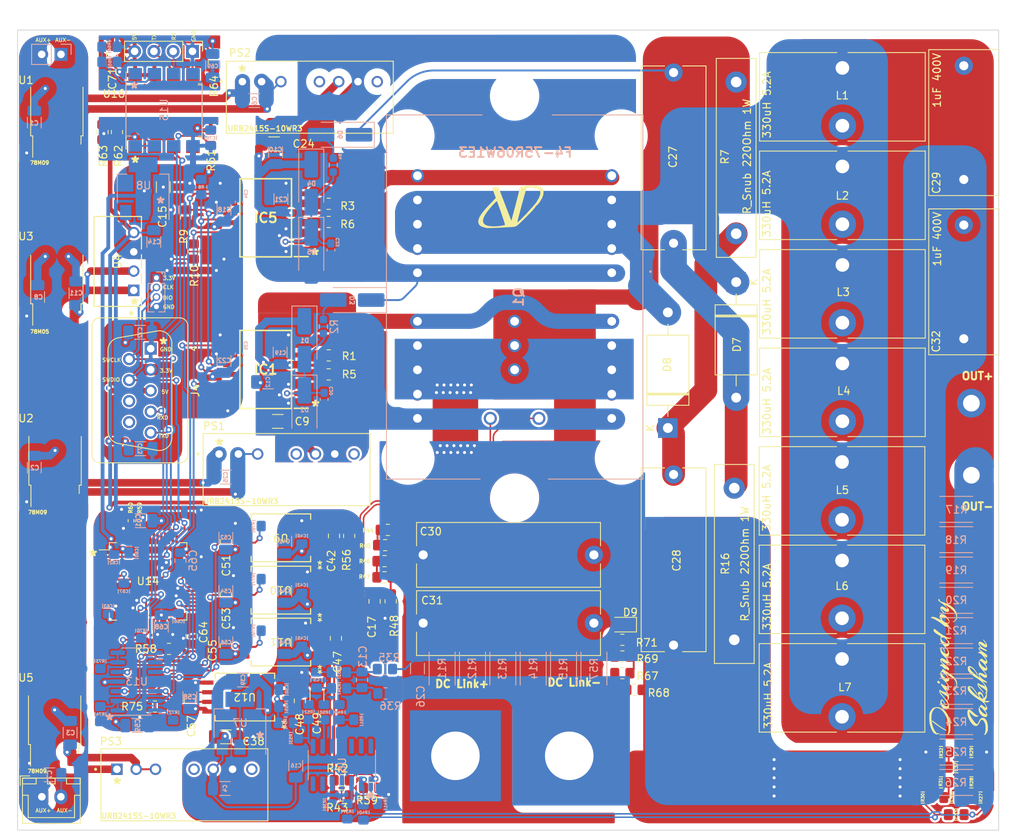
<source format=kicad_pcb>
(kicad_pcb (version 20221018) (generator pcbnew)
  (title_block (title "Levitation Power Unit") (date "2024-05-31") (rev "v1.0") (company "Vegapod Hyperloop") (comment 1 "Designed by Saksham"))
  (layers (0 "F.Cu" signal) (31 "B.Cu" signal) (34 "B.Paste" user) (35 "F.Paste" user) (36 "B.SilkS" user "B.Silkscreen") (37 "F.SilkS" user "F.Silkscreen") (38 "B.Mask" user) (39 "F.Mask" user) (44 "Edge.Cuts" user))
  (net 0 "")
  (net 1 "VAux+")
  (net 2 "VAux-")
  (net 3 "Net-(PS1-CTRL)")
  (net 4 "Net-(PS2-CTRL)")
  (net 5 "VDrive1")
  (net 6 "GND1")
  (net 7 "VDrive2")
  (net 8 "GND2")
  (net 9 "DIG5V")
  (net 10 "DIG-")
  (net 11 "DIG+")
  (net 12 "Net-(D1-A)")
  (net 13 "Net-(D4-A)")
  (net 14 "+BATT")
  (net 15 "Net-(D3-A)")
  (net 16 "Net-(D6-A)")
  (net 17 "INLS")
  (net 18 "RDY")
  (net 19 "FLT")
  (net 20 "RST")
  (net 21 "INHS")
  (net 26 "-BATT")
  (net 27 "Net-(IC1-OUT-)")
  (net 28 "Net-(IC1-OUT+)")
  (net 29 "Net-(IC1-CLAMP)")
  (net 30 "Net-(IC5-OUT-)")
  (net 31 "Net-(IC5-OUT+)")
  (net 32 "Net-(IC5-CLAMP)")
  (net 33 "Net-(D7-A)")
  (net 34 "Net-(D8-K)")
  (net 35 "Net-(D7-K)")
  (net 36 "Net-(C36-Pad1)")
  (net 37 "Net-(C36-Pad2)")
  (net 38 "Net-(C37-Pad1)")
  (net 39 "Net-(C37-Pad2)")
  (net 40 "/OUTSHUNT-")
  (net 41 "/OUTSHUNT+")
  (net 42 "/OUT+")
  (net 43 "/OUT-")
  (net 44 "Net-(U3-VO)")
  (net 45 "Net-(PS3-CTRL)")
  (net 46 "SensePWR")
  (net 47 "DCLink-")
  (net 50 "/INSHUNT-")
  (net 51 "/INSHUNT+")
  (net 52 "Net-(C13-Pad1)")
  (net 53 "Net-(C13-Pad2)")
  (net 57 "Net-(U6A-+)")
  (net 58 "Net-(R39-Pad1)")
  (net 59 "Net-(U6A--)")
  (net 60 "A0")
  (net 61 "Net-(R44-Pad2)")
  (net 62 "Net-(R45-Pad2)")
  (net 63 "Net-(R46-Pad2)")
  (net 64 "A1")
  (net 65 "Net-(R52-Pad1)")
  (net 66 "A2")
  (net 70 "Net-(U6C-+)")
  (net 71 "Net-(U6C--)")
  (net 72 "T-")
  (net 73 "SensePWR5V")
  (net 74 "Net-(U13A-+)")
  (net 75 "Net-(U10-VOUT)")
  (net 76 "Net-(U11-VOUT)")
  (net 77 "Net-(U12-VOUT)")
  (net 78 "Net-(U14-VDDA)")
  (net 119 "Net-(U14-PG10)")
  (net 120 "Net-(U14-PB8)")
  (net 121 "GNDCOMM")
  (net 122 "5VCOMM")
  (net 123 "RXCOMM")
  (net 124 "TXCOMM")
  (net 125 "RXD")
  (net 126 "Net-(U16-A)")
  (net 127 "Net-(U15-A)")
  (net 128 "TXD")
  (net 133 "SWDIO")
  (net 134 "SWCLK")
  (net 135 "Net-(D9-K)")
  (net 136 "Net-(R67-Pad2)")
  (net 137 "Net-(R69-Pad2)")
  (net 138 "DA0")
  (net 139 "DA1")
  (net 140 "DA2")
  (net 141 "DA3")
  (net 142 "Net-(R67-Pad1)")
  (footprint "Package_SO:SSO-8_6.7x9.8mm_P2.54mm_Clearance8mm" (layer "F.Cu") (at 31.775 23.25 90)
    (fp_text reference "U16")
    (fp_text value "6N137")
  )
  (footprint "Inductor_THT:L_Toroid_Vertical_L21.6mm_W11.4mm_P7.62mm_Pulse_KM-3" (layer "F.Cu") (at 121.13 82.5)
    (fp_text reference "L6")
    (fp_text value "330uH 5.2A")
  )
  (footprint "MountingHole:MountingHole_6.4mm_M6_DIN965_Pad" (layer "F.Cu") (at 70.18 108.26 90)
    (fp_text reference "H6" hide)
    (fp_text value "MountingHole_Pad")
  )
  (footprint "Inductor_THT:L_Toroid_Vertical_L21.6mm_W11.4mm_P7.62mm_Pulse_KM-3" (layer "F.Cu") (at 121.18 30.54)
    (fp_text reference "L2")
    (fp_text value "330uH 5.2A")
  )
  (footprint "Resistor_SMD:R_0402_1005Metric" (layer "F.Cu") (at 27.43 77.26 90)
    (fp_text reference "R60")
    (fp_text value "Open Circuit")
  )
  (footprint "Resistor_SMD:R_0805_2012Metric_Pad1.20x1.40mm_HandSolder" (layer "F.Cu") (at 32.43 94.16)
    (fp_text reference "R58")
    (fp_text value "1R")
  )
  (footprint "Resistor_SMD:R_0805_2012Metric_Pad1.20x1.40mm_HandSolder" (layer "F.Cu") (at 56.18 79.26 -90)
    (fp_text reference "R56")
    (fp_text value "1k")
  )
  (footprint "Capacitor_THT:C_Rect_L24.0mm_W8.3mm_P22.50mm_MKT" (layer "F.Cu") (at 65.93 81.76)
    (fp_text reference "C30")
    (fp_text value "1uF 400V")
  )
  (footprint "Resistor_SMD:R_0805_2012Metric_Pad1.20x1.40mm_HandSolder" (layer "F.Cu") (at 59.08 112.49 180)
    (fp_text reference "R39")
    (fp_text value "47k")
  )
  (footprint "Capacitor_SMD:C_0805_2012Metric_Pad1.18x1.45mm_HandSolder" (layer "F.Cu") (at 35.43 92.51 90)
    (fp_text reference "C64")
    (fp_text value "100n")
  )
  (footprint "Resistor_SMD:R_0805_2012Metric_Pad1.20x1.40mm_HandSolder" (layer "F.Cu") (at 35.68 41.76 90)
    (fp_text reference "R10")
    (fp_text value "4.7K")
  )
  (footprint "Inductor_THT:L_Toroid_Vertical_L21.6mm_W11.4mm_P7.62mm_Pulse_KM-3" (layer "F.Cu") (at 121.18 56.52)
    (fp_text reference "L4")
    (fp_text value "330uH 5.2A")
  )
  (footprint "1ED3322MC12NXUMA1:SOIC127P1030X265-16N" (layer "F.Cu") (at 45.18 57.315 180)
    (fp_text reference "IC1")
    (fp_text value "1ED3322MC12NXUMA1" hide)
  )
  (footprint "Inductor_THT:L_Toroid_Vertical_L21.6mm_W11.4mm_P7.62mm_Pulse_KM-3" (layer "F.Cu") (at 121.13 69.51)
    (fp_text reference "L5")
    (fp_text value "330uH 5.2A")
  )
  (footprint "Capacitor_SMD:C_0805_2012Metric_Pad1.18x1.45mm_HandSolder" (layer "F.Cu") (at 49.68 101.01 -90)
    (fp_text reference "C48")
    (fp_text value "100n")
  )
  (footprint "Inductor_THT:L_Toroid_Vertical_L21.6mm_W11.4mm_P7.62mm_Pulse_KM-3" (layer "F.Cu") (at 121.18 43.53)
    (fp_text reference "L3")
    (fp_text value "330uH 5.2A")
  )
  (footprint "Resistor_SMD:R_0805_2012Metric_Pad1.20x1.40mm_HandSolder" (layer "F.Cu") (at 138.18 111.76)
    (fp_text reference "R28")
    (fp_text value "47")
  )
  (footprint "Capacitor_THT:C_Rect_L24.0mm_W8.3mm_P22.50mm_MKT" (layer "F.Cu") (at 98.93 71.16 -90)
    (fp_text reference "C28")
    (fp_text value "C_Snub 1uF 400V")
  )
  (footprint "Resistor_SMD:R_0805_2012Metric_Pad1.20x1.40mm_HandSolder" (layer "F.Cu") (at 37.93 26.76 -90)
    (fp_text reference "R61")
    (fp_text value "470")
  )
  (footprint "Resistor_SMD:R_0805_2012Metric_Pad1.20x1.40mm_HandSolder" (layer "F.Cu") (at 61.65 87.89 -90)
    (fp_text reference "R48")
    (fp_text value "1K")
  )
  (footprint "Capacitor_SMD:C_0805_2012Metric_Pad1.18x1.45mm_HandSolder" (layer "F.Cu") (at 135.58 113.76)
    (fp_text reference "C36")
    (fp_text value "100n")
  )
  (footprint "Inductor_THT:L_Toroid_Vertical_L21.6mm_W11.4mm_P7.62mm_Pulse_KM-3" (layer "F.Cu") (at 121.18 17.55)
    (fp_text reference "L1")
    (fp_text value "330uH 5.2A")
  )
  (footprint "URB2415S-10WR3:CONV_URB2415S-10WR3" (layer "F.Cu") (at 34.46 112.08)
    (fp_text reference "PS3")
    (fp_text value "URB2415S-10WR3")
  )
  (footprint "Resistor_SMD:R_0805_2012Metric_Pad1.20x1.40mm_HandSolder" (layer "F.Cu") (at 92.18 92.96)
    (fp_text reference "R71")
    (fp_text value "10k")
  )
  (footprint "Resistor_SMD:R_0805_2012Metric_Pad1.20x1.40mm_HandSolder" (layer "F.Cu") (at 38.335 16.76 -90)
    (fp_text reference "R64")
    (fp_text value "470")
  )
  (footprint "Package_QFP:LQFP-64_10x10mm_P0.5mm" (layer "F.Cu") (at 29.68 85.26)
    (fp_text reference "U14")
    (fp_text value "STM32G474RETx")
  )
  (footprint "Resistor_THT:R_Box_L26.0mm_W5.0mm_P20.00mm" (layer "F.Cu") (at 107.18 39.41 90)
    (fp_text reference "R7")
    (fp_text value "R_Snub 220Ohm 1W")
  )
  (footprint "Capacitor_SMD:C_0805_2012Metric_Pad1.18x1.45mm_HandSolder" (layer "F.Cu") (at 54.43 92.76 -90)
    (fp_text reference "C47")
    (fp_text value "10n")
  )
  (footprint "Resistor_SMD:R_0805_2012Metric_Pad1.20x1.40mm_HandSolder" (layer "F.Cu") (at 92.18 97.36)
    (fp_text reference "R67")
    (fp_text value "10k")
  )
  (footprint "Resistor_SMD:R_0805_2012Metric_Pad1.20x1.40mm_HandSolder" (layer "F.Cu") (at 134.18 111.76 180)
    (fp_text reference "R31")
    (fp_text value "47")
  )
  (footprint "Connector_JST:JST_XH_B2B-XH-A_1x02_P2.50mm_Vertical" (layer "F.Cu") (at 15.68 113.66)
    (fp_text reference "J1" hide)
    (fp_text value "Conn_01x02_Male")
  )
  (footprint "Capacitor_SMD:C_0805_2012Metric_Pad1.18x1.45mm_HandSolder" (layer "F.Cu") (at 136.18 116.01)
    (fp_text reference "C33")
    (fp_text value "100n")
  )
  (footprint "Resistor_SMD:R_0805_2012Metric_Pad1.20x1.40mm_HandSolder" (layer "F.Cu") (at 134.18 107.76 180)
    (fp_text reference "R32")
    (fp_text value "47")
  )
  (footprint "Resistor_SMD:R_0805_2012Metric_Pad1.20x1.40mm_HandSolder" (layer "F.Cu") (at 53.48 37.86)
    (fp_text reference "R6")
    (fp_text value "1R")
  )
  (footprint "Capacitor_THT:C_Rect_L19.0mm_W9.0mm_P15.00mm_MKS4" (layer "F.Cu") (at 137.18 53.26 90)
    (fp_text reference "C32")
    (fp_text value "1uF 400V")
  )
  (footprint "Capacitor_SMD:C_0805_2012Metric_Pad1.18x1.45mm_HandSolder" (layer "F.Cu") (at 35.18 101.01 -90)
    (fp_text reference "C57")
    (fp_text value "100n")
  )
  (footprint "Resistor_SMD:R_0805_2012Metric_Pad1.20x1.40mm_HandSolder" (layer "F.Cu") (at 60.83 84.72)
    (fp_text reference "R47")
    (fp_text value "22K")
  )
  (footprint "Diode_SMD:D_0805_2012Metric_Pad1.15x1.40mm_HandSolder" (layer "F.Cu") (at 92.18 90.96 180)
    (fp_text reference "D9")
    (fp_text value "LED")
  )
  (footprint "Resistor_SMD:R_0805_2012Metric_Pad1.20x1.40mm_HandSolder" (layer "F.Cu") (at 53.48 55.46)
    (fp_text reference "R1")
    (fp_text value "1R")
  )
  (footprint "Package_TO_SOT_SMD:TO-252-2" (layer "F.Cu") (at 17.36 103.46 90)
    (fp_text reference "U5")
    (fp_text value "78m09")
  )
  (footprint "Resistor_THT:R_Box_L26.0mm_W5.0mm_P20.00mm" (layer "F.Cu") (at 106.93 92.96 90)
    (fp_text reference "R16")
    (fp_text value "R_Snub 220Ohm 1W")
  )
  (footprint "Connector_Dsub:DSUB-9_Male_Vertical_P2.77x2.84mm" (layer "F.Cu") (at 30.02 54.565 -90)
    (fp_text reference "J4")
    (fp_text value "DE9_Receptacle")
  )
  (footprint "Resistor_SMD:R_0805_2012Metric_Pad1.20x1.40mm_HandSolder" (layer "F.Cu") (at 53.48 57.96)
    (fp_text reference "R5")
    (fp_text value "1R")
  )
  (footprint "ADUM-4195:RI-8-1_ADI" (layer "F.Cu") (at 47.18 93.26 180)
    (fp_text reference "U11")
    (fp_text value "ADUM4195-1BRIZ")
  )
  (footprint "Resistor_SMD:R_0805_2012Metric_Pad1.20x1.40mm_HandSolder" (layer "F.Cu") (at 61.27 78.47 180)
    (fp_text reference "R44")
    (fp_text value "22k")
  )
  (footprint "ADUM-4195:RI-8-1_ADI" (layer "F.Cu") (at 42.43 100.51 180)
    (fp_text reference "U12")
    (fp_text value "ADUM4195-1BRIZ")
  )
  (footprint "Resistor_SMD:R_0402_1005Metric" (layer "F.Cu") (at 28.43 77.26 -90)
    (fp_text reference "R59")
    (fp_text value "SHORT OUT")
  )
  (footprint "Resistor_SMD:R_0805_2012Metric_Pad1.20x1.40mm_HandSolder" (layer "F.Cu") (at 60.92 80.48)
    (fp_text reference "R45")
    (fp_text value "22K")
  )
  (footprint "Capacitor_THT:C_Rect_L24.0mm_W8.3mm_P22.50mm_MKT" (layer "F.Cu") (at 98.93 18.16 -90)
    (fp_text reference "C27")
    (fp_text value "C_Snub 1uF 400V")
  )
  (footprint "Connector_PinHeader_2.54mm:PinHeader_1x04_P2.54mm_Vertical" (layer "F.Cu") (at 35.525 15.36 -90)
    (fp_text reference "J3" hide)
    (fp_text value "Conn_01x04_Male")
  )
  (footprint "ADUM-4195:RI-8-1_ADI" (layer "F.Cu") (at 47.18 79.51 180)
    (fp_text reference "U9")
    (fp_text value "ADUM4195-1BRIZ")
  )
  (footprint "URB2415S-10WR3:CONV_URB2415S-10WR3" (layer "F.Cu") (at 50.99 21.41)
    (fp_text reference "PS2")
    (fp_text value "URB2415S-10WR3")
  )
  (footprint "Inductor_THT:L_Toroid_Vertical_L21.6mm_W11.4mm_P7.62mm_Pulse_KM-3" (layer "F.Cu") (at 121.13 95.49)
    (fp_text reference "L7")
    (fp_text value "330uH 5.2A")
  )
  (footprint "Capacitor_SMD:C_0805_2012Metric_Pad1.18x1.45mm_HandSolder" (layer "F.Cu") (at 24.93 15.76 90)
    (fp_text reference "C71")
    (fp_text value "100n")
  )
  (footprint "Capacitor_SMD:C_1206_3216Metric_Pad1.33x1.80mm_HandSolder" (layer "F.Cu") (at 46.28 27.56)
    (fp_text reference "C24")
    (fp_text value "10uF")
  )
  (footprint "Resistor_SMD:R_0805_2012Metric_Pad1.20x1.40mm_HandSolder" (layer "F.Cu") (at 55.2 111.48 180)
    (fp_text reference "R42")
    (fp_text value "SHORT OUT")
  )
  (footprint "Resistor_SMD:R_0805_2012Metric_Pad1.20x1.40mm_HandSolder" (layer "F.Cu") (at 138.18 107.76)
    (fp_text reference "R29")
    (fp_text value "47")
  )
  (footprint "Package_TO_SOT_SMD:TO-252-2" (layer "F.Cu") (at 17.42 69.26 90)
    (fp_text reference "U2")
    (fp_text value "78m09")
  )
  (footprint "Capacitor_SMD:C_0805_2012Metric_Pad1.18x1.45mm_HandSolder" (layer "F.Cu") (at 39.93 93.76 -90)
    (fp_text reference "C55")
    (fp_text value "100n")
  )
  (footprint "1ED3322MC12NXUMA1:SOIC127P1030X265-16N" (layer "F.Cu") (at 45.18 37.315 180)
    (fp_text reference "IC5")
    (fp_text value "1ED3322MC12NXUMA1" hide)
  )
  (footprint "Capacitor_THT:C_Rect_L24.0mm_W8.3mm_P22.50mm_MKT" (layer "F.Cu") (at 65.93 90.76)
    (fp_text reference "C31")
    (fp_text value "1uF 400V")
  )
  (footprint "Diode_THT:D_DO-201AE_P15.24mm_Horizontal" (layer "F.Cu") (at 98.18 65.03 90)
    (fp_text reference "D8")
    (fp_text value "MUR460")
  )
  (footprint "Resistor_SMD:R_0805_2012Metric_Pad1.20x1.40mm_HandSolder" (layer "F.Cu") (at 139.38 113.76 180)
    (fp_text reference "R27")
    (fp_text value "47")
  )
  (footprint "MountingHole:MountingHole_2.2mm_M2_DIN965_Pad" (layer "F.Cu") (at 138.18 61.76 180)
    (fp_text reference "H8" hide)
    (fp_text value "MountingHole_Pad")
  )
  (footprint "Capacitor_SMD:C_0805_2012Metric_Pad1.18x1.45mm_HandSolder" (layer "F.Cu") (at 39.93 87.01 -90)
    (fp_text reference "C53")
    (fp_text value "100n")
  )
  (footprint "Resistor_SMD:R_0805_2012Metric_Pad1.20x1.40mm_HandSolder" (layer "F.Cu") (at 92.18 95.16 180)
    (fp_text reference "R69")
    (fp_text value "10k")
  )
  (footprint "Diode_THT:D_DO-201AE_P15.24mm_Horizontal" (layer "F.Cu") (at 107.18 45.79 -90)
    (fp_text reference "D7")
    (fp_text value "MUR460")
  )
  (footprint "Capacitor_SMD:C_1206_3216Metric_Pad1.33x1.80mm_HandSolder" (layer "F.Cu") (at 39.93 105.76)
    (fp_text reference "C38")
    (fp_text value "10uF")
  )
  (footprint "Resistor_SMD:R_0805_2012Metric_Pad1.20x1.40mm_HandSolder" (layer "F.Cu") (at 25.58 26.01 90)
    (fp_text reference "R62")
    (fp_text value "470")
  )
  (footprint "Designed By Saksham:Designed by Saksham" (layer "F.Cu") (at 136.58 96.56 90)
    (fp_text reference "G***")
    (fp_text value "LOGO" hide)
  )
  (footprint "Resistor_SMD:R_0805_2012Metric_Pad1.20x1.40mm_HandSolder" (layer "F.Cu") (at 55.18 113.49)
    (fp_text reference "R43")
    (fp_text value "OPEN CIRCUIT")
  )
  (footprint "MountingHole:MountingHole_2.2mm_M2_DIN965_Pad" (layer "F.Cu") (at 138.18 71.26 180)
    (fp_text reference "H7" hide)
    (fp_text value "MountingHole_Pad")
  )
  (footprint "Package_TO_SOT_SMD:TO-252-2" (layer "F.Cu") (at 17.655 45.345 90)
    (fp_text reference "U3")
    (fp_text value "KA78M05_TO252")
  )
  (footprint "Resistor_SMD:R_0805_2012Metric_Pad1.20x1.40mm_HandSolder" (layer "F.Cu") (at 34.68 37.26 90)
    (fp_text reference "R9")
    (fp_text value "4.7K")
  )
  (footprint "URB2415S-10WR3:CONV_URB2415S-10WR3" (layer "F.Cu") (at 47.93 70.51)
    (fp_text reference "PS1")
    (fp_text value "URB2415S-10WR3")
  )
  (footprint "Capacitor_SMD:C_0805_2012Metric_Pad1.18x1.45mm_HandSolder" (layer "F.Cu") (at 59.53 87.89 -90)
    (fp_text reference "C17")
    (fp_text value "100nF")
  )
  (footprint "Resistor_SMD:R_0805_2012Metric_Pad1.20x1.40mm_HandSolder" (layer "F.Cu") (at 23.68 26.01 90)
    (fp_text reference "R63")
    (fp_text value "470")
  )
  (footprint "Designed By Saksham:vegapod_logo" (layer "F.Cu") (at 77.58 36.16)
    (fp_text reference "G***" hide)
    (fp_text value "LOGO" hide)
  )
  (footprint "Capacitor_SMD:C_1206_3216Metric_Pad1.33x1.80mm_HandSolder" (layer "F.Cu") (at 31.68 33.26 -90)
    (fp_text reference "C15")
    (fp_text value "10uF")
  )
  (footprint "Capacitor_SMD:C_0805_2012Metric_Pad1.18x1.45mm_HandSolder" (layer "F.Cu") (at 136.18 109.76)
    (fp_text reference "C37")
    (fp_text value "100n")
  )
  (footprint "Resistor_SMD:R_0805_2012Metric_Pad1.20x1.40mm_HandSolder" (layer "F.Cu") (at 93.78 99.56)
    (fp_text reference "R68")
    (fp_text value "10k")
  )
  (footprint "Package_TO_SOT_SMD:TO-252-2" (layer "F.Cu") (at 17.655 23.195 90)
    (fp_text reference "U1")
    (fp_text value "78m09")
  )
  (footprint "Resistor_SMD:R_0805_2012Metric_Pad1.20x1.40mm_HandSolder" (layer "F.Cu") (at 131.78 113.76)
    (fp_text reference "R30")
    (fp_text value "47")
  )
  (footprint "MountingHole:MountingHole_6.4mm_M6_DIN965_Pad" (layer "F.Cu") (at 85.18 108.26 90)
    (fp_text reference "H5" hide)
    (fp_text value "MountingHole_Pad")
  )
  (footprint "Capacitor_SMD:C_1206_3216Metric_Pad1.33x1.80mm_HandSolder" (layer "F.Cu") (at 46.78 64.16)
    (fp_text reference "C9")
    (fp_text value "10uF")
  )
  (footprint "Capacitor_SMD:C_0805_2012Metric_Pad1.18x1.45mm_HandSolder" (layer "F.Cu") (at 54.18 79.26 -90)
    (fp_text reference "C42")
    (fp_text value "100n")
  )
  (footprint "ADUM-4195:RI-8-1_ADI" (layer "F.Cu") (at 47.1711 86.4078 180)
    (fp_text reference "U10")
    (fp_text value "ADUM4195-1BRIZ")
  )
  (footprint "B0505-1WR3:B0505S_MNS" (layer "F.Cu") (at 27.7882 46.88 90)
    (fp_text reference "U4")
    (fp_text value "B0505S-1WR3")
  )
  (footprint "Resistor_SMD:R_0805_2012Metric_Pad1.20x1.40mm_HandSolder" (layer "F.Cu") (at 53.48 35.46)
    (fp_text reference "R3")
    (fp_text value "1R")
  )
  (footprint "Capacitor_THT:C_Rect_L19.0mm_W9.0mm_P15.00mm_MKS4" (layer "F.Cu") (at 137.18 32.26 90)
    (fp_text reference "C29")
    (fp_text value "1uF 400V")
  )
  (footprint "Resistor_SMD:R_0805_2012Metric_Pad1.20x1.40mm_HandSolder" (layer "F.Cu") (at 30.58 101.76)
    (fp_text reference "R75")
    (fp_text value "470")
  )
  (footprint "Resistor_SMD:R_0805_2012Metric_Pad1.20x1.40mm_HandSolder" (layer "F.Cu") (at 60.84 82.59 180)
    (fp_text reference "R46")
    (fp_text value "22k")
  )
  (footprint "Capacitor_SMD:C_0805_2012Metric_Pad1.18x1.45mm_HandSolder" (layer "F.Cu") (at 39.93 80.01 -90)
    (fp_text reference "C51")
    (fp_text value "100n")
  )
  (footprint "Capacitor_SMD:C_1206_3216Metric_Pad1.33x1.80mm_HandSolder" (layer "F.Cu") (at 51.93 100.26 -90)
    (fp_text reference "C49")
    (fp_text value "10u")
  )
  (footprint "Resistor_SMD:R_2512_6332Metric_Pad1.40x3.35mm_HandSolder" (layer "B.Cu") (at 136.18 83.76 180)
    (fp_text reference "R19")
    (fp_text value "50mOhm 3W")
  )
  (footprint "Capacitor_SMD:C_1206_3216Metric_Pad1.33x1.80mm_HandSolder" (layer "B.Cu") (at 47.18 34.86 90)
    (fp_text reference "C21")
    (fp_text value "10uF")
  )
  (footprint "Capacitor_SMD:C_1206_3216Metric_Pad1.33x1.80mm_HandSolder" (layer "B.Cu") (at 28.68 77.26)
    (fp_text reference "C61")
    (fp_text value "10u")
  )
  (footprint "Diode_SMD:D_SMA_Handsoldering" (layer "B.Cu") (at 51.18 32.76 -90)
    (fp_text reference "D4")
    (fp_text value "D_Schottky")
  )
  (footprint "Capacitor_SMD:C_1206_3216Metric_Pad1.33x1.80mm_HandSolder" (layer "B.Cu") (at 15.1175 47.76 90)
    (fp_text reference "C8")
    (fp_text value "10uF")
  )
  (footprint "Resistor_SMD:R_0805_2012Metric_Pad1.20x1.40mm_HandSolder" (layer "B.Cu") (at 52.94 114.68 180)
    (fp_text reference "R38")
    (fp_text value "47k")
  )
  (footprint "Connector_PinHeader_1.27mm:PinHeader_1x04_P1.27mm_Vertical" (layer "B.Cu") (at 30.78 45.22 180)
    (fp_text reference "J5" hide)
    (fp_text value "Conn_01x04_Pin")
  )
  (footprint "Capacitor_SMD:C_1206_3216Metric_Pad1.33x1.80mm_HandSolder" (layer "B.Cu") (at 14.68 24.76 90)
    (fp_text reference "C1")
    (fp_text value "10uF")
  )
  (footprint "Resistor_SMD:R_0805_2012Metric_Pad1.20x1.40mm_HandSolder" (layer "B.Cu") (at 23.38 102.76 -90)
    (fp_text reference "R74")
    (fp_text value "470")
  )
  (footprint "Resistor_SMD:R_2512_6332Metric_Pad1.40x3.35mm_HandSolder" (layer "B.Cu") (at 136.18 99.76 180)
    (fp_text reference "R23")
    (fp_text value "50mOhm 3W")
  )
  (footprint "Resistor_SMD:R_0805_2012Metric_Pad1.20x1.40mm_HandSolder" (layer "B.Cu") (at 24.585 14.76)
    (fp_text reference "R66")
    (fp_text value "470")
  )
  (footprint "Capacitor_SMD:C_1206_3216Metric_Pad1.33x1.80mm_HandSolder" (layer "B.Cu") (at 39.93 93.26 -90)
    (fp_text reference "C56")
    (fp_text value "10u")
  )
  (footprint "Resistor_SMD:R_0805_2012Metric_Pad1.20x1.40mm_HandSolder" (layer "B.Cu") (at 43.58 91.76)
    (fp_text reference "R76")
    (fp_text value "470")
  )
  (footprint "Resistor_SMD:R_2512_6332Metric_Pad1.40x3.35mm_HandSolder" (layer "B.Cu") (at 68.43 96.76 -90)
    (fp_text reference "R11")
    (fp_text value "50mOhm 3W")
  )
  (footprint "Capacitor_SMD:C_1206_3216Metric_Pad1.33x1.80mm_HandSolder" (layer "B.Cu") (at 39.68 36.26 90)
    (fp_text reference "C18")
    (fp_text value "10uF")
  )
  (footprint "Resistor_SMD:R_0805_2012Metric_Pad1.20x1.40mm_HandSolder" (layer "B.Cu") (at 58.06 115.73 90)
    (fp_text reference "R40")
    (fp_text value "1k")
  )
  (footprint "Capacitor_SMD:C_0603_1608Metric_Pad1.08x0.95mm_HandSolder" (layer "B.Cu") (at 52.88 61.26 -90)
    (fp_text reference "C20")
    (fp_text value "C_Desat")
  )
  (footprint "Resistor_SMD:R_0805_2012Metric_Pad1.20x1.40mm_HandSolder" (layer "B.Cu") (at 47.89 101.79)
    (fp_text reference "R55")
    (fp_text value "OPEN CIRCUIT")
  )
  (footprint "Capacitor_SMD:C_1206_3216Metric_Pad1.33x1.80mm_HandSolder" (layer "B.Cu") (at 20.18 47.26 90)
    (fp_text reference "C11")
    (fp_text value "10uF")
  )
  (footprint "Resistor_SMD:R_2512_6332Metric_Pad1.40x3.35mm_HandSolder" (layer "B.Cu") (at 136.18 111.77 180)
    (fp_text reference "R26")
    (fp_text value "50mOhm 3W")
  )
  (footprint "Package_TO_SOT_SMD:SOT-223-3_TabPin2" (layer "B.Cu") (at 41.78 103.97 90)
    (fp_text reference "U7")
    (fp_text value "AMS1117-5.0")
  )
  (footprint "Capacitor_SMD:C_0805_2012Metric_Pad1.18x1.45mm_HandSolder" (layer "B.Cu") (at 51.87 98.26 90)
    (fp_text reference "C5")
    (fp_text value "100n")
  )
  (footprint "Capacitor_SMD:C_1206_3216Metric_Pad1.33x1.80mm_HandSolder" (layer "B.Cu") (at 28.2425 104.26 180)
    (fp_text reference "C59")
    (fp_text value "10u")
  )
  (footprint "Capacitor_SMD:C_1206_3216Metric_Pad1.33x1.80mm_HandSolder" (layer "B.Cu") (at 47.08 55.06 90)
    (fp_text reference "C19")
    (fp_text value "10uF")
  )
  (footprint "Capacitor_SMD:C_1206_3216Metric_Pad1.33x1.80mm_HandSolder" (layer "B.Cu") (at 43.68 21.86 180)
    (fp_text reference "C6")
    (fp_text value "10uF")
  )
  (footprint "Resistor_SMD:R_0805_2012Metric_Pad1.20x1.40mm_HandSolder" (layer "B.Cu") (at 54.82 97.26)
    (fp_text reference "R33")
    (fp_text value "470")
  )
  (footprint "Capacitor_SMD:C_0805_2012Metric_Pad1.18x1.45mm_HandSolder" (layer "B.Cu") (at 24.43 88.51 -90)
    (fp_text reference "C63")
    (fp_text value "100n")
  )
  (footprint "Resistor_SMD:R_2512_6332Metric_Pad1.40x3.35mm_HandSolder" (layer "B.Cu") (at 88.43 96.76 -90)
    (fp_text reference "R57")
    (fp_text value "50mOhm 3W")
  )
  (footprint "Capacitor_SMD:C_1206_3216Metric_Pad1.33x1.80mm_HandSolder" (layer "B.Cu") (at 16.68 110.76)
    (fp_text reference "C7")
    (fp_text value "10uF")
  )
  (footprint "Capacitor_SMD:C_0805_2012Metric_Pad1.18x1.45mm_HandSolder" (layer "B.Cu") (at 47.93 99.51 180)
    (fp_text reference "C50")
    (fp_text value "10n")
  )
  (footprint "Package_TO_SOT_SMD:SOT-223-3_TabPin2" (layer "B.Cu") (at 29.03 33.46 90)
    (fp_text reference "U8")
    (fp_text value "AMS1117-3.3")
  )
  (footprint "Diode_SMD:D_SMA_Handsoldering" (layer "B.Cu") (at 50.28 62.56 -90)
    (fp_text reference "D2")
    (fp_text value "D_Schottky")
  )
  (footprint "Resistor_SMD:R_0805_2012Metric_Pad1.20x1.40mm_HandSolder" (layer "B.Cu") (at 23.38 95.76 90)
    (fp_text reference "R73")
    (fp_text value "470")
  )
  (footprint "Resistor_SMD:R_0805_2012Metric_Pad1.20x1.40mm_HandSolder" (layer "B.Cu") (at 32.98 102.56 90)
    (fp_text reference "R72")
    (fp_text value "470")
  )
  (footprint "Capacitor_SMD:C_1206_3216Metric_Pad1.33x1.80mm_HandSolder" (layer "B.Cu") (at 28.68 67.76)
    (fp_text reference "C73")
    (fp_text value "10u")
  )
  (footprint "Resistor_SMD:R_2512_6332Metric_Pad1.40x3.35mm_HandSolder" (layer "B.Cu") (at 136.18 75.76 180)
    (fp_text reference "R17")
    (fp_text value "50mOhm 3W")
  )
  (footprint "Capacitor_SMD:C_1206_3216Metric_Pad1.33x1.80mm_HandSolder" (layer "B.Cu") (at 65.18 96.76 90)
    (fp_text reference "C26")
    (fp_text value "1uF")
  )
  (footprint "Capacitor_SMD:C_1206_3216Metric_Pad1.33x1.80mm_HandSolder" (layer "B.Cu") (at 49.14 109.5675 90)
    (fp_text reference "C16")
    (fp_text value "10uF")
  )
  (footprint "Resistor_SMD:R_0805_2012Metric_Pad1.20x1.40mm_HandSolder" (layer "B.Cu") (at 43.58 84.96)
    (fp_text reference "R77")
    (fp_text value "470")
  )
  (footprint "Resistor_SMD:R_0805_2012Metric_Pad1.20x1.40mm_HandSolder" (layer "B.Cu") (at 54.85 99.35)
    (fp_text reference "R34")
    (fp_text value "470")
  )
  (footprint "Resistor_SMD:R_0805_2012Metric_Pad1.20x1.40mm_HandSolder" (layer "B.Cu") (at 28.78 91.76 90)
    (fp_text reference "R70")
    (fp_text value "470")
  )
  (footprint "Diode_SMD:D_SMA_Handsoldering" (layer "B.Cu") (at 50.28 53.46 -90)
    (fp_text reference "D1")
    (fp_text value "D_Schottky")
  )
  (footprint "Resistor_SMD:R_0805_2012Metric_Pad1.20x1.40mm_HandSolder" (layer "B.Cu") (at 36.68 33.26 -90)
    (fp_text reference "R8")
    (fp_text value "4.7K")
  )
  (footprint "Resistor_SMD:R_0805_2012Metric_Pad1.20x1.40mm_HandSolder" (layer "B.Cu") (at 60.96 100.03)
    (fp_text reference "R36")
    (fp_text value "470")
  )
  (footprint "Capacitor_SMD:C_0603_1608Metric_Pad1.08x0.95mm_HandSolder" (layer "B.Cu") (at 53.78 41.56 -90)
    (fp_text reference "C23")
    (fp_text value "C_Desat")
  )
  (footprint "Capacitor_SMD:C_1206_3216Metric_Pad1.33x1.80mm_HandSolder" (layer "B.Cu") (at 30.43 40.51 -90)
    (fp_text reference "C14")
    (fp_text value "10uF")
  )
  (footprint "Capacitor_SMD:C_0805_2012Metric_Pad1.18x1.45mm_HandSolder" (layer "B.Cu") (at 25.18 82.76 90)
    (fp_text reference "C62")
    (fp_text value "100n")
  )
  (footprint "Capacitor_SMD:C_1206_3216Metric_Pad1.33x1.80mm_HandSolder" (layer "B.Cu") (at 46.48 28.66 90)
    (fp_text reference "C10")
    (fp_text value "10uF")
  )
  (footprint "Capacitor_SMD:C_1206_3216Metric_Pad1.33x1.80mm_HandSolder" (layer "B.Cu") (at 39.68 56.1975 90)
    (fp_text reference "C22")
    (fp_text value "10uF")
  )
  (footprint "Resistor_SMD:R_0805_2012Metric_Pad1.20x1.40mm_HandSolder" (layer "B.Cu") (at 48.48 105.91 180)
    (fp_text reference "R53")
    (fp_text value "470")
  )
  (footprint "Capacitor_SMD:C_0805_2012Metric_Pad1.18x1.45mm_HandSolder" (layer "B.Cu") (at 33.68 90.51 -90)
    (fp_text reference "C66")
    (fp_text value "100n")
  )
  (footprint "Capacitor_SMD:C_0805_2012Metric_Pad1.18x1.45mm_HandSolder" (layer "B.Cu") (at 49.93 79.26 -90)
    (fp_text reference "C40")
    (fp_text value "100n")
  )
  (footprint "Capacitor_SMD:C_1206_3216Metric_Pad1.33x1.80mm_HandSolder" (layer "B.Cu") (at 39.93 71.51 180)
    (fp_text reference "C25")
    (fp_text value "10uF")
  )
  (footprint "Capacitor_SMD:C_1206_3216Metric_Pad1.33x1.80mm_HandSolder" (layer "B.Cu") (at 39.8 112.57)
    (fp_text reference "C4")
    (fp_text value "10uF")
  )
  (footprint "Resistor_SMD:R_0603_1608Metric_Pad0.98x0.95mm_HandSolder" (layer "B.Cu") (at 52.78 51.66 90)
    (fp_text reference "R2")
    (fp_text value "1K")
  )
  (footprint "Resistor_SMD:R_0805_2012Metric_Pad1.20x1.40mm_HandSolder" (layer "B.Cu") (at 57.81 103.51)
    (fp_text reference "R51")
    (fp_text value "47k")
  )
  (footprint "Capacitor_SMD:C_0805_2012Metric_Pad1.18x1.45mm_HandSolder" (layer "B.Cu") (at 26.48 86.56 -90)
    (fp_text reference "C67")
    (fp_text value "100n")
  )
  (footprint "Resistor_SMD:R_2512_6332Metric_Pad1.40x3.35mm_HandSolder" (layer "B.Cu") (at 136.18 103.76 180)
    (fp_text reference "R24")
    (fp_text value "50mOhm 3W")
  )
  (footprint "Resistor_SMD:R_2512_6332Metric_Pad1.40x3.35mm_HandSolder" (layer "B.Cu") (at 84.43 96.76 -90)
    (fp_text reference "R15")
    (fp_text value "50mOhm 3W")
  )
  (footprint "Resistor_SMD:R_0805_2012Metric_Pad1.20x1.40mm_HandSolder" (layer "B.Cu") (at 52.85 102.5 -90)
    (fp_text reference "R50")
    (fp_text value "1k")
  )
  (footprint "Diode_SMD:D_SMA_Handsoldering" (layer "B.Cu") (at 56.58 48.16 180)
    (fp_text reference "D3")
    (fp_text value "US1M")
  )
  (footprint "Capacitor_SMD:C_1206_3216Metric_Pad1.33x1.80mm_HandSolder" (layer "B.Cu") (at 31.43 91.26 -90)
    (fp_text reference "C68")
    (fp_text value "10u")
  )
  (footprint "Connector_PinSocket_2.54mm:PinSocket_1x02_P2.54mm_Vertical" (layer "B.Cu") (at 18.2 15.76 90)
    (fp_text reference "J2" hide)
    (fp_text value "Conn_01x02_Male")
  )
  (footprint "Resistor_SMD:R_2512_6332Metric_Pad1.40x3.35mm_HandSolder" (layer "B.Cu") (at 136.18 91.76 180)
    (fp_text reference "R21")
    (fp_text value "50mOhm 3W")
  )
  (footprint "Diode_SMD:D_SMA_Handsoldering" (layer "B.Cu") (at 54.98 26.36 180)
    (fp_text reference "D6")
    (fp_text value "US1M")
  )
  (footprint "Resistor_SMD:R_0805_2012Metric_Pad1.20x1.40mm_HandSolder" (layer "B.Cu") (at 50.82 102.47 90)
    (fp_text reference "R52")
    (fp_text value "47k")
  )
  (footprint "Package_SO:SOIC-14_3.9x8.7mm_P1.27mm" (layer "B.Cu") (at 55.22 109.47 90)
    (fp_text reference "U6")
    (fp_text value "LM324")
  )
  (footprint "Capacitor_SMD:C_1206_3216Metric_Pad1.33x1.80mm_HandSolder" (layer "B.Cu") (at 39.93 86.51 -90)
    (fp_text reference "C54")
    (fp_text value "10u")
  )
  (footprint "Capacitor_SMD:C_1206_3216Metric_Pad1.33x1.80mm_HandSolder" (layer "B.Cu") (at 19.4 105.22 90)
    (fp_text reference "C3")
    (fp_text value "10uF")
  )
  (footprint "Capacitor_SMD:C_1206_3216Metric_Pad1.33x1.80mm_HandSolder" (layer "B.Cu") (at 35.18 100.51 -90)
    (fp_text reference "C58")
    (fp_text value "10u")
  )
  (footprint "Capacitor_SMD:C_1206_3216Metric_Pad1.33x1.80mm_HandSolder" (layer "B.Cu") (at 45.48 58.96)
    (fp_text reference "C12")
    (fp_text value "10uF")
  )
  (footprint "Capacitor_SMD:C_1206_3216Metric_Pad1.33x1.80mm_HandSolder" (layer "B.Cu") (at 47.68 80.01 -90)
    (fp_text reference "C41")
    (fp_text value "10u")
  )
  (footprint "Capacitor_SMD:C_0603_1608Metric_Pad1.08x0.95mm_HandSolder" (layer "B.Cu") (at 41.68 35.26 90)
    (fp_text reference "C34")
    (fp_text value "100nF")
  )
  (footprint "Capacitor_SMD:C_0805_2012Metric_Pad1.18x1.45mm_HandSolder" (layer "B.Cu") (at 57.87 98.24 90)
    (fp_text reference "C13")
    (fp_text value "100n")
  )
  (footprint "Resistor_SMD:R_2512_6332Metric_Pad1.40x3.35mm_HandSolder" (layer "B.Cu") (at 72.43 96.76 -90)
    (fp_text reference "R12")
    (fp_text value "50mOhm 3W")
  )
  (footprint "Capacitor_SMD:C_0805_2012Metric_Pad1.18x1.45mm_HandSolder" (layer "B.Cu") (at 37.93 26.76 90)
    (fp_text reference "C70")
    (fp_text value "100n")
  )
  (footprint "Resistor_SMD:R_2512_6332Metric_Pad1.40x3.35mm_HandSolder" (layer "B.Cu") (at 76.43 96.76 -90)
    (fp_text reference "R13")
    (fp_text value "50mOhm 3W")
  )
  (footprint "Resistor_SMD:R_2512_6332Metric_Pad1.40x3.35mm_HandSolder" (layer "B.Cu") (at 136.18 87.76 180)
    (fp_text reference "R20")
    (fp_text value "50mOhm 3W")
  )
  (footprint "IGBT:F475R06W1E3" (layer "B.Cu") (at 90.78 44.56 -90)
    (fp_text reference "Q1")
    (fp_text value "F4-75R06W1E3")
  )
  (footprint "Resistor_SMD:R_0805_2012Metric_Pad1.20x1.40mm_HandSolder" (layer "B.Cu") (at 60.95 114.57)
    (fp_text reference "R41")
    (fp_text value "470")
  )
  (footprint "Resistor_SMD:R_0805_2012Metric_Pad1.20x1.40mm_HandSolder" (layer "B.Cu") (at 55.93 115.58 90)
    (fp_text reference "R37")
    (fp_text value "1k")
  )
  (footprint "Capacitor_SMD:C_1206_3216Metric_Pad1.33x1.80mm_HandSolder" (layer "B.Cu") (at 14.68 70.26 90)
    (fp_text reference "C2")
    (fp_text value "10uF")
  )
  (footprint "Resistor_SMD:R_2512_6332Metric_Pad1.40x3.35mm_HandSolder" (layer "B.Cu") (at 136.18 79.76 180)
    (fp_text reference "R18")
    (fp_text value "50mOhm 3W")
  )
  (footprint "Resistor_SMD:R_0805_2012Metric_Pad1.20x1.40mm_HandSolder" (layer "B.Cu") (at 24.585 16.76)
    (fp_text reference "R65")
    (fp_text value "470")
  )
  (footprint "Resistor_SMD:R_0805_2012Metric_Pad1.20x1.40mm_HandSolder" (layer "B.Cu") (at 43.58 77.96)
    (fp_text reference "R78")
    (fp_text value "470")
  )
  (footprint "Resistor_SMD:R_0805_2012Metric_Pad1.20x1.40mm_HandSolder" (layer "B.Cu") (at 60.89 96.82)
    (fp_text reference "R35")
    (fp_text value "470")
  )
  (footprint "Resistor_SMD:R_2512_6332Metric_Pad1.40x3.35mm_HandSolder" (layer "B.Cu") (at 136.18 107.76 180)
    (fp_text reference "R25")
    (fp_text value "50mOhm 3W")
  )
  (footprint "Capacitor_SMD:C_1206_3216Metric_Pad1.33x1.80mm_HandSolder" (layer "B.Cu") (at 28.6175 52.41)
    (fp_text reference "C72")
    (fp_text value "10u")
  )
  (footprint "Resistor_SMD:R_2512_6332Metric_Pad1.40x3.35mm_HandSolder" (layer "B.Cu") (at 80.43 96.76 -90)
    (fp_text reference "R14")
    (fp_text value "50mOhm 3W")
  )
  (footprint "Package_SO:SSO-8_6.7x9.8mm_P2.54mm_Clearance8mm" (layer "B.Cu") (at 31.785 23.06 -90)
    (fp_text reference "U15")
    (fp_text value "6N137")
  )
  (footprint "Capacitor_SMD:C_1206_3216Metric_Pad1.33x1.80mm_HandSolder" (layer "B.Cu") (at 47.68 93.26 -90)
    (fp_text reference "C46")
    (fp_text value "10u")
  )
  (footprint "Capacitor_SMD:C_0805_2012Metric_Pad1.18x1.45mm_HandSolder" (layer "B.Cu") (at 33.93 82.51 90)
    (fp_text reference "C65")
    (fp_text value "100n")
  )
  (footprint "Capacitor_SMD:C_0805_2012Metric_Pad1.18x1.45mm_HandSolder" (layer "B.Cu") (at 49.93 92.76 -90)
    (fp_text reference "C45")
    (fp_text value "100n")
  )
  (footprint "Resistor_SMD:R_0805_2012Metric_Pad1.20x1.40mm_HandSolder" (layer "B.Cu") (at 47.81 103.89 180)
    (fp_text reference "R54")
    (fp_text value "SHORT OUT")
  )
  (footprint "Resistor_SMD:R_0603_1608Metric_Pad0.98x0.95mm_HandSolder" (layer "B.Cu") (at 54.08 30.36 90)
    (fp_text reference "R4")
    (fp_text value "1K")
  )
  (footprint "Capacitor_SMD:C_1206_3216Metric_Pad1.33x1.80mm_HandSolder" (layer "B.Cu") (at 39.93 79.51 -90)
    (fp_text reference "C52")
    (fp_text value "10u")
  )
  (footprint "Package_SO:SOIC-14_3.9x8.7mm_P1.27mm" (layer "B.Cu") (at 28.155 98.47)
    (fp_text reference "U13")
    (fp_text value "LM324")
  )
  (footprint "Diode_SMD:D_SMA_Handsoldering" (layer "B.Cu") (at 51.18 41.76 -90)
    (fp_text reference "D5")
    (fp_text value "D_Schottky")
  )
  (footprint "Resistor_SMD:R_2512_6332Metric_Pad1.40x3.35mm_HandSolder" (layer "B.Cu") (at 136.18 95.76 180)
    (fp_text reference "R22")
    (fp_text value "50mOhm 3W")
  )
  (footprint "Capacitor_SMD:C_0805_2012Metric_Pad1.18x1.45mm_HandSolder" (layer "B.Cu") (at 28.18 81.51 180)
    (fp_text reference "C60")
    (fp_text value "100n")
  )
  (footprint "Resistor_SMD:R_0805_2012Metric_Pad1.20x1.40mm_HandSolder" (layer "B.Cu") (at 54.89 102.51 -90)
    (fp_text reference "R49")
    (fp_text value "1k")
  )
  (footprint "Capacitor_SMD:C_0603_1608Metric_Pad1.08x0.95mm_HandSolder" (layer "B.Cu") (at 41.68 55.26 90)
    (fp_text reference "C35")
    (fp_text value "100nF")
  )
  (footprint "Capacitor_SMD:C_0805_2012Metric_Pad1.18x1.45mm_HandSolder" (layer "B.Cu") (at 49.93 85.76 -90)
    (fp_text reference "C43")
    (fp_text value "100n")
  )
  (footprint "Capacitor_SMD:C_1206_3216Metric_Pad1.33x1.80mm_HandSolder" (layer "B.Cu") (at 38.18 17.26 90)
    (fp_text reference "C69")
    (fp_text value "10u")
  )
  (footprint "Capacitor_SMD:C_1206_3216Metric_Pad1.33x1.80mm_HandSolder" (layer "B.Cu") (at 42.18 98.26 180)
    (fp_text reference "C39")
    (fp_text value "10uF")
  )
  (footprint "Capacitor_SMD:C_1206_3216Metric_Pad1.33x1.80mm_HandSolder" (layer "B.Cu") (at 47.68 86.51 -90)
    (fp_text reference "C44")
    (fp_text value "10u")
  )
  (gr_rect (start 12.48 12.56) (end 141.78 118.06) (stroke (width 0.1)) (fill none) (layer "Edge.Cuts"))
  (gr_text "*" (at 32.1 36.34) (layer "B.SilkS") (effects (font (size 1.5 1.5) (thickness 0.3) bold) (justify left bottom mirror)))
  (gr_text "*" (at 45.21 106.87) (layer "B.SilkS") (effects (font (size 1.5 1.5) (thickness 0.3) bold) (justify left bottom mirror)))
  (gr_text "*" (at 59.78 114.85) (layer "B.SilkS") (effects (font (size 1.5 1.5) (thickness 0.3) bold) (justify left bottom mirror)))
  (gr_text "*" (at 28.63 21.19) (layer "B.SilkS") (effects (font (size 1.5 1.5) (thickness 0.3) bold) (justify left bottom mirror)))
  (gr_text "*" (at 25.37 104.48) (layer "B.SilkS") (effects (font (size 1.5 1.5) (thickness 0.3) bold) (justify left bottom mirror)))
  (gr_text "AUX-" (at 17.58 115.76) (layer "F.SilkS") (effects (font (size 0.5 0.5) (thickness 0.1) bold) (justify left bottom)))
  (gr_text "*" (at 30.94 54.91) (layer "F.SilkS") (effects (font (size 1.5 1.5) (thickness 0.3) bold) (justify left bottom)))
  (gr_text "330uH 5.2A" (at 111.2 74.25 90) (layer "F.SilkS") (effects (font (size 1 1))))
  (gr_text "*" (at 38.29 68.21) (layer "F.SilkS") (effects (font (size 1.5 1.5) (thickness 0.3) bold) (justify left bottom)))
  (gr_text "*" (at 27.21 30.98) (layer "F.SilkS") (effects (font (size 1.5 1.5) (thickness 0.3) bold) (justify left bottom)))
  (gr_text "78M09" (at 13.8 76.44) (layer "F.SilkS") (effects (font (size 0.5 0.5) (thickness 0.125) bold) (justify left bottom)))
  (gr_text "OUT+" (at 136.78 58.76) (layer "F.SilkS") (effects (font (size 1 1) (thickness 0.25) bold) (justify left bottom)))
  (gr_text "AUX+" (at 14.78 14.16) (layer "F.SilkS") (effects (font (size 0.5 0.5) (thickness 0.1) bold) (justify left bottom)))
  (gr_text "SWDIO" (at 23.58 58.96) (layer "F.SilkS") (effects (font (size 0.5 0.5) (thickness 0.1) bold) (justify left bottom)))
  (gr_text "330uH 5.2A" (at 111.22 48.4 90) (layer "F.SilkS") (effects (font (size 1 1))))
  (gr_text "RXD" (at 30.78 63.96) (layer "F.SilkS") (effects (font (size 0.5 0.5) (thickness 0.1) bold) (justify left bottom)))
  (gr_text "330uH 5.2A" (at 111.23 22.41 90) (layer "F.SilkS") (effects (font (size 1 1))))
  (gr_text "TXD" (at 30.98 66.36) (layer "F.SilkS") (effects (font (size 0.5 0.5) (thickness 0.1) bold) (justify left bottom)))
  (gr_text "*" (at 41.31 18.98) (layer "F.SilkS") (effects (font (size 1.5 1.5) (thickness 0.3) bold) (justify left bottom)))
  (gr_text "URB2415S-10WR3" (at 41.91 74.69) (layer "F.SilkS") (effects (font (size 0.7 0.7))))
  (gr_text "5V" (at 31.38 60.56) (layer "F.SilkS") (effects (font (size 0.5 0.5) (thickness 0.1) bold) (justify left bottom)))
  (gr_text "3.3V" (at 31.18 57.76) (layer "F.SilkS") (effects (font (size 0.5 0.5) (thickness 0.1) bold) (justify left bottom)))
  (gr_text "*" (at 50.97 63.13) (layer "F.SilkS") (effects (font (size 1.5 1.5) (thickness 0.3) bold) (justify left bottom)))
  (gr_text "5V" (at 28.18 13.96 90) (layer "F.SilkS") (effects (font (size 0.5 0.5) (thickness 0.1) bold) (justify left bottom)))
  (gr_text "3.3V" (at 31.58 45.56) (layer "F.SilkS") (effects (font (size 0.5 0.5) (thickness 0.1) bold) (justify left bottom)))
  (gr_text "TX" (at 30.78 13.96 90) (layer "F.SilkS") (effects (font (size 0.5 0.5) (thickness 0.1) bold) (justify left bottom)))
  (gr_text "AUX+" (at 14.78 115.76) (layer "F.SilkS") (effects (font (size 0.5 0.5) (thickness 0.1) bold) (justify left bottom)))
  (gr_text "*" (at 27.11 49.68) (layer "F.SilkS") (effects (font (size 1.5 1.5) (thickness 0.3) bold) (justify left bottom)))
  (gr_text "GND" (at 31.58 49.36) (layer "F.SilkS") (effects (font (size 0.5 0.5) (thickness 0.1) bold) (justify left bottom)))
  (gr_text "SWCLK" (at 23.58 56.36) (layer "F.SilkS") (effects (font (size 0.5 0.5) (thickness 0.1) bold) (justify left bottom)))
  (gr_text "*" (at 21.66 82.84) (layer "F.SilkS") (effects (font (size 1.5 1.5) (thickness 0.3) bold) (justify left bottom)))
  (gr_text "78M09" (at 13.75 110.57) (layer "F.SilkS") (effects (font (size 0.5 0.5) (thickness 0.125) bold) (justify left bottom)))
  (gr_text "DC Link+" (at 67.38 99.36) (layer "F.SilkS") (effects (font (size 1 1) (thickness 0.25) bold) (justify left bottom)))
  (gr_text "330uH 5.2A" (at 111.23 61.5 90) (layer "F.SilkS") (effects (font (size 1 1))))
  (gr_text "78M09" (at 14.06 30.35) (layer "F.SilkS") (effects (font (size 0.5 0.5) (thickness 0.125) bold) (justify left bottom)))
  (gr_text "GND" (at 31.18 54.96) (layer "F.SilkS") (effects (font (size 0.5 0.5) (thickness 0.1) bold) (justify left bottom)))
  (gr_text "URB2415S-10WR3" (at 45.09 25.54) (layer "F.SilkS") (effects (font (size 0.7 0.7))))
  (gr_text "CLK" (at 31.58 46.76) (layer "F.SilkS") (effects (font (size 0.5 0.5) (thickness 0.1) bold) (justify left bottom)))
  (gr_text "330uH 5.2A" (at 111.19 35.48 90) (layer "F.SilkS") (effects (font (size 1 1))))
  (gr_text "OUT-" (at 136.78 75.96) (layer "F.SilkS") (effects (font (size 1 1) (thickness 0.25) bold) (justify left bottom)))
  (gr_text "330uH 5.2A" (at 111.25 87.29 90) (layer "F.SilkS") (effects (font (size 1 1))))
  (gr_text "AUX-" (at 17.38 14.16) (layer "F.SilkS") (effects (font (size 0.5 0.5) (thickness 0.1) bold) (justify left bottom)))
  (gr_text "78M05" (at 14.06 52.62) (layer "F.SilkS") (effects (font (size 0.5 0.5) (thickness 0.125) bold) (justify left bottom)))
  (gr_text "DIO" (at 31.58 48.16) (layer "F.SilkS") (effects (font (size 0.5 0.5) (thickness 0.1) bold) (justify left bottom)))
  (gr_text "RX" (at 33.38 13.96 90) (layer "F.SilkS") (effects (font (size 0.5 0.5) (thickness 0.1) bold) (justify left bottom)))
  (gr_text "DC Link-" (at 82.18 99.16) (layer "F.SilkS") (effects (font (size 1 1) (thickness 0.25) bold) (justify left bottom)))
  (gr_text "*" (at 50.9 43.14) (layer "F.SilkS") (effects (font (size 1.5 1.5) (thickness 0.3) bold) (justify left bottom)))
  (gr_text "*" (at 24.83 112.92) (layer "F.SilkS") (effects (font (size 1.5 1.5) (thickness 0.3) bold) (justify left bottom)))
  (gr_text "GND" (at 35.98 14.16 90) (layer "F.SilkS") (effects (font (size 0.5 0.5) (thickness 0.1) bold) (justify left bottom)))
  (segment (start 15.375 28.235) (end 14.205 28.235) (width 1) (layer "F.Cu") (net 1))
  (segment (start 15.375 50.385) (end 13.805 50.385) (width 1) (layer "F.Cu") (net 1))
  (segment (start 14.14 74.3) (end 13.68 74.76) (width 1) (layer "F.Cu") (net 1))
  (segment (start 13.805 50.385) (end 13.68 50.26) (width 1) (layer "F.Cu") (net 1))
  (segment (start 14.205 28.235) (end 13.68 28.76) (width 1) (layer "F.Cu") (net 1))
  (segment (start 15.14 74.3) (end 14.14 74.3) (width 1) (layer "F.Cu") (net 1))
  (segment (start 14.79 108.5) (end 14.05 109.24) (width 1) (layer "F.Cu") (net 1))
  (segment (start 15.08 108.5) (end 14.79 108.5) (width 0.2) (layer "F.Cu") (net 1))
  (via (at 13.68 74.76) (size 0.8) (drill 0.4) (layers "F.Cu" "B.Cu") (net 1))
  (via (at 14.05 109.24) (size 0.8) (drill 0.4) (layers "F.Cu" "B.Cu") (net 1))
  (via (at 13.68 50.26) (size 0.8) (drill 0.4) (layers "F.Cu" "B.Cu") (net 1))
  (via (at 13.68 28.76) (size 0.8) (drill 0.4) (layers "F.Cu" "B.Cu") (net 1))
  (segment (start 21.68 72.26) (end 36.93 72.26) (width 1) (layer "F.Cu") (net 2))
  (segment (start 20.74 110.03) (end 25.57 110.03) (width 1) (layer "F.Cu") (net 2))
  (segment (start 18.18 112.59) (end 20.74 110.03) (width 0.2) (layer "F.Cu") (net 2))
  (segment (start 40.38 20.86) (end 39.68 21.56) (width 1) (layer "F.Cu") (net 2))
  (segment (start 20.3 46.88) (end 19.18 45.76) (width 0.2) (layer "F.Cu") (net 2))
  (segment (start 20.48 21.56) (end 19.18 20.26) (width 1) (layer "F.Cu") (net 2))
  (segment (start 39.68 21.56) (end 20.48 21.56) (width 1) (layer "F.Cu") (net 2))
  (segment (start 18.18 113.66) (end 18.18 112.59) (width 0.2) (layer "F.Cu") (net 2))
  (segment (start 27.93 46.88) (end 20.3 46.88) (width 1) (layer "F.Cu") (net 2))
  (segment (start 18.945 69.675) (end 21.53 72.26) (width 0.2) (layer "F.Cu") (net 2))
  (segment (start 21.53 72.26) (end 21.68 72.26) (width 0.2) (layer "F.Cu") (net 2))
  (via (at 16.13 42.41) (size 0.8) (drill 0.4) (layers "F.Cu" "B.Cu") (net 2))
  (via (at 36.93 72.26) (size 0.8) (drill 0.4) (layers "F.Cu" "B.Cu") (net 2))
  (via (at 17.42 68) (size 0.8) (drill 0.4) (layers "F.Cu" "B.Cu") (net 2))
  (via (at 16.13 20.26) (size 0.8) (drill 0.4) (layers "F.Cu" "B.Cu") (net 2))
  (via (at 17.36 102.2) (size 0.8) (drill 0.4) (layers "F.Cu" "B.Cu") (net 2))
  (via (at 19.18 42.41) (size 0.8) (drill 0.4) (layers "F.Cu" "B.Cu") (net 2))
  (via (at 40.38 20.86) (size 0.8) (drill 0.4) (layers "F.Cu" "B.Cu") (net 2))
  (segment (start 38.3675 69.1325) (end 39.04 68.46) (width 2) (layer "B.Cu") (net 2))
  (segment (start 19.4 103.6575) (end 18.8175 103.6575) (width 1) (layer "B.Cu") (net 2))
  (segment (start 42.1175 21.86) (end 42.1175 20.86) (width 2) (layer "B.Cu") (net 2))
  (segment (start 18.8175 103.6575) (end 17.36 102.2) (width 1) (layer "B.Cu") (net 2))
  (segment (start 42.1175 20.86) (end 42.1175 19.3375) (width 2) (layer "B.Cu") (net 2))
  (segment (start 40.38 20.86) (end 42.1175 20.86) (width 1) (layer "B.Cu") (net 2))
  (segment (start 14.68 23.1975) (end 14.68 21.71) (width 1) (layer "B.Cu") (net 2))
  (segment (start 14.68 68.6975) (end 16.7225 68.6975) (width 1) (layer "B.Cu") (net 2))
  (segment (start 38.3675 71.51) (end 38.3675 69.1325) (width 2) (layer "B.Cu") (net 2))
  (segment (start 20.18 45.6975) (end 20.18 43.41) (width 1) (layer "B.Cu") (net 2))
  (segment (start 20.18 43.41) (end 19.18 42.41) (width 1) (layer "B.Cu") (net 2))
  (segment (start 18.2425 110.76) (end 18.2425 113.5975) (width 0.2) (layer "B.Cu") (net 2))
  (segment (start 38.18 71.6225) (end 38.3425 71.46) (width 0.25) (layer "B.Cu") (net 2))
  (segment (start 36.93 72.26) (end 37.6175 72.26) (width 1) (layer "B.Cu") (net 2))
  (segment (start 18.2425 113.5975) (end 18.18 113.66) (width 0.2) (layer "B.Cu") (net 2))
  (segment (start 15.1175 43.4225) (end 16.13 42.41) (width 1) (layer "B.Cu") (net 2))
  (segment (start 14.68 21.71) (end 16.13 20.26) (width 1) (layer "B.Cu") (net 2))
  (segment (start 15.1175 46.1975) (end 15.1175 43.4225) (width 1) (layer "B.Cu") (net 2))
  (segment (start 16.7225 68.6975) (end 17.42 68) (width 1) (layer "B.Cu") (net 2))
  (segment (start 37.6175 72.26) (end 38.3675 71.51) (width 1) (layer "B.Cu") (net 2))
  (segment (start 20.54 73.46) (end 40.88 73.46) (width 1) (layer "F.Cu") (net 3))
  (segment (start 19.7 74.3) (end 20.54 73.46) (width 1) (layer "F.Cu") (net 3))
  (segment (start 40.88 73.46) (end 41.18 73.76) (width 1) (layer "F.Cu") (net 3))
  (via (at 41.18 73.76) (size 0.8) (drill 0.4) (layers "F.Cu" "B.Cu") (net 3))
  (segment (start 41.4925 73.4475) (end 41.4925 68.5475) (width 2) (layer "B.Cu") (net 3))
  (segment (start 44.12 68.46) (end 41.58 68.46) (width 0.25) (layer "B.Cu") (net 3))
  (segment (start 41.4925 68.5475) (end 41.58 68.46) (width 1) (layer "B.Cu") (net 3))
  (segment (start 41.18 73.76) (end 41.4925 73.4475) (width 1) (layer "B.Cu") (net 3))
  (segment (start 21.73 22.96) (end 21.255 23.435) (width 1) (layer "F.Cu") (net 4))
  (segment (start 45.38 22.96) (end 21.73 22.96) (width 1) (layer "F.Cu") (net 4))
  (segment (start 21.255 23.435) (end 21.255 26.915) (width 1) (layer "F.Cu") (net 4))
  (segment (start 21.255 26.915) (end 19.935 28.235) (width 1) (layer "F.Cu") (net 4))
  (via (at 45.38 22.96) (size 0.8) (drill 0.4) (layers "F.Cu" "B.Cu") (net 4))
  (segment (start 45.38 22.96) (end 45.38 21.9975) (width 1) (layer "B.Cu") (net 4))
  (segment (start 45.2425 21.2375) (end 47.17 19.31) (width 0.25) (layer "B.Cu") (net 4))
  (segment (start 45.2425 21.86) (end 45.2425 19.9225) (width 2) (layer "B.Cu") (net 4))
  (segment (start 45.38 21.9975) (end 45.2425 21.86) (width 1) (layer "B.Cu") (net 4))
  (segment (start 45.2425 19.9225) (end 44.63 19.31) (width 2) (layer "B.Cu") (net 4))
  (segment (start 49.855 56.68) (end 48.46 56.68) (width 1) (layer "F.Cu") (net 5))
  (segment (start 49.54 66.26) (end 47.84 66.26) (width 1) (layer "F.Cu") (net 5))
  (segment (start 48.46 56.68) (end 48.38 56.76) (width 0.25) (layer "F.Cu") (net 5))
  (segment (start 44.88 62.885786) (end 44.88 59.46) (width 1) (layer "F.Cu") (net 5))
  (segment (start 44.88 58.66) (end 44.88 56.36) (width 1) (layer "F.Cu") (net 5))
  (segment (start 44.48 59.06) (end 44.88 58.66) (width 1) (layer "F.Cu") (net 5))
  (segment (start 47.84 66.26) (end 45.172893 63.592893) (width 1) (layer "F.Cu") (net 5))
  (segment (start 44.88 59.46) (end 44.48 59.06) (width 1) (layer "F.Cu") (net 5))
  (segment (start 51.74 68.46) (end 49.54 66.26) (width 1) (layer "F.Cu") (net 5))
  (via (at 44.48 59.06) (size 0.8) (drill 0.4) (layers "F.Cu" "B.Cu") (net 5))
  (via (at 44.88 56.36) (size 0.8) (drill 0.4) (layers "F.Cu" "B.Cu") (net 5))
  (via (at 48.38 56.76) (size 0.8) (drill 0.4) (layers "F.Cu" "B.Cu") (net 5))
  (arc (start 45.172893 63.592893) (mid 44.95612 63.268469) (end 44.88 62.885786) (width 1) (layer "F.Cu") (net 5))
  (segment (start 45.28 50.96) (end 44.28 51.96) (width 1) (layer "B.Cu") (net 5))
  (segment (start 45.28 56.76) (end 47.2175 56.76) (width 1) (layer "B.Cu") (net 5))
  (segment (start 44.28 51.96) (end 44.28 55.76) (width 1) (layer "B.Cu") (net 5))
  (segment (start 48.38 56.76) (end 47.2175 56.76) (width 1) (layer "B.Cu") (net 5))
  (segment (start 47.2175 56.76) (end 47.08 56.6225) (width 0.25) (layer "B.Cu") (net 5))
  (segment (start 44.28 55.76) (end 44.88 56.36) (width 1) (layer "B.Cu") (net 5))
  (segment (start 50.28 50.96) (end 45.28 50.96) (width 1) (layer "B.Cu") (net 5))
  (segment (start 44.88 56.36) (end 45.28 56.76) (width 1) (layer "B.Cu") (net 5))
  (segment (start 49.855 52.87) (end 48.29 52.87) (width 1) (layer "F.Cu") (net 6))
  (segment (start 48.29 52.87) (end 48.18 52.76) (width 0.25) (layer "F.Cu") (net 6))
  (segment (start 49.855 61.76) (end 48.18 61.76) (width 1) (layer "F.Cu") (net 6))
  (segment (start 49.855 59.22) (end 48.22 59.22) (width 1) (layer "F.Cu") (net 6))
  (segment (start 48.22 59.22) (end 48.18 59.26) (width 0.25) (layer "F.Cu") (net 6))
  (via (at 46.98 60.66) (size 0.8) (drill 0.4) (layers "F.Cu" "B.Cu") (net 6))
  (via (at 48.18 61.76) (size 0.8) (drill 0.4) (layers "F.Cu" "B.Cu") (net 6))
  (via (at 48.18 52.76) (size 0.8) (drill 0.4) (layers "F.Cu" "B.Cu") (net 6))
  (via (at 48.18 59.26) (size 0.8) (drill 0.4) (layers "F.Cu" "B.Cu") (net 6))
  (segment (start 52.63 62.3725) (end 52.88 62.1225) (width 0.25) (layer "B.Cu") (net 6))
  (segment (start 44.28 29.16) (end 44.28 27.9975) (width 1) (layer "F.Cu") (net 7))
  (segment (start 48.5 36.68) (end 48.48 36.66) (width 0.25) (layer "F.Cu") (net 7))
  (segment (start 45.703286 24.636714) (end 44.7175 25.6225) (width 1) (layer "F.Cu") (net 7))
  (segment (start 54.8 19.36) (end 49.523286 24.636714) (width 1) (layer "F.Cu") (net 7))
  (segment (start 49.855 36.68) (end 48.5 36.68) (width 1) (layer "F.Cu") (net 7))
  (segment (start 49.523286 24.636714) (end 45.703286 24.636714) (width 1) (layer "F.Cu") (net 7))
  (segment (start 44.7175 25.6225) (end 44.7175 27.56) (width 1) (layer "F.Cu") (net 7))
  (segment (start 44.28 27.9975) (end 44.7175 27.56) (width 1) (layer "F.Cu") (net 7))
  (via (at 48.48 36.66) (size 0.8) (drill 0.4) (layers "F.Cu" "B.Cu") (net 7))
  (via (at 44.28 29.16) (size 0.8) (drill 0.4) (layers "F.Cu" "B.Cu") (net 7))
  (segment (start 44.18 31.76) (end 45.68 30.26) (width 1) (layer "B.Cu") (net 7))
  (segment (start 47.18 36.4225) (end 44.8425 36.4225) (width 1) (layer "B.Cu") (net 7))
  (segment (start 45.68 30.26) (end 51.18 30.26) (width 1) (layer "B.Cu") (net 7))
  (segment (start 44.18 31.76) (end 44.18 29.26) (width 1) (layer "B.Cu") (net 7))
  (segment (start 44.8425 36.4225) (end 44.18 35.76) (width 1) (layer "B.Cu") (net 7))
  (segment (start 44.18 29.26) (end 44.28 29.16) (width 1) (layer "B.Cu") (net 7))
  (segment (start 47.4175 36.66) (end 47.18 36.4225) (width 1) (layer "B.Cu") (net 7))
  (segment (start 44.18 35.76) (end 44.18 31.76) (width 1) (layer "B.Cu") (net 7))
  (segment (start 48.48 36.66) (end 47.4175 36.66) (width 1) (layer "B.Cu") (net 7))
  (segment (start 48.315 39.22) (end 47.855 38.76) (width 0.75) (layer "F.Cu") (net 8))
  (segment (start 53.64 23.06) (end 53.58 23.06) (width 0.25) (layer "F.Cu") (net 8))
  (segment (start 47.18 32.085) (end 47.18 28.96) (width 1) (layer "F.Cu") (net 8))
  (segment (start 47.965 32.87) (end 47.855 32.76) (width 0.25) (layer "F.Cu") (net 8))
  (segment (start 49.855 39.22) (end 48.315 39.22) (width 1) (layer "F.Cu") (net 8))
  (segment (start 57.34 19.36) (end 53.64 23.06) (width 1) (layer "F.Cu") (net 8))
  (segment (start 49.855 41.76) (end 47.855 41.76) (width 1) (layer "F.Cu") (net 8))
  (segment (start 47.855 32.76) (end 47.18 32.085) (width 1) (layer "F.Cu") (net 8))
  (segment (start 49.855 32.87) (end 47.965 32.87) (width 1) (layer "F.Cu") (net 8))
  (via (at 47.855 41.76) (size 0.8) (drill 0.4) (layers "F.Cu" "B.Cu") (net 8))
  (via (at 46.98 39.66) (size 0.8) (drill 0.4) (layers "F.Cu" "B.Cu") (net 8))
  (via (at 47.18 28.96) (size 0.8) (drill 0.4) (layers "F.Cu" "B.Cu") (net 8))
  (via (at 47.855 38.76) (size 0.8) (drill 0.4) (layers "F.Cu" "B.Cu") (net 8))
  (via (at 47.855 32.76) (size 0.8) (drill 0.4) (layers "F.Cu" "B.Cu") (net 8))
  (segment (start 63.372893 47.867107) (end 64.887107 46.352893) (width 0.25) (layer "B.Cu") (net 8))
  (segment (start 90.78 44.56) (end 65.18 44.56) (width 0.25) (layer "B.Cu") (net 8))
  (segment (start 65.18 45.645786) (end 65.18 44.56) (width 0.25) (layer "B.Cu") (net 8))
  (segment (start 59.08 48.16) (end 62.665786 48.16) (width 0.25) (layer "B.Cu") (net 8))
  (arc (start 62.665786 48.16) (mid 63.048469 48.08388) (end 63.372893 47.867107) (width 0.25) (layer "B.Cu") (net 8))
  (arc (start 64.887107 46.352893) (mid 65.10388 46.02847) (end 65.18 45.645786) (width 0.25) (layer "B.Cu") (net 8))
  (segment (start 26.68 66.76) (end 24.5295 66.76) (width 1) (layer "F.Cu") (net 9))
  (segment (start 35.93 102.0475) (end 37.1857 102.0475) (width 0.5) (layer "F.Cu") (net 9))
  (segment (start 41.9357 81.0475) (end 42.3032 81.415) (width 0.5) (layer "F.Cu") (net 9))
  (segment (start 25.2305 74.86) (end 36.90655 74.86) (width 0.5) (layer "F.Cu") (net 9))
  (segment (start 41.18 94.7975) (end 41.9357 94.7975) (width 0.5) (layer "F.Cu") (net 9))
  (segment (start 39.93 88.0475) (end 41.18 88.0475) (width 0.5) (layer "F.Cu") (net 9))
  (segment (start 39.93 81.0475) (end 41.18 81.0475) (width 0.5) (layer "F.Cu") (net 9))
  (segment (start 24.5295 59.76) (end 24.8745 60.105) (width 0.25) (layer "F.Cu") (net 9))
  (segment (start 24.5805 75.51) (end 25.2305 74.86) (width 0.5) (layer "F.Cu") (net 9))
  (segment (start 36.90655 74.86) (end 38.68 76.63345) (width 0.5) (layer "F.Cu") (net 9))
  (segment (start 39.93 94.7975) (end 41.18 94.7975) (width 0.5) (layer "F.Cu") (net 9))
  (segment (start 24.8745 60.105) (end 30.02 60.105) (width 0.75) (layer "F.Cu") (net 9))
  (segment (start 35.18 102.0475) (end 35.93 102.0475) (width 0.5) (layer "F.Cu") (net 9))
  (segment (start 38.68 76.63345) (end 38.68 76.76) (width 0.5) (layer "F.Cu") (net 9))
  (segment (start 24.68 36.1518) (end 24.68 28.76) (width 0.6) (layer "F.Cu") (net 9))
  (segment (start 41.18 88.0475) (end 42.029 88.0475) (width 0.5) (layer "F.Cu") (net 9))
  (segment (start 42.029 88.0475) (end 42.2943 88.3128) (width 0.25) (layer "F.Cu") (net 9))
  (segment (start 27.7882 39.26) (end 24.68 36.1518) (width 0.6) (layer "F.Cu") (net 9))
  (segment (start 41.9357 94.7975) (end 42.3032 95.165) (width 0.5) (layer "F.Cu") (net 9))
  (segment (start 37.1857 102.0475) (end 37.5532 102.415) (width 0.5) (layer "F.Cu") (net 9))
  (segment (start 41.18 81.0475) (end 41.9357 81.0475) (width 0.5) (layer "F.Cu") (net 9))
  (via (at 35.93 102.0475) (size 0.8) (drill 0.4) (layers "F.Cu" "B.Cu") (net 9))
  (via (at 41.18 88.0475) (size 0.8) (drill 0.4) (layers "F.Cu" "B.Cu") (net 9))
  (via (at 26.68 66.76) (size 0.8) (drill 0.4) (layers "F.Cu" "B.Cu") (net 9))
  (via (at 41.18 94.7975) (size 0.8) (drill 0.4) (layers "F.Cu" "B.Cu") (net 9))
  (via (at 41.18 81.0475) (size 0.8) (drill 0.4) (layers "F.Cu" "B.Cu") (net 9))
  (via (at 36.18 25.51) (size 0.8) (drill 0.4) (layers "F.Cu" "B.Cu") (net 9))
  (via (at 23.98 98.56) (size 0.8) (drill 0.4) (layers "F.Cu" "B.Cu") (net 9))
  (via (at 27.93 26.650498) (size 0.8) (drill 0.4) (layers "F.Cu" "B.Cu") (net 9))
  (via (at 24.5805 75.51) (size 0.8) (drill 0.4) (layers "F.Cu" "B.Cu") (net 9))
  (via (at 24.5295 59.76) (size 0.8) (drill 0.4) (layers "F.Cu" "B.Cu") (net 9))
  (via (at 25.43 103.76) (size 0.8) (drill 0.4) (layers "F.Cu" "B.Cu") (net 9))
  (via (at 24.5295 66.76) (size 0.8) (drill 0.4) (layers "F.Cu" "B.Cu") (net 9))
  (segment (start 24.5805 75.51) (end 24.68 75.4105) (width 0.5) (layer "B.Cu") (net 9))
  (segment (start 41.155 88.0725) (end 41.18 88.0475) (width 0.25) (layer "B.Cu") (net 9))
  (segment (start 27.1175 67.76) (end 27.1175 67.1975) (width 0.25) (layer "B.Cu") (net 9))
  (segment (start 36.3925 25.7225) (end 36.18 25.51) (width 0.25) (layer "B.Cu") (net 9))
  (segment (start 39.93 94.8225) (end 41.155 94.8225) (width 0.25) (layer "B.Cu") (net 9))
  (segment (start 26.68 104.26) (end 25.93 104.26) (width 0.5) (layer "B.Cu") (net 9))
  (segment (start 25.68 98.47) (end 24.07 98.47) (width 0.5) (layer "B.Cu") (net 9))
  (segment (start 37.93 25.7225) (end 36.3925 25.7225) (width 0.25) (layer "B.Cu") (net 9))
  (segment (start 27.975 27.82) (end 30.515 27.82) (width 0.25) (layer "B.Cu") (net 9))
  (segment (start 39.93 88.0725) (end 41.155 88.0725) (width 0.25) (layer "B.Cu") (net 9))
  (segment (start 41.155 94.8225) (end 41.18 94.7975) (width 0.25) (layer "B.Cu") (net 9))
  (segment (start 27.7882 39.26) (end 27.68 39.26) (width 0.5) (layer "B.Cu") (net 9))
  (segment (start 24.68 75.4105) (end 24.68 42.26) (width 0.5) (layer "B.Cu") (net 9))
  (segment (start 27.975 27.82) (end 27.975 26.695498) (width 0.25) (layer "B.Cu") (net 9))
  (segment (start 26.73 36.61) (end 26.73 38.31) (width 0.25) (layer "B.Cu") (net 9))
  (segment (start 27.975 26.695498) (end 27.93 26.650498) (width 0.25) (layer "B.Cu") (net 9))
  (segment (start 35.18 102.0725) (end 35.905 102.0725) (width 0.25) (layer "B.Cu") (net 9))
  (segment (start 24.07 98.47) (end 23.98 98.56) (width 0.5) (layer "B.Cu") (net 9))
  (segment (start 27.68 39.26) (end 30.68 39.26) (width 0.25) (layer "B.Cu") (net 9))
  (segment (start 27.1175 67.1975) (end 26.68 66.76) (width 0.25) (layer "B.Cu") (net 9))
  (segment (start 39.93 81.0725) (end 41.155 81.0725) (width 0.25) (layer "B.Cu") (net 9))
  (segment (start 24.68 42.26) (end 27.68 39.26) (width 0.5) (layer "B.Cu") (net 9))
  (segment (start 25.93 104.26) (end 25.43 103.76) (width 0.5) (layer "B.Cu") (net 9))
  (segment (start 26.73 38.31) (end 27.68 39.26) (width 0.25) (layer "B.Cu") (net 9))
  (segment (start 35.905 102.0725) (end 35.93 102.0475) (width 0.25) (layer "B.Cu") (net 9))
  (segment (start 41.155 81.0725) (end 41.18 81.0475) (width 0.25) (layer "B.Cu") (net 9))
  (segment (start 24.005 88.51) (end 25.43 88.51) (width 0.25) (layer "F.Cu") (net 10))
  (segment (start 35.585 98.605) (end 35.93 98.605) (width 0.5) (layer "F.Cu") (net 10))
  (segment (start 40.1872 84.5028) (end 40.93 84.5028) (width 0.5) (layer "F.Cu") (net 10))
  (segment (start 42.2057 78.9725) (end 42.3032 78.875) (width 0.2) (layer "F.Cu") (net 10))
  (segment (start 39.93 92.7225) (end 39.93 92.01) (width 0.5) (layer "F.Cu") (net 10))
  (segment (start 38.83 55.41) (end 38.68 55.26) (width 0.2) (layer "F.Cu") (net 10))
  (segment (start 38.83 35.41) (end 38.68 35.26) (width 0.2) (layer "F.Cu") (net 10))
  (segment (start 30.93 90.935) (end 30.93 92.26) (width 0.2) (layer "F.Cu") (net 10))
  (segment (start 26.43 79.585) (end 26.43 78.26) (width 0.25) (layer "F.Cu") (net 10))
  (segment (start 32.93 90.935) (end 32.93 92.26) (width 0.2) (layer "F.Cu") (net 10))
  (segment (start 35.93 98.605) (end 37.5532 98.605) (width 0.5) (layer "F.Cu") (net 10))
  (segment (start 32.7305 42.76) (end 35.68 42.76) (width 0.2) (layer "F.Cu") (net 10))
  (segment (start 40.505 62.435) (end 40.18 62.76) (width 0.2) (layer "F.Cu") (net 10))
  (segment (start 28.43 76.75) (end 28.905266 76.75) (width 0.2) (layer "F.Cu") (net 10))
  (segment (start 35.18 99.01) (end 35.585 98.605) (width 0.5) (layer "F.Cu") (net 10))
  (segment (start 31.68 33.26) (end 34.68 33.26) (width 1) (layer "F.Cu") (net 10))
  (segment (start 34.3295 92.76) (end 34.6425 92.76) (width 0.2) (layer "F.Cu") (net 10))
  (segment (start 40.505 32.87) (end 39.29 32.87) (width 0.2) (layer "F.Cu") (net 10))
  (segment (start 28.905266 76.75) (end 28.9805 76.825234) (width 0.2) (layer "F.Cu") (net 10))
  (segment (start 26.38 75.56) (end 36.404468 75.56) (width 0.5) (layer "F.Cu") (net 10))
  (segment (start 39.93 78.9725) (end 42.2057 78.9725) (width 0.2) (layer "F.Cu") (net 10))
  (segment (start 23.68 27.01) (end 23.68 26.381201) (width 0.2) (layer "F.Cu") (net 10))
  (segment (start 40.505 41.76) (end 40.505 41.935) (width 0.2) (layer "F.Cu") (net 10))
  (segment (start 40.505 41.935) (end 39.68 42.76) (width 0.2) (layer "F.Cu") (net 10))
  (segment (start 31.68 34.8225) (end 31.68 35.26) (width 0.2) (layer "F.Cu") (net 10))
  (segment (start 40.93 91.355) (end 42.3032 91.355) (width 0.5) (layer "F.Cu") (net 10))
  (segment (start 39.93 84.76) (end 40.1872 84.5028) (width 0.5) (layer "F.Cu") (net 10))
  (segment (start 40.505 52.87) (end 39.29 52.87) (width 0.2) (layer "F.Cu") (net 10))
  (segment (start 39.93 85.9725) (end 39.93 84.76) (width 0.5) (layer "F.Cu") (net 10))
  (segment (start 37.5532 99.875) (end 35.2775 99.875) (width 0.2) (layer "F.Cu") (net 10))
  (segment (start 29.58 102.16) (end 28.58 103.16) (width 0.2) (layer "F.Cu") (net 10))
  (segment (start 39.93 92.01) (end 40.43 91.51) (width 0.5) (layer "F.Cu") (net 10))
  (segment (start 32.18 44.26) (end 38.68 44.26) (width 1) (layer "F.Cu") (net 10))
  (segment (start 40.43 91.51) (end 40.585 91.355) (width 0.5) (layer "F.Cu") (net 10))
  (segment (start 23.68 26.381201) (end 23.851701 26.2095) (width 0.2) (layer "F.Cu") (net 10))
  (segment (start 35.355 82.01) (end 36.68 82.01) (width 0.2) (layer "F.Cu") (net 10))
  (segment (start 34.68 33.26) (end 35.18 32.76) (width 1) (layer "F.Cu") (net 10))
  (segment (start 35.2775 99.875) (end 35.18 99.9725) (width 0.2) (layer "F.Cu") (net 10))
  (segment (start 41.18 77.605) (end 40.335 77.605) (width 0.5) (layer "F.Cu") (net 10))
  (segment (start 39.93 85.9725) (end 42.0946 85.9725) (width 0.2) (layer "F.Cu") (net 10))
  (segment (start 26.18 75.76) (end 26.38 75.56) (width 0.5) (layer "F.Cu") (net 10))
  (segment (start 36.404468 75.56) (end 36.692234 75.847766) (width 0.5) (layer "F.Cu") (net 10))
  (segment (start 40.505 61.76) (end 40.505 62.435) (width 0.2) (layer "F.Cu") (net 10))
  (segment (start 29.58 101.76) (end 29.58 102.16) (width 0.2) (layer "F.Cu") (net 10))
  (segment (start 39.93 92.7225) (end 42.2057 92.7225) (width 0.2) (layer "F.Cu") (net 10))
  (segment (start 35.18 99.9725) (end 35.18 99.01) (width 0.5) (layer "F.Cu") (net 10))
  (segment (start 42.0946 85.9725) (end 42.2943 85.7728) (width 0.2) (layer "F.Cu") (net 10))
  (segment (start 42.2057 92.7225) (end 42.3032 92.625) (width 0.2) (layer "F.Cu") (net 10))
  (segment (start 40.585 91.355) (end 40.93 91.355) (width 0.5) (layer "F.Cu") (net 10))
  (segment (start 34.6425 92.76) (end 35.43 93.5475) (width 0.2) (layer "F.Cu") (net 10))
  (segment (start 40.505 55.41) (end 38.83 55.41) (width 0.2) (layer "F.Cu") (net 10))
  (segment (start 40.505 35.41) (end 38.83 35.41) (width 0.2) (layer "F.Cu") (net 10))
  (segment (start 39.93 78.01) (end 39.93 78.9725) (width 0.5) (layer "F.Cu") (net 10))
  (segment (start 42.3032 77.605) (end 41.18 77.605) (width 0.5) (layer "F.Cu") (net 10))
  (segment (start 39.29 52.87) (end 39.18 52.76) (width 0.2) (layer "F.Cu") (net 10))
  (segment (start 40.335 77.605) (end 39.93 78.01) (width 0.5) (layer "F.Cu") (net 10))
  (segment (start 31.68 35.26) (end 32.68 36.26) (width 1) (layer "F.Cu") (net 10))
  (segment (start 39.29 32.87) (end 39.18 32.76) (width 0.2) (layer "F.Cu") (net 10))
  (segment (start 40.93 84.5028) (end 42.2943 84.5028) (width 0.5) (layer "F.Cu") (net 10))
  (via (at 35.93 98.605) (size 0.8) (drill 0.4) (layers "F.Cu" "B.Cu") (net 10))
  (via (at 30.93 92.26) (size 0.8) (drill 0.4) (layers "F.Cu" "B.Cu") (net 10))
  (via (at 25.43 88.51) (size 0.8) (drill 0.4) (layers "F.Cu" "B.Cu") (net 10))
  (via (at 39.18 32.76) (size 0.8) (drill 0.4) (layers "F.Cu" "B.Cu") (net 10))
  (via (at 35.18 32.76) (size 0.8) (drill 0.4) (layers "F.Cu" "B.Cu") (net 10))
  (via (at 39.18 52.76) (size 0.8) (drill 0.4) (layers "F.Cu" "B.Cu") (net 10))
  (via (at 40.18 62.76) (size 0.8) (drill 0.4) (layers "F.Cu" "B.Cu") (net 10))
  (via (at 38.68 55.26) (size 0.8) (drill 0.4) (layers "F.Cu" "B.Cu") (net 10))
  (via (at 28.9805 76.825234) (size 0.8) (drill 0.4) (layers "F.Cu" "B.Cu") (net 10))
  (via (at 32.08 82.76) (size 0.8) (drill 0.4) (layers "F.Cu" "B.Cu") (net 10))
  (via (at 40.93 84.5028) (size 0.8) (drill 0.4) (layers "F.Cu" "B.Cu") (net 10))
  (via (at 34.3295 92.76) (size 0.8) (drill 0.4) (layers "F.Cu" "B.Cu") (net 10))
  (via (at 26.18 75.76) (size 0.8) (drill 0.4) (layers "F.Cu" "B.Cu") (net 10))
  (via (at 32.68 36.26) (size 0.8) (drill 0.4) (layers "F.Cu" "B.Cu") (net 10))
  (via (at 32.7305 42.76) (size 0.8) (drill 0.4) (layers "F.Cu" "B.Cu") (net 10))
  (via (at 36.68 82.01) (size 0.8) (drill 0.4) (layers "F.Cu" "B.Cu") (net 10))
  (via (at 33.38 87.16) (size 0.8) (drill 0.4) (layers "F.Cu" "B.Cu") (net 10))
  (via (at 31.68 33.26) (size 0.8) (drill 0.4) (layers "F.Cu" "B.Cu") (net 10))
  (via (at 28.18 87.76) (size 0.8) (drill 0.4) (layers "F.Cu" "B.Cu") (net 10))
  (via (at 41.18 77.605) (size 0.8) (drill 0.4) (layers "F.Cu" "B.Cu") (net 10))
  (via (at 33.58 86.16) (size 0.8) (drill 0.4) (layers "F.Cu" "B.Cu") (net 10))
  (via (at 40.93 91.355) (size 0.8) (drill 0.4) (layers "F.Cu" "B.Cu") (net 10))
  (via (at 36.692234 75.847766) (size 0.8) (drill 0.4) (layers "F.Cu" "B.Cu") (net 10))
  (via (at 23.851701 26.2095) (size 0.8) (drill 0.4) (layers "F.Cu" "B.Cu") (net 10))
  (via (at 32.18 44.26) (size 0.8) (drill 0.4) (layers "F.Cu" "B.Cu") (net 10))
  (via (at 31.533009 83.466018) (size 0.8) (drill 0.4) (layers "F.Cu" "B.Cu") (net 10))
  (via (at 27.68 88.76) (size 0.8) (drill 0.4) (layers "F.Cu" "B.Cu") (net 10))
  (via (at 32.93 92.26) (size 0.8) (drill 0.4) (layers "F.Cu" "B.Cu") (net 10))
  (via (at 28.58 103.16) (size 0.8) (drill 0.4) (layers "F.Cu" "B.Cu") (net 10))
  (via (at 38.68 35.26) (size 0.8) (drill 0.4) (layers "F.Cu" "B.Cu") (net 10))
  (via (at 26.43 78.26) (size 0.8) (drill 0.4) (layers "F.Cu" "B.Cu") (net 10))
  (via (at 39.68 42.76) (size 0.8) (drill 0.4) (layers "F.Cu" "B.Cu") (net 10))
  (via (at 38.68 44.26) (size 0.8) (drill 0.4) (layers "F.Cu" "B.Cu") (net 10))
  (segment (start 40.8375 77.9475) (end 41.18 77.605) (width 0.2) (layer "B.Cu") (net 10))
  (segment (start 30.18 49.63) (end 30.78 49.03) (width 0.2) (layer "B.Cu") (net 10))
  (segment (start 30.1575 42.3225) (end 30.68 41.8) (width 0.2) (layer "B.Cu") (net 10))
  (segment (start 39.93 91.6975) (end 40.5875 91.6975) (width 0.2) (layer "B.Cu") (net 10))
  (segment (start 27.7882 41.8) (end 26.64 41.8) (width 0.5) (layer "B.Cu") (net 10))
  (segment (start 30.02 54.565) (end 30.02 55.8) (width 0.2) (layer "B.Cu") (net 10))
  (segment (start 30.02 54.565) (end 30.02 52.57) (width 0.2) (layer "B.Cu") (net 10))
  (segment (start 28.18 42.3225) (end 30.1575 42.3225) (width 0.2) (layer "B.Cu") (net 10))
  (segment (start 39.93 84.9475) (end 40.4853 84.9475) (width 0.2) (layer "B.Cu") (net 10))
  (segment (start 39.93 77.9475) (end 40.8375 77.9475) (width 0.2) (layer "B.Cu") (net 10))
  (segment (start 35.595 30.845) (end 35.43 31.01) (width 0.2) (layer "B.Cu") (net 10))
  (segment (start 30.02 52.57) (end 30.18 52.41) (width 0.2) (layer "B.Cu") (net 10))
  (segment (start 26.64 41.8) (end 26.18 42.26) (width 0.5) (layer "B.Cu") (net 10))
  (segment (start 35.595 27.82) (end 35.595 30.845) (width 0.8) (layer "B.Cu") (net 10))
  (segment (start 35.5875 98.9475) (end 35.93 98.605) (width 0.2) (layer "B.Cu") (net 10))
  (segment (start 37.003968 76.3595) (end 38.342 76.3595) (width 0.2) (layer "B.Cu") (net 10))
  (segment (start 30.18 52.41) (end 30.18 49.63) (width 0.2) (layer "B.Cu") (net 10))
  (segment (start 26.18 42.26) (end 25.43 43.01) (width 0.5) (layer "B.Cu") (net 10))
  (segment (start 25.43 43.01) (end 25.43 77.76) (width 0.5) (layer "B.Cu") (net 10))
  (segment (start 38.342 76.3595) (end 39.93 77.9475) (width 0.2) (layer "B.Cu") (net 10))
  (segment (start 37.93 27.7975) (end 37.93 29.01) (width 0.2) (layer "B.Cu") (net 10))
  (segment (start 40.5875 91.6975) (end 40.93 91.355) (width 0.2) (layer "B.Cu") (net 10))
  (segment (start 35.18 98.9475) (end 35.5875 98.9475) (width 0.2) (layer "B.Cu") (net 10))
  (segment (start 40.4853 84.9475) (end 40.93 84.5028) (width 0.2) (layer "B.Cu") (net 10))
  (segment (start 30.02 55.8) (end 30.18 55.96) (width 0.2) (layer "B.Cu") (net 10))
  (segment (start 37.93 29.01) (end 37.88 29.06) (width 0.2) (layer "B.Cu") (net 10))
  (segment (start 31.98 57.26) (end 31.905 57.335) (width 0.2) (layer "F.Cu") (net 11))
  (segment (start 28.455 57.335) (end 28.38 57.26) (width 0.2) (layer "F.Cu") (net 11))
  (segment (start 24.005 81.51) (end 24.005 81.435) (width 0.2) (layer "F.Cu") (net 11))
  (segment (start 24.005 89.01) (end 24.005 89.685) (width 0.2) (layer "F.Cu") (net 11))
  (segment (start 33.43 94.76) (end 33.63 94.56) (width 0.2) (layer "F.Cu") (net 11))
  (segment (start 33.9675 91.4725) (end 33.43 90.935) (width 0.2) (layer "F.Cu") (net 11))
  (segment (start 31.905 57.335) (end 30.02 57.335) (width 1.5) (layer "F.Cu") (net 11))
  (segment (start 33.63 91.135) (end 33.43 90.935) (width 0.2) (layer "F.Cu") (net 11))
  (segment (start 30.02 57.335) (end 28.455 57.335) (width 1.5) (layer "F.Cu") (net 11))
  (segment (start 24.005 81.435) (end 24.68 80.76) (width 0.2) (layer "F.Cu") (net 11))
  (segment (start 33.63 94.56) (end 33.63 91.135) (width 0.2) (layer "F.Cu") (net 11))
  (segment (start 35.43 91.4725) (end 33.9675 91.4725) (width 0.2) (layer "F.Cu") (net 11))
  (via (at 37.68 31.26) (size 0.8) (drill 0.4) (layers "F.Cu" "B.Cu") (net 11))
  (via (at 24.68 80.76) (size 0.8) (drill 0.4) (layers "F.Cu" "B.Cu") (net 11))
  (via (at 31.43 77.26) (size 0.8) (drill 0.4) (layers "F.Cu" "B.Cu") (net 11))
  (via (at 24.805 79.635) (size 0.8) (drill 0.4) (layers "F.Cu" "B.Cu") (net 11))
  (via (at 24.68 90.26) (size 0.8) (drill 0.4) (layers "F.Cu" "B.Cu") (net 11))
  (via (at 38.418048 38.4955) (size 0.8) (drill 0.4) (layers "F.Cu" "B.Cu") (net 11))
  (via (at 34.68 81.01) (size 0.8) (drill 0.4) (layers "F.Cu" "B.Cu") (net 11))
  (via (at 29.18 33.76) (size 0.8) (drill 0.4) (layers "F.Cu" "B.Cu") (net 11))
  (via (at 38.18 58.26) (size 0.8) (drill 0.4) (layers "F.Cu" "B.Cu") (net 11))
  (via (at 26.350747 80.9595) (size 0.8) (drill 0.4) (layers "F.Cu" "B.Cu") (net 11))
  (via (at 26.68 53.76) (size 0.8) (drill 0.4) (layers "F.Cu" "B.Cu") (net 11))
  (segment (start 33.93 81.4725) (end 34.2175 81.4725) (width 0.2) (layer "B.Cu") (net 11))
  (segment (start 29.03 33.61) (end 29.18 33.76) (width 2) (layer "B.Cu") (net 11))
  (segment (start 27.1425 81.51) (end 26.901247 81.51) (width 0.2) (layer "B.Cu") (net 11))
  (segment (start 41.68 36.1225) (end 41.38 36.1225) (width 0.2) (layer "B.Cu") (net 11))
  (segment (start 24.43 34.76) (end 24.43 41.26) (width 0.5) (layer "B.Cu") (net 11))
  (segment (start 24.68 81.2225) (end 25.18 81.7225) (width 0.5) (layer "B.Cu") (net 11))
  (segment (start 39.68 57.76) (end 38.68 57.76) (width 1) (layer "B.Cu") (net 11))
  (segment (start 24.43 90.01) (end 24.68 90.26) (width 0.2) (layer "B.Cu") (net 11))
  (segment (start 34.2175 81.4725) (end 34.68 81.01) (width 0.2) (layer "B.Cu") (net 11))
  (segment (start 28.43 34.41) (end 24.78 34.41) (width 0.5) (layer "B.Cu") (net 11))
  (segment (start 24.43 41.26) (end 23.68 42.01) (width 0.5) (layer "B.Cu") (net 11))
  (segment (start 41.68 56.1225) (end 40.0425 57.76) (width 1) (layer "B.Cu") (net 11))
  (segment (start 27.055 53.385) (end 26.68 53.76) (width 0.2) (layer "B.Cu") (net 11))
  (segment (start 26.901247 81.51) (end 26.350747 80.9595) (width 0.5) (layer "B.Cu") (net 11))
  (segment (start 38.68 57.76) (end 38.18 58.26) (width 1) (layer "B.Cu") (net 11))
  (segment (start 30.2425 77.26) (end 31.43 77.26) (width 1) (layer "B.Cu") (net 11))
  (segment (start 36.68 32.26) (end 37.68 31.26) (width 0.2) (layer "B.Cu") (net 11))
  (segment (start 23.68 78.51) (end 24.805 79.635) (width 0.5) (layer "B.Cu") (net 11))
  (segment (start 24.43 89.5475) (end 24.43 90.01) (width 0.5) (layer "B.Cu") (net 11))
  (segment (start 29.03 30.31) (end 29.03 33.61) (width 2) (layer "B.Cu") (net 11))
  (segment (start 29.03 33.91) (end 29.03 35.01) (width 2) (layer "B.Cu") (net 11))
  (segment (start 27.055 52.41) (end 27.055 53.385) (width 0.2) (layer "B.Cu") (net 11))
  (segment (start 29.03 35.01) (end 28.43 34.41) (width 0.5) (layer "B.Cu") (net 11))
  (segment (start 38.418048 38.4955) (end 39.091048 37.8225) (width 1) (layer "B.Cu") (net 11))
  (segment (start 40.0425 57.76) (end 39.68 57.76) (width 0.2) (layer "B.Cu") (net 11))
  (segment (start 24.68 80.76) (end 24.68 81.2225) (width 0.5) (layer "B.Cu") (net 11))
  (segment (start 24.78 34.41) (end 24.43 34.76) (width 0.5) (layer "B.Cu") (net 11))
  (segment (start 23.68 42.01) (end 23.68 78.51) (width 0.5) (layer "B.Cu") (net 11))
  (segment (start 39.091048 37.8225) (end 39.68 37.8225) (width 1) (layer "B.Cu") (net 11))
  (segment (start 41.38 36.1225) (end 39.68 37.8225) (width 1) (layer "B.Cu") (net 11))
  (segment (start 29.18 33.76) (end 29.03 33.91) (width 2) (layer "B.Cu") (net 11))
  (segment (start 29.03 35.01) (end 29.03 36.61) (width 2) (layer "B.Cu") (net 11))
  (segment (start 49.855 60.49) (end 48.01 60.49) (width 0.25) (layer "F.Cu") (net 12))
  (segment (start 48.01 60.49) (end 47.98 60.46) (width 0.25) (layer "F.Cu") (net 12))
  (via (at 47.98 60.46) (size 0.8) (drill 0.4) (layers "F.Cu" "B.Cu") (net 12))
  (segment (start 50.28 55.96) (end 52.733554 53.506446) (width 0.25) (layer "B.Cu") (net 12))
  (segment (start 52.88 52.6725) (end 52.78 52.5725) (width 0.25) (layer "B.Cu") (net 12))
  (segment (start 52.88 53.152893) (end 52.88 52.6725) (width 0.25) (layer "B.Cu") (net 12))
  (segment (start 47.98 60.46) (end 49.88 60.46) (width 0.25) (layer "B.Cu") (net 12))
  (segment (start 50.6175 60.3975) (end 50.28 60.06) (width 0.25) (layer "B.Cu") (net 12))
  (segment (start 52.88 60.3975) (end 50.6175 60.3975) (width 0.25) (layer "B.Cu") (net 12))
  (segment (start 49.88 60.46) (end 50.28 60.06) (width 0.25) (layer "B.Cu") (net 12))
  (segment (start 50.28 60.06) (end 50.28 55.96) (width 0.25) (layer "B.Cu") (net 12))
  (arc (start 52.88 53.152893) (mid 52.84194 53.344234) (end 52.733554 53.506446) (width 0.25) (layer "B.Cu") (net 12))
  (segment (start 49.855 40.49) (end 47.81 40.49) (width 0.25) (layer "F.Cu") (net 13))
  (segment (start 47.81 40.49) (end 47.78 40.46) (width 0.25) (layer "F.Cu") (net 13))
  (via (at 47.78 40.46) (size 0.8) (drill 0.4) (layers "F.Cu" "B.Cu") (net 13))
  (segment (start 51.18 39.26) (end 51.18 35.26) (width 0.25) (layer "B.Cu") (net 13))
  (segment (start 54.08 31.2725) (end 54.08 32.152893) (width 0.25) (layer "B.Cu") (net 13))
  (segment (start 53.78 40.6975) (end 52.824607 40.6975) (width 0.25) (layer "B.Cu") (net 13))
  (segment (start 53.933553 32.506447) (end 51.18 35.26) (width 0.25) (layer "B.Cu") (net 13))
  (segment (start 47.78 40.46) (end 49.772893 40.46) (width 0.25) (layer "B.Cu") (net 13))
  (segment (start 52.471053 40.551053) (end 51.18 39.26) (width 0.25) (layer "B.Cu") (net 13))
  (segment (start 50.126447 40.313553) (end 51.18 39.26) (width 0.25) (layer "B.Cu") (net 13))
  (arc (start 52.824607 40.6975) (mid 52.633265 40.65944) (end 52.471053 40.551053) (width 0.25) (layer "B.Cu") (net 13))
  (arc (start 54.08 32.152893) (mid 54.04194 32.344235) (end 53.933553 32.506447) (width 0.25) (layer "B.Cu") (net 13))
  (arc (start 50.126447 40.313553) (mid 49.964235 40.42194) (end 49.772893 40.46) (width 0.25) (layer "B.Cu") (net 13))
  (segment (start 95.18 46.931573) (end 94.351573 47.76) (width 3.5) (layer "F.Cu") (net 14))
  (segment (start 63.28 78.47) (end 63.64 78.11) (width 0.25) (layer "F.Cu") (net 14))
  (segment (start 94.351573 47.76) (end 85.18 47.76) (width 2) (layer "F.Cu") (net 14))
  (segment (start 91.355 90.96) (end 88.13 90.96) (width 0.25) (layer "F.Cu") (net 14))
  (segment (start 97.18 33.76) (end 95.18 35.76) (width 3.5) (layer "F.Cu") (net 14))
  (segment (start 85.18 47.76) (end 83.18 49.76) (width 2) (layer "F.Cu") (net 14))
  (segment (start 62.27 78.47) (end 63.28 78.47) (width 0.25) (layer "F.Cu") (net 14))
  (segment (start 95.18 35.76) (end 95.18 46.931573) (width 3.5) (layer "F.Cu") (net 14))
  (segment (start 57.48 25.66) (end 63.790534 19.349466) (width 0.25) (layer "B.Cu") (net 14))
  (segment (start 57.48 26.36) (end 57.48 25.66) (width 0.25) (layer "B.Cu") (net 14))
  (segment (start 67.326068 17.885) (end 99.18 17.885) (width 0.25) (layer "B.Cu") (net 14))
  (arc (start 63.790534 19.349466) (mid 65.412651 18.265602) (end 67.326068 17.885) (width 0.25) (layer "B.Cu") (net 14))
  (segment (start 52.926447 49.313553) (end 54.08 48.16) (width 0.25) (layer "B.Cu") (net 15))
  (segment (start 52.78 50.7475) (end 52.78 49.667107) (width 0.25) (layer "B.Cu") (net 15))
  (arc (start 52.78 49.667107) (mid 52.81806 49.475765) (end 52.926447 49.313553) (width 0.25) (layer "B.Cu") (net 15))
  (segment (start 54.08 27.96) (end 52.48 26.36) (width 0.25) (layer "B.Cu") (net 16))
  (segment (start 54.08 29.4475) (end 54.08 27.96) (width 0.25) (layer "B.Cu") (net 16))
  (segment (start 24.005 82.01) (end 31.9055 82.01) (width 0.25) (layer "F.Cu") (net 17))
  (segment (start 31.9055 82.01) (end 32.1555 81.76) (width 0.25) (layer "F.Cu") (net 17))
  (segment (start 34.18 54.14) (end 40.505 54.14) (width 0.25) (layer "F.Cu") (net 17))
  (via (at 32.1555 81.76) (size 0.8) (drill 0.4) (layers "F.Cu" "B.Cu") (net 17))
  (via (at 34.18 54.14) (size 0.8) (drill 0.4) (layers "F.Cu" "B.Cu") (net 17))
  (segment (start 34.505 54.465) (end 34.505 59.666701) (width 0.25) (layer "B.Cu") (net 17))
  (segment (start 32.1555 80.978004) (end 32.1555 81.76) (width 0.25) (layer "B.Cu") (net 17))
  (segment (start 34.18 54.14) (end 34.505 54.465) (width 0.25) (layer "B.Cu") (net 17))
  (segment (start 35.23 60.391701) (end 35.23 77.903504) (width 0.25) (layer "B.Cu") (net 17))
  (segment (start 34.505 59.666701) (end 35.23 60.391701) (width 0.25) (layer "B.Cu") (net 17))
  (segment (start 35.23 77.903504) (end 32.1555 80.978004) (width 0.25) (layer "B.Cu") (net 17))
  (segment (start 37.76 36.68) (end 37.68 36.76) (width 0.25) (layer "F.Cu") (net 18))
  (segment (start 38.1 56.68) (end 40.505 56.68) (width 0.25) (layer "F.Cu") (net 18))
  (segment (start 37.68 56.26) (end 38.1 56.68) (width 0.25) (layer "F.Cu") (net 18))
  (segment (start 40.505 36.68) (end 37.76 36.68) (width 0.25) (layer "F.Cu") (net 18))
  (segment (start 37.68 36.76) (end 37.18 36.26) (width 0.25) (layer "F.Cu") (net 18))
  (segment (start 37.18 36.26) (end 34.68 36.26) (width 0.25) (layer "F.Cu") (net 18))
  (via (at 37.68 36.76) (size 0.8) (drill 0.4) (layers "F.Cu" "B.Cu") (net 18))
  (via (at 37.68 56.26) (size 0.8) (drill 0.4) (layers "F.Cu" "B.Cu") (net 18))
  (segment (start 37.593048 36.846952) (end 37.593048 56.173048) (width 0.25) (layer "B.Cu") (net 18))
  (segment (start 37.593048 56.173048) (end 37.68 56.26) (width 0.25) (layer "B.Cu") (net 18))
  (segment (start 37.68 36.76) (end 37.593048 36.846952) (width 0.25) (layer "B.Cu") (net 18))
  (segment (start 38.905 37.535) (end 36.905 37.535) (width 0.25) (layer "F.Cu") (net 19))
  (segment (start 36.68 57.01) (end 37.205 57.535) (width 0.25) (layer "F.Cu") (net 19))
  (segment (start 39.32 37.95) (end 40.505 37.95) (width 0.25) (layer "F.Cu") (net 19))
  (segment (start 36.905 37.535) (end 36.68 37.76) (width 0.25) (layer "F.Cu") (net 19))
  (segment (start 38.905 37.535) (end 39.32 37.95) (width 0.25) (layer "F.Cu") (net 19))
  (segment (start 38.895305 57.95) (end 40.505 57.95) (width 0.25) (layer "F.Cu") (net 19))
  (segment (start 37.205 57.535) (end 38.480305 57.535) (width 0.25) (layer "F.Cu") (net 19))
  (segment (start 38.480305 57.535) (end 38.895305 57.95) (width 0.25) (layer "F.Cu") (net 19))
  (via (at 36.68 57.01) (size 0.8) (drill 0.4) (layers "F.Cu" "B.Cu") (net 19))
  (via (at 36.68 37.76) (size 0.8) (drill 0.4) (layers "F.Cu" "B.Cu") (net 19))
  (segment (start 36.68 37.76) (end 36.68 34.26) (width 0.25) (layer "B.Cu") (net 19))
  (segment (start 36.68 57.01) (end 36.68 37.76) (width 0.25) (layer "B.Cu") (net 19))
  (segment (start 40.505 39.22) (end 35.72 39.22) (width 0.25) (layer "F.Cu") (net 20))
  (segment (start 40.505 59.22) (end 35.72 59.22) (width 0.25) (layer "F.Cu") (net 20))
  (segment (start 35.72 39.22) (end 35.68 39.26) (width 0.25) (layer "F.Cu") (net 20))
  (segment (start 35.68 59.26) (end 35.72 59.22) (width 0.25) (layer "F.Cu") (net 20))
  (segment (start 35.68 40.76) (end 35.68 39.26) (width 0.25) (layer "F.Cu") (net 20))
  (via (at 35.72 59.22) (size 0.8) (drill 0.4) (layers "F.Cu" "B.Cu") (net 20))
  (via (at 35.68 39.26) (size 0.8) (drill 0.4) (layers "F.Cu" "B.Cu") (net 20))
  (segment (start 35.68 39.26) (end 35.68 59.18) (width 0.25) (layer "B.Cu") (net 20))
  (segment (start 35.68 59.18) (end 35.72 59.22) (width 0.25) (layer "B.Cu") (net 20))
  (segment (start 31.98 84.36) (end 31.33 85.01) (width 0.25) (layer "F.Cu") (net 21))
  (segment (start 31.33 85.01) (end 24.005 85.01) (width 0.25) (layer "F.Cu") (net 21))
  (segment (start 35.8 34.14) (end 40.505 34.14) (width 0.25) (layer "F.Cu") (net 21))
  (segment (start 35.18 34.76) (end 35.8 34.14) (width 0.25) (layer "F.Cu") (net 21))
  (via (at 31.98 84.36) (size 0.8) (drill 0.4) (layers "F.Cu" "B.Cu") (net 21))
  (via (at 35.18 34.76) (size 0.8) (drill 0.4) (layers "F.Cu" "B.Cu") (net 21))
  (segment (start 31.98 84.36) (end 32.88 83.46) (width 0.25) (layer "B.Cu") (net 21))
  (segment (start 34.955 38.959695) (end 35.18 38.734695) (width 0.25) (layer "B.Cu") (net 21))
  (segment (start 35.18 38.734695) (end 35.18 34.76) (width 0.25) (layer "B.Cu") (net 21))
  (segment (start 35.68 60.205305) (end 34.955 59.480305) (width 0.25) (layer "B.Cu") (net 21))
  (segment (start 32.88 83.46) (end 32.88 80.8899) (width 0.25) (layer "B.Cu") (net 21))
  (segment (start 35.68 78.0899) (end 35.68 60.205305) (width 0.25) (layer "B.Cu") (net 21))
  (segment (start 32.88 80.8899) (end 35.68 78.0899) (width 0.25) (layer "B.Cu") (net 21))
  (segment (start 34.955 59.480305) (end 34.955 38.959695) (width 0.25) (layer "B.Cu") (net 21))
  (segment (start 133.18 107.76) (end 132.18 107.76) (width 0.25) (layer "F.Cu") (net 26))
  (via (at 69.58 59.36) (size 0.8) (drill 0.4) (layers "F.Cu" "B.Cu") (net 26))
  (via (at 128.78 108.76) (size 0.8) (drill 0.4) (layers "F.Cu" "B.Cu") (net 26))
  (via (at 72.28 68.26) (size 0.8) (drill 0.4) (layers "F.Cu" "B.Cu") (net 26))
  (via (at 71.78 67.36) (size 0.8) (drill 0.4) (layers "F.Cu" "B.Cu") (net 26))
  (via (at 67.78 59.36) (size 0.8) (drill 0.4) (layers "F.Cu" "B.Cu") (net 26))
  (via (at 67.78 68.26) (size 0.8) (drill 0.4) (layers "F.Cu" "B.Cu") (net 26))
  (via (at 71.38 68.26) (size 0.8) (drill 0.4) (layers "F.Cu" "B.Cu") (net 26))
  (via (at 67.68 60.36) (size 0.8) (drill 0.4) (layers "F.Cu" "B.Cu") (net 26))
  (via (at 128.78 111.16) (size 0.8) (drill 0.4) (layers "F.Cu" "B.Cu") (net 26))
  (via (at 112.18 109.96) (size 0.8) (drill 0.4) (layers "F.Cu" "B.Cu") (net 26))
  (via (at 68.18 67.36) (size 0.8) (drill 0.4) (layers "F.Cu" "B.Cu") (net 26))
  (via (at 112.18 113.56) (size 0.8) (drill 0.4) (layers "F.Cu" "B.Cu") (net 26))
  (via (at 69.58 68.26) (size 0.8) (drill 0.4) (layers "F.Cu" "B.Cu") (net 26))
  (via (at 70.48 68.26) (size 0.8) (drill 0.4) (layers "F.Cu" "B.Cu") (net 26))
  (via (at 72.28 59.36) (size 0.8) (drill 0.4) (layers "F.Cu" "B.Cu") (net 26))
  (via (at 68.58 60.36) (size 0.8) (drill 0.4) (layers "F.Cu" "B.Cu") (net 26))
  (via (at 71.38 59.36) (size 0.8) (drill 0.4) (layers "F.Cu" "B.Cu") (net 26))
  (via (at 69.98 67.36) (size 0.8) (drill 0.4) (layers "F.Cu" "B.Cu") (net 26))
  (via (at 132.18 107.76) (size 0.8) (drill 0.4) (layers "F.Cu" "B.Cu") (net 26))
  (via (at 70.38 60.36) (size 0.8) (drill 0.4) (layers "F.Cu" "B.Cu") (net 26))
  (via (at 68.68 59.36) (size 0.8) (drill 0.4) (layers "F.Cu" "B.Cu") (net 26))
  (via (at 128.78 112.36) (size 0.8) (drill 0.4) (layers "F.Cu" "B.Cu") (net 26))
  (via (at 112.18 108.76) (size 0.8) (drill 0.4) (layers "F.Cu" "B.Cu") (net 26))
  (via (at 71.28 60.36) (size 0.8) (drill 0.4) (layers "F.Cu" "B.Cu") (net 26))
  (via (at 69.48 60.36) (size 0.8) (drill 0.4) (layers "F.Cu" "B.Cu") (net 26))
  (via (at 128.78 109.96) (size 0.8) (drill 0.4) (layers "F.Cu" "B.Cu") (net 26))
  (via (at 69.08 67.36) (size 0.8) (drill 0.4) (layers "F.Cu" "B.Cu") (net 26))
  (via (at 70.88 67.36) (size 0.8) (drill 0.4) (layers "F.Cu" "B.Cu") (net 26))
  (via (at 72.18 60.36) (size 0.8) (drill 0.4) (layers "F.Cu" "B.Cu") (net 26))
  (via (at 72.68 67.36) (size 0.8) (drill 0.4) (layers "F.Cu" "B.Cu") (net 26))
  (via (at 70.48 59.36) (size 0.8) (drill 0.4) (layers "F.Cu" "B.Cu") (net 26))
  (via (at 128.78 113.56) (size 0.8) (drill 0.4) (layers "F.Cu" "B.Cu") (net 26))
  (via (at 112.18 112.36) (size 0.8) (drill 0.4) (layers "F.Cu" "B.Cu") (net 26))
  (via (at 112.18 111.16) (size 0.8) (drill 0.4) (layers "F.Cu" "B.Cu") (net 26))
  (via (at 68.68 68.26) (size 0.8) (drill 0.4) (layers "F.Cu" "B.Cu") (net 26))
  (segment (start 63.5575 96.82) (end 65.18 95.1975) (width 0.25) (layer "B.Cu") (net 26))
  (segment (start 61.89 96.82) (end 63.5575 96.82) (width 0.25) (layer "B.Cu") (net 26))
  (segment (start 52.48 58.01) (end 51.18 58.01) (width 1.5) (layer "F.Cu") (net 27))
  (segment (start 51.07 57.95) (end 51.08 57.96) (width 0.25) (layer "F.Cu") (net 27))
  (segment (start 49.855 57.95) (end 51.07 57.95) (width 0.25) (layer "F.Cu") (net 27))
  (segment (start 51.18 57.86) (end 51.08 57.96) (width 0.25) (layer "F.Cu") (net 27))
  (segment (start 51.33 55.41) (end 51.38 55.36) (width 0.25) (layer "F.Cu") (net 28))
  (segment (start 49.855 55.41) (end 51.33 55.41) (width 0.25) (layer "F.Cu") (net 28))
  (segment (start 51.48 55.46) (end 51.38 55.36) (width 0.25) (layer "F.Cu") (net 28))
  (segment (start 52.48 55.51) (end 51.38 55.51) (width 1.5) (layer "F.Cu") (net 28))
  (segment (start 49.855 54.14) (end 50.685786 54.14) (width 0.25) (layer "F.Cu") (net 29))
  (segment (start 65.18 50.96) (end 59.436854 50.96) (width 2) (layer "F.Cu") (net 29))
  (segment (start 53.68 53.46) (end 54.48 54.26) (width 1.5) (layer "F.Cu") (net 29))
  (segment (start 54.48 54.26) (end 54.48 55.46) (width 1.5) (layer "F.Cu") (net 29))
  (segment (start 51.392893 53.847107) (end 51.633554 53.606446) (width 1) (layer "F.Cu") (net 29))
  (segment (start 56.608427 52.131573) (end 54.48 54.26) (width 2) (layer "F.Cu") (net 29))
  (segment (start 54.48 55.46) (end 54.48 57.96) (width 1.5) (layer "F.Cu") (net 29))
  (segment (start 51.987107 53.46) (end 53.68 53.46) (width 1.5) (layer "F.Cu") (net 29))
  (arc (start 51.633554 53.606446) (mid 51.795766 53.49806) (end 51.987107 53.46) (width 1) (layer "F.Cu") (net 29))
  (arc (start 56.608427 52.131573) (mid 57.90612 51.264482) (end 59.436854 50.96) (width 2) (layer "F.Cu") (net 29))
  (arc (start 51.392893 53.847107) (mid 51.06847 54.06388) (end 50.685786 54.14) (width 1) (layer "F.Cu") (net 29))
  (segment (start 76.922641 48.46) (end 78.637359 48.46) (width 2) (layer "B.Cu") (net 29))
  (segment (start 83.622641 50.96) (end 90.78 50.96) (width 2) (layer "B.Cu") (net 29))
  (segment (start 65.18 50.96) (end 71.937359 50.96) (width 2) (layer "B.Cu") (net 29))
  (segment (start 74.05868 50.08132) (end 74.801321 49.338679) (width 2) (layer "B.Cu") (net 29))
  (segment (start 80.75868 49.33868) (end 81.501321 50.081321) (width 2) (layer "B.Cu") (net 29))
  (arc (start 74.05868 50.08132) (mid 73.08541 50.731639) (end 71.937359 50.96) (width 2) (layer "B.Cu") (net 29))
  (arc (start 81.501321 50.081321) (mid 82.474591 50.731639) (end 83.622641 50.96) (width 2) (layer "B.Cu") (net 29))
  (arc (start 74.801321 49.338679) (mid 75.774591 48.688361) (end 76.922641 48.46) (width 2) (layer "B.Cu") (net 29))
  (arc (start 80.75868 49.33868) (mid 79.78541 48.688361) (end 78.637359 48.46) (width 2) (layer "B.Cu") (net 29))
  (segment (start 52.39 37.95) (end 52.48 37.86) (width 0.25) (layer "F.Cu") (net 30))
  (segment (start 49.855 37.95) (end 51.18 37.95) (width 1) (layer "F.Cu") (net 30))
  (segment (start 51.18 37.95) (end 52.39 37.95) (width 1.5) (layer "F.Cu") (net 30))
  (segment (start 52.43 35.41) (end 52.48 35.46) (width 0.25) (layer "F.Cu") (net 31))
  (segment (start 51.08 35.41) (end 52.43 35.41) (width 1.5) (layer "F.Cu") (net 31))
  (segment (start 49.855 35.41) (end 51.08 35.41) (width 1) (layer "F.Cu") (net 31))
  (segment (start 53.965787 34.245787) (end 54.48 34.76) (width 1.5) (layer "F.Cu") (net 32))
  (segment (start 54.48 35.46) (end 56.751573 35.46) (width 2) (layer "F.Cu") (net 32))
  (segment (start 54.48 35.46) (end 54.48 37.86) (width 1.5) (layer "F.Cu") (net 32))
  (segment (start 51.38 33.66) (end 52.551573 33.66) (width 1) (layer "F.Cu") (net 32))
  (segment (start 51.046447 33.993553) (end 51.38 33.66) (width 0.5) (layer "F.Cu") (net 32))
  (segment (start 49.855 34.14) (end 50.692893 34.14) (width 0.5) (layer "F.Cu") (net 32))
  (segment (start 58.165786 34.874214) (end 60.444213 32.595787) (width 2) (layer "F.Cu") (net 32))
  (segment (start 61.858427 32.01) (end 90.78 32.01) (width 2) (layer "F.Cu") (net 32))
  (segment (start 54.48 34.76) (end 54.48 35.46) (width 1.5) (layer "F.Cu") (net 32))
  (arc (start 50.692893 34.14) (mid 50.884235 34.10194) (end 51.046447 33.993553) (width 0.5) (layer "F.Cu") (net 32))
  (arc (start 56.751573 35.46) (mid 57.51694 35.307759) (end 58.165786 34.874214) (width 2) (layer "F.Cu") (net 32))
  (arc (start 60.444213 32.595787) (mid 61.09306 32.162241) (end 61.858427 32.01) (width 2) (layer "F.Cu") (net 32))
  (arc (start 53.965787 34.245787) (mid 53.31694 33.812241) (end 52.551573 33.66) (width 1.5) (layer "F.Cu") (net 32))
  (segment (start 107.18 72.41) (end 107.18 61.03) (width 3) (layer "F.Cu") (net 33))
  (segment (start 107.18 52.41) (end 98.93 44.16) (width 3.5) (layer "B.Cu") (net 33))
  (segment (start 107.18 61.03) (end 107.18 52.41) (width 3.5) (layer "B.Cu") (net 33))
  (segment (start 98.93 44.16) (end 98.93 40.66) (width 3.5) (layer "B.Cu") (net 33))
  (segment (start 98.93 71.16) (end 98.93 65.78) (width 3) (layer "F.Cu") (net 34))
  (segment (start 98.18 65.03) (end 103.18 60.03) (width 3) (layer "F.Cu") (net 34))
  (segment (start 103.18 60.03) (end 103.18 43.41) (width 3) (layer "F.Cu") (net 34))
  (segment (start 103.18 43.41) (end 107.18 39.41) (width 3) (layer "F.Cu") (net 34))
  (segment (start 107.18 45.79) (end 103.18 41.79) (width 3.5) (layer "B.Cu") (net 35))
  (segment (start 94.68 46.29) (end 94.68 42.06) (width 3) (layer "B.Cu") (net 35))
  (segment (start 92.18 36.76) (end 90.78 38.16) (width 3) (layer "B.Cu") (net 35))
  (segment (start 98.18 49.79) (end 94.68 46.29) (width 3.5) (layer "B.Cu") (net 35))
  (segment (start 91.18 38.56) (end 90.78 38.16) (width 3) (layer "B.Cu") (net 35))
  (segment (start 94.68 42.06) (end 91.18 38.56) (width 3.5) (layer "B.Cu") (net 35))
  (segment (start 102.18 36.41) (end 94.18 36.41) (width 3.5) (layer "B.Cu") (net 35))
  (segment (start 103.18 41.79) (end 103.18 37.41) (width 3.5) (layer "B.Cu") (net 35))
  (segment (start 97.18 36.76) (end 92.18 36.76) (width 3) (layer "B.Cu") (net 35))
  (segment (start 103.18 37.41) (end 102.18 36.41) (width 3.5) (layer "B.Cu") (net 35))
  (segment (start 133.18 113.76) (end 135.1425 113.76) (width 0.25) (layer "F.Cu") (net 36))
  (segment (start 135.18 111.76) (end 135.18 113.7225) (width 0.25) (layer "F.Cu") (net 36))
  (segment (start 135.18 113.7225) (end 135.1425 113.76) (width 0.25) (layer "F.Cu") (net 36))
  (segment (start 137.18 113.7225) (end 137.2175 113.76) (width 0.25) (layer "F.Cu") (net 37))
  (segment (start 137.18 111.76) (end 137.18 113.7225) (width 0.25) (layer "F.Cu") (net 37))
  (segment (start 138.38 113.76) (end 136.6175 113.76) (width 0.25) (layer "F.Cu") (net 37))
  (segment (start 135.1425 109.76) (end 135.1425 109.7975) (width 0.25) (layer "F.Cu") (net 38))
  (segment (start 135.1425 109.7975) (end 133.18 111.76) (width 0.25) (layer "F.Cu") (net 38))
  (segment (start 135.18 107.76) (end 135.18 109.7225) (width 0.25) (layer "F.Cu") (net 38))
  (segment (start 135.18 109.7225) (end 135.1425 109.76) (width 0.25) (layer "F.Cu") (net 38))
  (segment (start 137.18 107.76) (end 137.18 109.7225) (width 0.25) (layer "F.Cu") (net 39))
  (segment (start 137.2175 109.7975) (end 139.18 111.76) (width 0.25) (layer "F.Cu") (net 39))
  (segment (start 137.2175 109.76) (end 137.2175 109.7975) (width 0.25) (layer "F.Cu") (net 39))
  (segment (start 137.18 109.7225) (end 137.2175 109.76) (width 0.25) (layer "F.Cu") (net 39))
  (segment (start 133.43 116.01) (end 135.1425 116.01) (width 0.2) (layer "F.Cu") (net 40))
  (segment (start 133.73 116.01) (end 135.1425 116.01) (width 0.2) (layer "F.Cu") (net 40))
  (segment (start 133.38 116.36) (end 133.73 116.01) (width 0.2) (layer "F.Cu") (net 40))
  (segment (start 131.18 113.76) (end 133.43 116.01) (width 0.2) (layer "F.Cu") (net 40))
  (via (at 133.38 116.36) (size 0.8) (drill 0.4) (layers "F.Cu" "B.Cu") (net 40))
  (segment (start 58.06 116.73) (end 58.68 116.73) (width 0.2) (layer "B.Cu") (net 40))
  (segment (start 59 116.36) (end 133.38 116.36) (width 0.2) (layer "B.Cu") (net 40))
  (segment (start 58.68 116.73) (end 59.05 116.36) (width 0.2) (layer "B.Cu") (net 40))
  (segment (start 140.18 114.76) (end 138.93 116.01) (width 0.2) (layer "F.Cu") (net 41))
  (segment (start 138.3 116.01) (end 137.2175 116.01) (width 0.2) (layer "F.Cu") (net 41))
  (segment (start 138.93 116.01) (end 137.2175 116.01) (width 0.2) (layer "F.Cu") (net 41))
  (segment (start 140.38 113.76) (end 140.38 114.56) (width 0.2) (layer "F.Cu") (net 41))
  (segment (start 140.38 114.56) (end 140.18 114.76) (width 0.2) (layer "F.Cu") (net 41))
  (via (at 138.3 116.01) (size 0.8) (drill 0.4) (layers "F.Cu" "B.Cu") (net 41))
  (segment (start 133.03 115.66) (end 132.78 115.91) (width 0.2) (layer "B.Cu") (net 41))
  (segment (start 132.78 115.91) (end 59.18 115.91) (width 0.2) (layer "B.Cu") (net 41))
  (segment (start 56.994744 116.145256) (end 56.56 116.58) (width 0.2) (layer "B.Cu") (net 41))
  (segment (start 59.1 115.83) (end 57.375256 115.83) (width 0.2) (layer "B.Cu") (net 41))
  (segment (start 138.25 116.06) (end 134.28 116.06) (width 0.2) (layer "B.Cu") (net 41))
  (segment (start 134.28 116.06) (end 133.88 115.66) (width 0.2) (layer "B.Cu") (net 41))
  (segment (start 138.3 116.01) (end 138.25 116.06) (width 0.2) (layer "B.Cu") (net 41))
  (segment (start 56.56 116.58) (end 55.93 116.58) (width 0.2) (layer "B.Cu") (net 41))
  (segment (start 57.06 116.145256) (end 56.994744 116.145256) (width 0.2) (layer "B.Cu") (net 41))
  (segment (start 133.88 115.66) (end 133.03 115.66) (width 0.2) (layer "B.Cu") (net 41))
  (segment (start 57.375256 115.83) (end 57.06 116.145256) (width 0.2) (layer "B.Cu") (net 41))
  (segment (start 59.18 115.91) (end 59.1 115.83) (width 0.2) (layer "B.Cu") (net 41))
  (segment (start 139.18 107.76) (end 140.18 107.76) (width 0.2) (layer "F.Cu") (net 43))
  (via (at 140.18 107.76) (size 0.8) (drill 0.4) (layers "F.Cu" "B.Cu") (net 43))
  (segment (start 27.68 44.34) (end 22.1 44.34) (width 1) (layer "F.Cu") (net 44))
  (segment (start 22.1 44.34) (end 21.68 44.76) (width 0.5) (layer "F.Cu") (net 44))
  (segment (start 20.055 50.385) (end 20.68 49.76) (width 1) (layer "F.Cu") (net 44))
  (segment (start 19.935 50.385) (end 20.055 50.385) (width 0.25) (layer "F.Cu") (net 44))
  (via (at 21.68 44.76) (size 0.8) (drill 0.4) (layers "F.Cu" "B.Cu") (net 44))
  (via (at 20.68 49.76) (size 0.8) (drill 0.4) (layers "F.Cu" "B.Cu") (net 44))
  (segment (start 21.68 44.76) (end 21.68 47.3225) (width 0.5) (layer "B.Cu") (net 44))
  (segment (start 21.68 47.3225) (end 20.18 48.8225) (width 0.5) (layer "B.Cu") (net 44))
  (segment (start 20.2425 49.3225) (end 20.2425 48.76) (width 1) (layer "B.Cu") (net 44))
  (segment (start 20.2425 48.76) (end 20.18 48.8225) (width 0.25) (layer "B.Cu") (net 44))
  (segment (start 20.68 49.76) (end 20.2425 49.3225) (width 1) (layer "B.Cu") (net 44))
  (segment (start 19.64 108.5) (end 27.45 108.5) (width 1) (layer "F.Cu") (net 45))
  (segment (start 19.64 108.42) (end 19.01 107.79) (width 1) (layer "F.Cu") (net 45))
  (segment (start 28.11 109.16) (end 28.11 110.03) (width 1) (layer "F.Cu") (net 45))
  (segment (start 27.45 108.5) (end 28.11 109.16) (width 1) (layer "F.Cu") (net 45))
  (segment (start 30.65 110.03) (end 28.11 110.03) (width 0.25) (layer "F.Cu") (net 45))
  (segment (start 19.64 108.5) (end 19.64 108.42) (width 0.25) (layer "F.Cu") (net 45))
  (via (at 19.01 107.79) (size 0.8) (drill 0.4) (layers "F.Cu" "B.Cu") (net 45))
  (segment (start 19.01 107.1725) (end 19.4 106.7825) (width 1) (layer "B.Cu") (net 45))
  (segment (start 19.01 107.79) (end 19.01 107.1725) (width 1) (layer "B.Cu") (net 45))
  (segment (start 39.76 105.61) (end 39.82 105.67) (width 0.25) (layer "F.Cu") (net 46))
  (segment (start 38.7075 105.61) (end 39.76 105.61) (width 1) (layer "F.Cu") (net 46))
  (via (at 39.82 105.67) (size 0.8) (drill 0.4) (layers "F.Cu" "B.Cu") (net 46))
  (segment (start 54.406447 109.956447) (end 55.073554 110.623554) (width 0.5) (layer "B.Cu") (net 46))
  (segment (start 38.2375 113.4575) (end 38.2375 112.57) (width 0.25) (layer "B.Cu") (net 46))
  (segment (start 49.14 111.13) (end 50.313554 109.956446) (width 0.5) (layer "B.Cu") (net 46))
  (segment (start 38.2375 112.57) (end 38.2375 110.0625) (width 1) (layer "B.Cu") (net 46))
  (segment (start 39.48 107.12) (end 39.48 108.82) (width 0.25) (layer "B.Cu") (net 46))
  (segment (start 39.517107 114.737107) (end 38.2375 113.4575) (width 0.25) (layer "B.Cu") (net 46))
  (segment (start 39.82 106.78) (end 39.48 107.12) (width 0.25) (layer "B.Cu") (net 46))
  (segment (start 55.22 110.977107) (end 55.22 111.945) (width 0.5) (layer "B.Cu") (net 46))
  (segment (start 49.14 111.13) (end 49.14 113.825786) (width 0.25) (layer "B.Cu") (net 46))
  (segment (start 38.2375 110.0625) (end 38.27 110.03) (width 0.25) (layer "B.Cu") (net 46))
  (segment (start 50.667107 109.81) (end 54.052893 109.81) (width 0.5) (layer "B.Cu") (net 46))
  (segment (start 39.82 105.67) (end 39.82 106.78) (width 1) (layer "B.Cu") (net 46))
  (segment (start 48.847107 114.532893) (end 48.642893 114.737107) (width 0.25) (layer "B.Cu") (net 46))
  (segment (start 39.48 108.82) (end 38.27 110.03) (width 0.25) (layer "B.Cu") (net 46))
  (segment (start 47.935786 115.03) (end 40.224214 115.03) (width 0.25) (layer "B.Cu") (net 46))
  (arc (start 55.22 110.977107) (mid 55.18194 110.785766) (end 55.073554 110.623554) (width 0.5) (layer "B.Cu") (net 46))
  (arc (start 39.517107 114.737107) (mid 39.84153 114.95388) (end 40.224214 115.03) (width 0.25) (layer "B.Cu") (net 46))
  (arc (start 49.14 113.825786) (mid 49.06388 114.208469) (end 48.847107 114.532893) (width 0.25) (layer "B.Cu") (net 46))
  (arc (start 47.935786 115.03) (mid 48.318469 114.95388) (end 48.642893 114.737107) (width 0.25) (layer "B.Cu") (net 46))
  (arc (start 50.313554 109.956446) (mid 50.475766 109.84806) (end 50.667107 109.81) (width 0.5) (layer "B.Cu") (net 46))
  (arc (start 54.052893 109.81) (mid 54.244235 109.84806) (end 54.406447 109.956447) (width 0.5) (layer "B.Cu") (net 46))
  (segment (start 56.18 78.26) (end 54.2175 78.26) (width 0.25) (layer "F.Cu") (net 47))
  (segment (start 54.2175 78.26) (end 54.18 78.2225) (width 0.25) (layer "F.Cu") (net 47))
  (segment (start 52.0568 91.355) (end 52.0568 92.625) (width 0.25) (layer "F.Cu") (net 47))
  (segment (start 54.43 91.7225) (end 52.4243 91.7225) (width 0.5) (layer "F.Cu") (net 47))
  (segment (start 52.0568 77.605) (end 50.275 77.605) (width 0.5) (layer "F.Cu") (net 47))
  (segment (start 52.0568 91.355) (end 51.025 91.355) (width 1) (layer "F.Cu") (net 47))
  (segment (start 60.91 89.63) (end 61.65 88.89) (width 0.25) (layer "F.Cu") (net 47))
  (segment (start 56.18 113.49) (end 57.079701 113.49) (width 0.25) (layer "F.Cu") (net 47))
  (segment (start 51.1728 84.5028) (end 50.68 84.01) (width 1) (layer "F.Cu") (net 47))
  (segment (start 52.4243 91.7225) (end 52.0568 91.355) (width 0.25) (layer "F.Cu") (net 47))
  (segment (start 49.43 98.605) (end 50.68 98.605) (width 1) (layer "F.Cu") (net 47))
  (segment (start 61.225 113.515) (end 61.38 113.36) (width 0.25) (layer "F.Cu") (net 47))
  (segment (start 50.68 98.605) (end 50.68 98.01) (width 1) (layer "F.Cu") (net 47))
  (segment (start 59.53 88.9275) (end 61.6125 88.9275) (width 0.25) (layer "F.Cu") (net 47))
  (segment (start 50.68 98.605) (end 51.8375 98.605) (width 1) (layer "F.Cu") (net 47))
  (segment (start 50.68 98.01) (end 49.93 97.26) (width 1) (layer "F.Cu") (net 47))
  (segment (start 49.43 98.605) (end 49.68 98.855) (width 1) (layer "F.Cu") (net 47))
  (segment (start 52.0568 77.605) (end 52.6743 78.2225) (width 0.25) (layer "F.Cu") (net 47))
  (segment (start 50.275 77.605) (end 49.93 77.26) (width 0.5) (layer "F.Cu") (net 47))
  (segment (start 51.8375 98.605) (end 51.93 98.6975) (width 0.25) (layer "F.Cu") (net 47))
  (segment (start 54.18 78.2225) (end 52.93 78.2225) (width 0.25) (layer "F.Cu") (net 47))
  (segment (start 52.0479 85.7728) (end 52.0479 84.5028) (width 0.25) (layer "F.Cu") (net 47))
  (segment (start 51.025 91.355) (end 50.43 90.76) (width 1) (layer "F.Cu") (net 47))
  (segment (start 41.8325 105.61) (end 43.44 105.61) (width 1) (layer "F.Cu") (net 47))
  (segment (start 52.0568 78.875) (end 52.0568 77.605) (width 0.25) (layer "F.Cu") (net 47))
  (segment (start 56.205 113.515) (end 61.225 113.515) (width 0.25) (layer "F.Cu") (net 47))
  (segment (start 43.44 105.61) (end 43.54 105.71) (width 0.25) (layer "F.Cu") (net 47))
  (segment (start 56.18 113.49) (end 56.205 113.515) (width 0.25) (layer "F.Cu") (net 47))
  (segment (start 52.6743 78.2225) (end 52.93 78.2225) (width 0.25) (layer "F.Cu") (net 47))
  (segment (start 56.18 113.49) (end 56.25 113.56) (width 0.25) (layer "F.Cu") (net 47))
  (segment (start 61.6125 88.9275) (end 61.65 88.89) (width 0.25) (layer "F.Cu") (net 47))
  (segment (start 52.93 78.2225) (end 52.7093 78.2225) (width 0.25) (layer "F.Cu") (net 47))
  (segment (start 47.3068 98.605) (end 49.43 98.605) (width 1) (layer "F.Cu") (net 47))
  (segment (start 49.68 98.855) (end 49.68 99.9725) (width 1) (layer "F.Cu") (net 47))
  (segment (start 52.0479 84.5028) (end 51.1728 84.5028) (width 1) (layer "F.Cu") (net 47))
  (segment (start 47.3068 98.605) (end 47.3068 99.875) (width 0.25) (layer "F.Cu") (net 47))
  (segment (start 60.91 90.12) (end 60.91 89.63) (width 0.25) (layer "F.Cu") (net 47))
  (via (at 49.93 97.26) (size 0.8) (drill 0.4) (layers "F.Cu" "B.Cu") (net 47))
  (via (at 49.93 77.26) (size 0.8) (drill 0.4) (layers "F.Cu" "B.Cu") (net 47))
  (via (at 43.54 105.71) (size 0.8) (drill 0.4) (layers "F.Cu" "B.Cu") (net 47))
  (via (at 50.68 84.01) (size 0.8) (drill 0.4) (layers "F.Cu" "B.Cu") (net 47))
  (via (at 61.38 113.36) (size 0.8) (drill 0.4) (layers "F.Cu" "B.Cu") (net 47))
  (via (at 50.43 90.76) (size 0.8) (drill 0.4) (layers "F.Cu" "B.Cu") (net 47))
  (via (at 60.91 90.12) (size 0.8) (drill 0.4) (layers "F.Cu" "B.Cu") (net 47))
  (segment (start 43.54 105.71) (end 43.54 106.58) (width 1) (layer "B.Cu") (net 47))
  (segment (start 50.43 90.76) (end 50.43 91.2225) (width 0.25) (layer "B.Cu") (net 47))
  (segment (start 50.43 91.2225) (end 49.93 91.7225) (width 0.25) (layer "B.Cu") (net 47))
  (segment (start 50.6425 84.01) (end 49.93 84.7225) (width 0.25) (layer "B.Cu") (net 47))
  (segment (start 43.54 106.58) (end 44.08 107.12) (width 1) (layer "B.Cu") (net 47))
  (segment (start 49.93 77.26) (end 49.93 78.2225) (width 0.25) (layer "B.Cu") (net 47))
  (segment (start 40.81 112.0175) (end 41.3625 112.57) (width 1) (layer "B.Cu") (net 47))
  (segment (start 60.965 99.035) (end 61.96 100.03) (width 0.25) (layer "B.Cu") (net 47))
  (segment (start 60.91 90.12) (end 60.965 90.175) (width 0.25) (layer "B.Cu") (net 47))
  (segment (start 63.4725 100.03) (end 65.18 98.3225) (width 0.25) (layer "B.Cu") (net 47))
  (segment (start 47.68 78.4475) (end 49.705 78.4475) (width 0.25) (layer "B.Cu") (net 47))
  (segment (start 60.965 90.175) (end 60.965 99.035) (width 0.25) (layer "B.Cu") (net 47))
  (segment (start 40.81 110.03) (end 40.81 112.0175) (width 1) (layer "B.Cu") (net 47))
  (segment (start 50.68 84.01) (end 50.6425 84.01) (width 0.25) (layer "B.Cu") (net 47))
  (segment (start 61.96 100.03) (end 63.4725 100.03) (width 0.25) (layer "B.Cu") (net 47))
  (segment (start 49.705 78.4475) (end 49.93 78.2225) (width 0.25) (layer "B.Cu") (net 47))
  (segment (start 52.85 101.5) (end 52.85 100.35) (width 0.2) (layer "B.Cu") (net 50))
  (segment (start 53.7975 99.2975) (end 53.85 99.35) (width 0.2) (layer "B.Cu") (net 50))
  (segment (start 51.87 99.2975) (end 53.7975 99.2975) (width 0.2) (layer "B.Cu") (net 50))
  (segment (start 52.85 100.35) (end 53.85 99.35) (width 0.2) (layer "B.Cu") (net 50))
  (segment (start 53.82 97.26) (end 54.75 98.19) (width 0.2) (layer "B.Cu") (net 51))
  (segment (start 53.7825 97.2225) (end 53.82 97.26) (width 0.2) (layer "B.Cu") (net 51))
  (segment (start 54.75 101.37) (end 54.89 101.51) (width 0.2) (layer "B.Cu") (net 51))
  (segment (start 51.87 97.2225) (end 53.7825 97.2225) (width 0.2) (layer "B.Cu") (net 51))
  (segment (start 54.75 98.19) (end 54.75 101.37) (width 0.2) (layer "B.Cu") (net 51))
  (segment (start 57.7975 99.35) (end 57.87 99.2775) (width 0.25) (layer "B.Cu") (net 52))
  (segment (start 59.2075 99.2775) (end 59.96 100.03) (width 0.25) (layer "B.Cu") (net 52))
  (segment (start 55.85 99.35) (end 57.7975 99.35) (width 0.25) (layer "B.Cu") (net 52))
  (segment (start 57.87 99.2775) (end 59.2075 99.2775) (width 0.25) (layer "B.Cu") (net 52))
  (segment (start 57.8125 97.26) (end 57.87 97.2025) (width 0.25) (layer "B.Cu") (net 53))
  (segment (start 57.87 97.2025) (end 59.5075 97.2025) (width 0.25) (layer "B.Cu") (net 53))
  (segment (start 59.5075 97.2025) (end 59.89 96.82) (width 0.25) (layer "B.Cu") (net 53))
  (segment (start 55.82 97.26) (end 57.8125 97.26) (width 0.25) (layer "B.Cu") (net 53))
  (segment (start 56.49 114.02) (end 55.93 114.58) (width 0.25) (layer "B.Cu") (net 57))
  (segment (start 53.94 114.68) (end 55.83 114.68) (width 0.25) (layer "B.Cu") (net 57))
  (segment (start 55.83 114.68) (end 55.93 114.58) (width 0.25) (layer "B.Cu") (net 57))
  (segment (start 56.49 111.945) (end 56.49 114.02) (width 0.25) (layer "B.Cu") (net 57))
  (segment (start 59.035 110.675) (end 59.65 111.29) (width 0.25) (layer "F.Cu") (net 58))
  (segment (start 59.65 112.06) (end 60.08 112.49) (width 0.25) (layer "F.Cu") (net 58))
  (segment (start 56.2 111.48) (end 57.005 110.675) (width 0.25) (layer "F.Cu") (net 58))
  (segment (start 57.005 110.675) (end 59.035 110.675) (width 0.25) (layer "F.Cu") (net 58))
  (segment (start 59.65 111.29) (end 59.65 112.06) (width 0.25) (layer "F.Cu") (net 58))
  (via (at 59.65 111.29) (size 0.8) (drill 0.4) (layers "F.Cu" "B.Cu") (net 58))
  (segment (start 59.95 113.98) (end 59.03 113.06) (width 0.25) (layer "B.Cu") (net 58))
  (segment (start 59.03 111.945) (end 59.03 111.91) (width 0.25) (layer "B.Cu") (net 58))
  (segment (start 59.03 111.91) (end 59.65 111.29) (width 0.25) (layer "B.Cu") (net 58))
  (segment (start 59.95 114.57) (end 59.95 113.98) (width 0.25) (layer "B.Cu") (net 58))
  (segment (start 59.03 113.06) (end 59.03 111.945) (width 0.25) (layer "B.Cu") (net 58))
  (segment (start 58.1305 112.4395) (end 58.08 112.49) (width 0.25) (layer "F.Cu") (net 59))
  (segment (start 58.1305 111.4) (end 58.1305 112.4395) (width 0.25) (layer "F.Cu") (net 59))
  (via (at 58.1305 111.4) (size 0.8) (drill 0.4) (layers "F.Cu" "B.Cu") (net 59))
  (segment (start 57.76 111.945) (end 57.76 111.7705) (width 0.25) (layer "B.Cu") (net 59))
  (segment (start 57.76 111.7705) (end 58.1305 111.4) (width 0.25) (layer "B.Cu") (net 59))
  (segment (start 58.06 112.245) (end 57.76 111.945) (width 0.25) (layer "B.Cu") (net 59))
  (segment (start 58.06 114.73) (end 58.06 112.245) (width 0.25) (layer "B.Cu") (net 59))
  (segment (start 54.2 111.48) (end 54.2 94.0275) (width 0.25) (layer "F.Cu") (net 60))
  (segment (start 52.1543 93.7975) (end 52.0568 93.895) (width 0.25) (layer "F.Cu") (net 60))
  (segment (start 54.2 113.47) (end 54.18 113.49) (width 0.25) (layer "F.Cu") (net 60))
  (segment (start 54.2 94.0275) (end 54.43 93.7975) (width 0.25) (layer "F.Cu") (net 60))
  (segment (start 54.43 93.7975) (end 52.1543 93.7975) (width 0.25) (layer "F.Cu") (net 60))
  (segment (start 54.2 111.48) (end 54.2 113.47) (width 0.25) (layer "F.Cu") (net 60))
  (segment (start 54.18 113.49) (end 54.19 113.49) (width 0.25) (layer "F.Cu") (net 60))
  (segment (start 59.92 80.48) (end 59.92 78.82) (width 0.25) (layer "F.Cu") (net 61))
  (segment (start 59.92 78.82) (end 60.27 78.47) (width 0.25) (layer "F.Cu") (net 61))
  (segment (start 61.84 80.56) (end 61.92 80.48) (width 0.25) (layer "F.Cu") (net 62))
  (segment (start 61.84 82.59) (end 61.84 80.56) (width 0.25) (layer "F.Cu") (net 62))
  (segment (start 59.83 84.72) (end 59.83 82.6) (width 0.25) (layer "F.Cu") (net 63))
  (segment (start 59.83 82.6) (end 59.84 82.59) (width 0.25) (layer "F.Cu") (net 63))
  (segment (start 59.53 86.8525) (end 52.2382 86.8525) (width 0.25) (layer "F.Cu") (net 64))
  (segment (start 61.6125 86.8525) (end 61.65 86.89) (width 0.25) (layer "F.Cu") (net 64))
  (segment (start 61.65 84.9) (end 61.83 84.72) (width 0.25) (layer "F.Cu") (net 64))
  (segment (start 59.53 86.8525) (end 61.6125 86.8525) (width 0.25) (layer "F.Cu") (net 64))
  (segment (start 52.2382 86.8525) (end 52.0479 87.0428) (width 0.25) (layer "F.Cu") (net 64))
  (segment (start 61.65 86.89) (end 61.65 84.9) (width 0.25) (layer "F.Cu") (net 64))
  (segment (start 50.82 103.47) (end 50.82 105.93) (width 0.25) (layer "B.Cu") (net 65))
  (segment (start 50.82 106.405) (end 51.41 106.995) (width 0.25) (layer "B.Cu") (net 65))
  (segment (start 50.8 105.91) (end 50.82 105.93) (width 0.25) (layer "B.Cu") (net 65))
  (segment (start 49.48 105.91) (end 50.8 105.91) (width 0.25) (layer "B.Cu") (net 65))
  (segment (start 50.82 105.93) (end 50.82 106.405) (width 0.25) (layer "B.Cu") (net 65))
  (segment (start 48.81 103.89) (end 48.81 105.24) (width 0.25) (layer "B.Cu") (net 65))
  (segment (start 48.81 105.24) (end 49.48 105.91) (width 0.25) (layer "B.Cu") (net 65))
  (segment (start 47.065 101.145) (end 46.68 100.76) (width 0.25) (layer "F.Cu") (net 66))
  (segment (start 47.3068 101.145) (end 47.065 101.145) (width 0.25) (layer "F.Cu") (net 66))
  (via (at 46.68 100.76) (size 0.8) (drill 0.4) (layers "F.Cu" "B.Cu") (net 66))
  (segment (start 46.81 103.89) (end 46.81 101.87) (width 0.25) (layer "B.Cu") (net 66))
  (segment (start 46.81 101.87) (end 46.89 101.79) (width 0.25) (layer "B.Cu") (net 66))
  (segment (start 46.68 99.7225) (end 46.8925 99.51) (width 0.25) (layer "B.Cu") (net 66))
  (segment (start 46.8925 99.51) (end 46.8925 101.7875) (width 0.25) (layer "B.Cu") (net 66))
  (segment (start 46.68 100.76) (end 46.68 99.7225) (width 0.25) (layer "B.Cu") (net 66))
  (segment (start 46.8925 101.7875) (end 46.89 101.79) (width 0.25) (layer "B.Cu") (net 66))
  (segment (start 54 104.73) (end 54 104.4) (width 0.25) (layer "B.Cu") (net 70))
  (segment (start 54 104.4) (end 54.89 103.51) (width 0.25) (layer "B.Cu") (net 70))
  (segment (start 56.81 103.51) (end 54.89 103.51) (width 0.25) (layer "B.Cu") (net 70))
  (segment (start 54 106.945) (end 53.95 106.995) (width 0.25) (layer "B.Cu") (net 70))
  (segment (start 54 104.73) (end 54 106.945) (width 0.25) (layer "B.Cu") (net 70))
  (segment (start 52.85 103.5) (end 52.85 106.825) (width 0.25) (layer "B.Cu") (net 71))
  (segment (start 50.82 101.47) (end 52.85 103.5) (width 0.25) (layer "B.Cu") (net 71))
  (segment (start 52.85 106.825) (end 52.68 106.995) (width 0.25) (layer "B.Cu") (net 71))
  (segment (start 56.18 80.26) (end 54.2175 80.26) (width 0.25) (layer "F.Cu") (net 72))
  (segment (start 54.0275 80.145) (end 54.18 80.2975) (width 0.25) (layer "F.Cu") (net 72))
  (segment (start 74.78 63.76) (end 74.78 67.345786) (width 0.2) (layer "F.Cu") (net 72))
  (segment (start 54.2175 80.26) (end 54.18 80.2975) (width 0.25) (layer "F.Cu") (net 72))
  (segment (start 52.0568 80.145) (end 54.0275 80.145) (width 0.25) (layer "F.Cu") (net 72))
  (segment (start 56.865 80.26) (end 57.2725 79.8525) (width 0.25) (layer "F.Cu") (net 72))
  (segment (start 74.487107 68.052893) (end 68.177893 74.362107) (width 0.2) (layer "F.Cu") (net 72))
  (segment (start 56.18 80.26) (end 56.865 80.26) (width 0.25) (layer "F.Cu") (net 72))
  (segment (start 57.2725 79.8525) (end 57.615 79.51) (width 0.25) (layer "F.Cu") (net 72))
  (segment (start 59.173907 74.947893) (end 57.907893 76.213907) (width 0.2) (layer "F.Cu") (net 72))
  (segment (start 67.470786 74.655) (end 59.881014 74.655) (width 0.2) (layer "F.Cu") (net 72))
  (segment (start 57.615 79.51) (end 57.615 78.26) (width 0.25) (layer "F.Cu") (net 72))
  (segment (start 57.615 76.921014) (end 57.615 78.26) (width 0.2) (layer "F.Cu") (net 72))
  (arc (start 59.173907 74.947893) (mid 59.49833 74.73112) (end 59.881014 74.655) (width 0.2) (layer "F.Cu") (net 72))
  (arc (start 57.907893 76.213907) (mid 57.69112 76.53833) (end 57.615 76.921014) (width 0.2) (layer "F.Cu") (net 72))
  (arc (start 68.177893 74.362107) (mid 67.85347 74.57888) (end 67.470786 74.655) (width 0.2) (layer "F.Cu") (net 72))
  (arc (start 74.487107 68.052893) (mid 74.70388 67.72847) (end 74.78 67.345786) (width 0.2) (layer "F.Cu") (net 72))
  (segment (start 50.68 88.26) (end 51.9951 88.26) (width 1) (layer "F.Cu") (net 73))
  (segment (start 50.18 81.26) (end 49.93 81.26) (width 0.5) (layer "F.Cu") (net 73))
  (segment (start 81.18 63.76) (end 77.684214 63.76) (width 0.2) (layer "F.Cu") (net 73))
  (segment (start 58.065 79.753679) (end 58.065 79.51) (width 0.2) (layer "F.Cu") (net 73))
  (segment (start 47.3068 102.415) (end 49.3125 102.415) (width 0.25) (layer "F.Cu") (net 73))
  (segment (start 59.360307 75.397893) (end 58.357893 76.400307) (width 0.2) (layer "F.Cu") (net 73))
  (segment (start 49.68 102.0475) (end 51.705 102.0475) (width 0.25) (layer "F.Cu") (net 73))
  (segment (start 58.065 77.107414) (end 58.065 79.51) (width 0.2) (layer "F.Cu") (net 73))
  (segment (start 50.335 81.415) (end 50.18 81.26) (width 0.5) (layer "F.Cu") (net 73))
  (segment (start 52.0568 81.415) (end 50.335 81.415) (width 0.5) (layer "F.Cu") (net 73))
  (segment (start 49.3125 102.415) (end 49.68 102.0475) (width 0.25) (layer "F.Cu") (net 73))
  (segment (start 57.110786 81.122107) (end 57.772107 80.460786) (width 0.2) (layer "F.Cu") (net 73))
  (segment (start 74.887107 68.218579) (end 68.293579 74.812107) (width 0.2) (layer "F.Cu") (net 73))
  (segment (start 76.977107 64.052893) (end 75.472893 65.557107) (width 0.2) (layer "F.Cu") (net 73))
  (segment (start 56.403679 81.415) (end 52.0568 81.415) (width 0.2) (layer "F.Cu") (net 73))
  (segment (start 51.9951 88.26) (end 52.0479 88.3128) (width 1) (layer "F.Cu") (net 73))
  (segment (start 50.835 95.165) (end 50.68 95.01) (width 0.25) (layer "F.Cu") (net 73))
  (segment (start 52.0568 95.165) (end 50.835 95.165) (width 1) (layer "F.Cu") (net 73))
  (segment (start 51.705 102.0475) (end 51.93 101.8225) (width 0.25) (layer "F.Cu") (net 73))
  (segment (start 75.18 66.264214) (end 75.18 67.511472) (width 0.2) (layer "F.Cu") (net 73))
  (segment (start 67.586472 75.105) (end 60.067414 75.105) (width 0.2) (layer "F.Cu") (net 73))
  (via (at 49.93 81.26) (size 0.8) (drill 0.4) (layers "F.Cu" "B.Cu") (net 73))
  (via (at 50.68 88.26) (size 0.8) (drill 0.4) (layers "F.Cu" "B.Cu") (net 73))
  (via (at 50.68 95.01) (size 0.8) (drill 0.4) (layers "F.Cu" "B.Cu") (net 73))
  (via (at 45.43 102.26) (size 0.8) (drill 0.4) (layers "F.Cu" "B.Cu") (net 73))
  (arc (start 77.684214 63.76) (mid 77.301531 63.83612) (end 76.977107 64.052893) (width 0.2) (layer "F.Cu") (net 73))
  (arc (start 75.18 67.511472) (mid 75.10388 67.894156) (end 74.887107 68.218579) (width 0.2) (layer "F.Cu") (net 73))
  (arc (start 75.472893 65.557107) (mid 75.25612 65.88153) (end 75.18 66.264214) (width 0.2) (layer "F.Cu") (net 73))
  (arc (start 58.065 79.753679) (mid 57.98888 80.136362) (end 57.772107 80.460786) (width 0.2) (layer "F.Cu") (net 73))
  (arc (start 56.403679 81.415) (mid 56.786362 81.33888) (end 57.110786 81.122107) (width 0.2) (layer "F.Cu") (net 73))
  (arc (start 58.357893 76.400307) (mid 58.14112 76.724731) (end 58.065 77.107414) (width 0.2) (layer "F.Cu") (net 73))
  (arc (start 68.293579 74.812107) (mid 67.969156 75.02888) (end 67.586472 75.105) (width 0.2) (layer "F.Cu") (net 73))
  (arc (start 60.067414 75.105) (mid 59.68473 75.18112) (end 59.360307 75.397893) (width 0.2) (layer "F.Cu") (net 73))
  (segment (start 49.93 87.51) (end 50.68 88.26) (width 1) (layer "B.Cu") (net 73))
  (segment (start 47.68 88.0725) (end 48.655 88.0725) (width 1) (layer "B.Cu") (net 73))
  (segment (start 43.7425 98.8575) (end 43.7425 98.26) (width 0.25) (layer "B.Cu") (net 73))
  (segment (start 41.78 107.12) (end 41.78 101.9) (width 0.25) (layer "B.Cu") (net 73))
  (segment (start 45.43 99.51) (end 45.43 102.26) (width 1) (layer "B.Cu") (net 73))
  (segment (start 48.905 94.8225) (end 49.93 93.7975) (width 1) (layer "B.Cu") (net 73))
  (segment (start 49.93 86.7975) (end 49.93 87.51) (width 1) (layer "B.Cu") (net 73))
  (segment (start 43.7425 98.26) (end 44.18 98.26) (width 0.25) (layer "B.Cu") (net 73))
  (segment (start 48.655 88.0725) (end 49.93 86.7975) (width 1) (layer "B.Cu") (net 73))
  (segment (start 50.68 95.01) (end 50.68 94.5475) (width 1) (layer "B.Cu") (net 73))
  (segment (start 44.18 98.26) (end 45.43 99.51) (width 1) (layer "B.Cu") (net 73))
  (segment (start 47.68 81.5725) (end 48.655 81.5725) (width 0.5) (layer "B.Cu") (net 73))
  (segment (start 48.655 81.5725) (end 49.93 80.2975) (width 0.5) (layer "B.Cu") (net 73))
  (segment (start 41.24 101.36) (end 41.78 100.82) (width 0.25) (layer "B.Cu") (net 73))
  (segment (start 47.68 94.8225) (end 48.905 94.8225) (width 1) (layer "B.Cu") (net 73))
  (segment (start 49.93 81.26) (end 49.93 80.2975) (width 0.5) (layer "B.Cu") (net 73))
  (segment (start 41.78 100.82) (end 43.7425 98.8575) (width 1) (layer "B.Cu") (net 73))
  (segment (start 50.68 94.5475) (end 49.93 93.7975) (width 1) (layer "B.Cu") (net 73))
  (segment (start 41.78 101.9) (end 41.24 101.36) (width 0.25) (layer "B.Cu") (net 73))
  (segment (start 39.055 80.135) (end 42.2932 80.135) (width 0.25) (layer "F.Cu") (net 74))
  (segment (start 42.3032 80.145) (end 43.795 80.145) (width 0.25) (layer "F.Cu") (net 74))
  (segment (start 33.78 97.88) (end 32.56 97.88) (width 0.25) (layer "F.Cu") (net 74))
  (segment (start 38.43 80.76) (end 39.055 80.135) (width 0.25) (layer "F.Cu") (net 74))
  (segment (start 42.2932 80.135) (end 42.3032 80.145) (width 0.25) (layer "F.Cu") (net 74))
  (segment (start 43.795 80.145) (end 44.38 79.56) (width 0.25) (layer "F.Cu") (net 74))
  (segment (start 30.68 99.76) (end 26.5805 99.76) (width 0.25) (layer "F.Cu") (net 74))
  (segment (start 32.56 97.88) (end 30.68 99.76) (width 0.25) (layer "F.Cu") (net 74))
  (via (at 38.43 80.76) (size 0.8) (drill 0.4) (layers "F.Cu" "B.Cu") (net 74))
  (via (at 44.38 79.56) (size 0.8) (drill 0.4) (layers "F.Cu" "B.Cu") (net 74))
  (via (at 26.5805 99.76) (size 0.8) (drill 0.4) (layers "F.Cu" "B.Cu") (net 74))
  (via (at 33.78 97.88) (size 0.8) (drill 0.4) (layers "F.Cu" "B.Cu") (net 74))
  (segment (start 44.38 78.16) (end 44.58 77.96) (width 0.25) (layer "B.Cu") (net 74))
  (segment (start 33.78 97.88) (end 37.06 97.88) (width 0.25) (layer "B.Cu") (net 74))
  (segment (start 38.58 80.91) (end 38.43 80.76) (width 0.25) (layer "B.Cu") (net 74))
  (segment (start 25.68 99.74) (end 26.5605 99.74) (width 0.25) (layer "B.Cu") (net 74))
  (segment (start 37.955 96.985) (end 37.955 94.278504) (width 0.25) (layer "B.Cu") (net 74))
  (segment (start 44.38 79.56) (end 44.38 78.16) (width 0.25) (layer "B.Cu") (net 74))
  (segment (start 37.06 97.88) (end 37.955 96.985) (width 0.25) (layer "B.Cu") (net 74))
  (segment (start 26.5605 99.74) (end 26.5805 99.76) (width 0.25) (layer "B.Cu") (net 74))
  (segment (start 37.955 94.278504) (end 38.58 93.653504) (width 0.25) (layer "B.Cu") (net 74))
  (segment (start 38.58 93.653504) (end 38.58 80.91) (width 0.25) (layer "B.Cu") (net 74))
  (segment (start 42.2943 87.0428) (end 43.6972 87.0428) (width 0.25) (layer "F.Cu") (net 75))
  (segment (start 36.905 96.285) (end 37.18 96.01) (width 0.25) (layer "F.Cu") (net 75))
  (segment (start 26.93 97.26) (end 27.905 96.285) (width 0.25) (layer "F.Cu") (net 75))
  (segment (start 43.6972 87.0428) (end 44.38 86.36) (width 0.25) (layer "F.Cu") (net 75))
  (segment (start 38.1727 87.0428) (end 42.2943 87.0428) (width 0.25) (layer "F.Cu") (net 75))
  (segment (start 27.905 96.285) (end 36.905 96.285) (width 0.25) (layer "F.Cu") (net 75))
  (segment (start 37.8555 87.36) (end 38.1727 87.0428) (width 0.25) (layer "F.Cu") (net 75))
  (via (at 37.18 96.01) (size 0.8) (drill 0.4) (layers "F.Cu" "B.Cu") (net 75))
  (via (at 44.38 86.36) (size 0.8) (drill 0.4) (layers "F.Cu" "B.Cu") (net 75))
  (via (at 37.8555 87.36) (size 0.8) (drill 0.4) (layers "F.Cu" "B.Cu") (net 75))
  (via (at 26.93 97.26) (size 0.8) (drill 0.4) (layers "F.Cu" "B.Cu") (net 75))
  (segment (start 37.505 95.685) (end 37.18 96.01) (width 0.25) (layer "B.Cu") (net 75))
  (segment (start 44.38 86.36) (end 44.38 85.16) (width 0.25) (layer "B.Cu") (net 75))
  (segment (start 44.38 85.16) (end 44.58 84.96) (width 0.25) (layer "B.Cu") (net 75))
  (segment (start 38.13 87.6345) (end 38.13 93.467108) (width 0.25) (layer "B.Cu") (net 75))
  (segment (start 38.13 93.467108) (end 37.505 94.092108) (width 0.25) (layer "B.Cu") (net 75))
  (segment (start 25.68 97.2) (end 26.87 97.2) (width 0.25) (layer "B.Cu") (net 75))
  (segment (start 37.505 94.092108) (end 37.505 95.685) (width 0.25) (layer "B.Cu") (net 75))
  (segment (start 26.87 97.2) (end 26.93 97.26) (width 0.25) (layer "B.Cu") (net 75))
  (segment (start 37.8555 87.36) (end 38.13 87.6345) (width 0.25) (layer "B.Cu") (net 75))
  (segment (start 43.845 93.895) (end 44.38 93.36) (width 0.25) (layer "F.Cu") (net 76))
  (segment (start 42.3032 93.895) (end 43.845 93.895) (width 0.25) (layer "F.Cu") (net 76))
  (segment (start 38.18 97.01) (end 32.18 97.01) (width 0.25) (layer "F.Cu") (net 76))
  (segment (start 38.68 96.51) (end 38.18 97.01) (width 0.25) (layer "F.Cu") (net 76))
  (segment (start 41.18 93.76) (end 42.1682 93.76) (width 0.25) (layer "F.Cu") (net 76))
  (segment (start 42.1682 93.76) (end 42.3032 93.895) (width 0.25) (layer "F.Cu") (net 76))
  (via (at 41.18 93.76) (size 0.8) (drill 0.4) (layers "F.Cu" "B.Cu") (net 76))
  (via (at 38.68 96.51) (size 0.8) (drill 0.4) (layers "F.Cu" "B.Cu") (net 76))
  (via (at 32.18 97.01) (size 0.8) (drill 0.4) (layers "F.Cu" "B.Cu") (net 76))
  (via (at 44.38 93.36) (size 0.8) (drill 0.4) (layers "F.Cu" "B.Cu") (net 76))
  (segment (start 44.38 93.36) (end 44.38 91.96) (width 0.25) (layer "B.Cu") (net 76))
  (segment (start 38.705 94.1649) (end 39.1099 93.76) (width 0.25) (layer "B.Cu") (net 76))
  (segment (start 38.705 94.735) (end 38.705 94.1649) (width 0.25) (layer "B.Cu") (net 76))
  (segment (start 38.68 96.51) (end 38.68 94.76) (width 0.25) (layer "B.Cu") (net 76))
  (segment (start 44.38 91.96) (end 44.58 91.76) (width 0.25) (layer "B.Cu") (net 76))
  (segment (start 38.68 94.76) (end 38.705 94.735) (width 0.25) (layer "B.Cu") (net 76))
  (segment (start 39.1099 93.76) (end 41.18 93.76) (width 0.25) (layer "B.Cu") (net 76))
  (segment (start 31.99 97.2) (end 32.18 97.01) (width 0.25) (layer "B.Cu") (net 76))
  (segment (start 30.63 97.2) (end 31.99 97.2) (width 0.25) (layer "B.Cu") (net 76))
  (segment (start 37.5432 101.135) (end 37.5532 101.145) (width 0.25) (layer "F.Cu") (net 77))
  (segment (start 31.58 101.76) (end 32.75 101.76) (width 0.25) (layer "F.Cu") (net 77))
  (segment (start 33.375 101.135) (end 37.5432 101.135) (width 0.25) (layer "F.Cu") (net 77))
  (segment (start 31.98 99.74) (end 33.375 101.135) (width 0.25) (layer "F.Cu") (net 77))
  (segment (start 32.75 101.76) (end 33.375 101.135) (width 0.25) (layer "F.Cu") (net 77))
  (via (at 31.98 99.74) (size 0.8) (drill 0.4) (layers "F.Cu" "B.Cu") (net 77))
  (segment (start 30.63 99.74) (end 31.98 99.74) (width 0.25) (layer "B.Cu") (net 77))
  (segment (start 31.68 90.935) (end 31.68 90.4475) (width 0.25) (layer "F.Cu") (net 78))
  (segment (start 31.43 90.935) (end 31.68 90.935) (width 0.25) (layer "F.Cu") (net 78))
  (segment (start 31.68 90.935) (end 31.93 90.935) (width 0.25) (layer "F.Cu") (net 78))
  (segment (start 31.93 90.935) (end 31.93 94.26) (width 0.25) (layer "F.Cu") (net 78))
  (segment (start 31.93 90.1975) (end 31.43 89.6975) (width 0.25) (layer "F.Cu") (net 78))
  (segment (start 31.93 94.26) (end 31.43 94.76) (width 0.25) (layer "F.Cu") (net 78))
  (segment (start 31.68 90.4475) (end 31.68 90.26) (width 0.25) (layer "F.Cu") (net 78))
  (segment (start 31.43 90.01) (end 31.43 89.6975) (width 0.25) (layer "F.Cu") (net 78))
  (segment (start 31.68 90.26) (end 31.43 90.01) (width 0.25) (layer "F.Cu") (net 78))
  (segment (start 31.93 90.935) (end 31.93 90.1975) (width 0.25) (layer "F.Cu") (net 78))
  (segment (start 31.43 90.935) (end 31.43 90.01) (width 0.25) (layer "F.Cu") (net 78))
  (segment (start 31.68 90.4475) (end 31.93 90.1975) (width 0.25) (layer "F.Cu") (net 78))
  (via (at 31.43 89.6975) (size 0.8) (drill 0.4) (layers "F.Cu" "B.Cu") (net 78))
  (segment (start 33.68 89.4725) (end 31.655 89.4725) (width 0.7) (layer "B.Cu") (net 78))
  (segment (start 31.655 89.4725) (end 31.43 89.6975) (width 0.25) (layer "B.Cu") (net 78))
  (segment (start 24.005 84.51) (end 26.266593 84.51) (width 0.25) (layer "F.Cu") (net 119))
  (segment (start 26.266593 84.51) (end 26.491093 84.2855) (width 0.25) (layer "F.Cu") (net 119))
  (via (at 26.491093 84.2855) (size 0.8) (drill 0.4) (layers "F.Cu" "B.Cu") (net 119))
  (segment (start 26.491093 85.411407) (end 26.43 85.4725) (width 0.25) (layer "B.Cu") (net 119))
  (segment (start 26.491093 84.2855) (end 26.491093 85.411407) (width 0.25) (layer "B.Cu") (net 119))
  (segment (start 28.43 77.77) (end 27.43 77.77) (width 0.25) (layer "F.Cu") (net 120))
  (segment (start 27.43 77.77) (end 27.43 79.585) (width 0.25) (layer "F.Cu") (net 120))
  (segment (start 24.93 16.7975) (end 24.93 17.065478) (width 0.25) (layer "F.Cu") (net 121))
  (segment (start 35.525 15.36) (end 35.525 18.32) (width 0.25) (layer "F.Cu") (net 121))
  (segment (start 24.93 17.065478) (end 25.924022 18.0595) (width 0.25) (layer "F.Cu") (net 121))
  (segment (start 35.525 18.32) (end 35.605 18.4) (width 0.25) (layer "F.Cu") (net 121))
  (via (at 25.924022 18.0595) (size 0.8) (drill 0.4) (layers "F.Cu" "B.Cu") (net 121))
  (segment (start 25.835 13.51) (end 33.675 13.51) (width 0.25) (layer "B.Cu") (net 121))
  (segment (start 25.585 14.76) (end 25.585 13.76) (width 0.25) (layer "B.Cu") (net 121))
  (segment (start 33.675 13.51) (end 35.525 15.36) (width 0.25) (layer "B.Cu") (net 121))
  (segment (start 25.585 13.76) (end 25.835 13.51) (width 0.25) (layer "B.Cu") (net 121))
  (segment (start 30.525 18.4) (end 27.985 18.4) (width 0.25) (layer "F.Cu") (net 122))
  (segment (start 27.905 15.36) (end 27.905 18.32) (width 0.25) (layer "F.Cu") (net 122))
  (segment (start 24.93 14.7225) (end 27.2675 14.7225) (width 0.25) (layer "F.Cu") (net 122))
  (segment (start 30.505 19.585) (end 30.505 18.49) (width 0.25) (layer "F.Cu") (net 122))
  (segment (start 38.335 17.76) (end 38.335 18.36) (width 0.25) (layer "F.Cu") (net 122))
  (segment (start 27.905 18.32) (end 27.985 18.4) (width 0.25) (layer "F.Cu") (net 122))
  (segment (start 36.935 19.76) (end 30.68 19.76) (width 0.25) (layer "F.Cu") (net 122))
  (segment (start 27.2675 14.7225) (end 27.905 15.36) (width 0.25) (layer "F.Cu") (net 122))
  (segment (start 38.335 18.36) (end 36.935 19.76) (width 0.25) (layer "F.Cu") (net 122))
  (segment (start 30.68 19.76) (end 30.505 19.585) (width 0.25) (layer "F.Cu") (net 122))
  (via (at 38.18 14.01) (size 0.8) (drill 0.4) (layers "F.Cu" "B.Cu") (net 122))
  (segment (start 25.585 16.76) (end 26.505 16.76) (width 0.25) (layer "B.Cu") (net 122))
  (segment (start 26.505 16.76) (end 27.905 15.36) (width 0.25) (layer "B.Cu") (net 122))
  (segment (start 38.18 15.6975) (end 38.18 14.01) (width 0.25) (layer "B.Cu") (net 122))
  (segment (start 33.055 18.3) (end 33.055 15.43) (width 0.25) (layer "B.Cu") (net 123))
  (segment (start 33.055 15.43) (end 32.985 15.36) (width 0.25) (layer "B.Cu") (net 123))
  (segment (start 38.335 15.76) (end 36.76 14.185) (width 0.25) (layer "F.Cu") (net 124))
  (segment (start 36.76 14.185) (end 31.62 14.185) (width 0.25) (layer "F.Cu") (net 124))
  (segment (start 33.065 17.98) (end 33.065 18.4) (width 0.25) (layer "F.Cu") (net 124))
  (segment (start 30.445 15.36) (end 33.065 17.98) (width 0.25) (layer "F.Cu") (net 124))
  (segment (start 31.62 14.185) (end 30.445 15.36) (width 0.25) (layer "F.Cu") (net 124))
  (segment (start 37.93 27.76) (end 36.68 26.51) (width 0.25) (layer "F.Cu") (net 125))
  (segment (start 29.18 87.76) (end 29.405 87.985) (width 0.25) (layer "F.Cu") (net 125))
  (segment (start 30.02 62.875) (end 31.2905 62.875) (width 0.25) (layer "F.Cu") (net 125))
  (segment (start 29.405 89.535) (end 28.93 90.01) (width 0.25) (layer "F.Cu") (net 125))
  (segment (start 29.405 87.985) (end 29.405 89.535) (width 0.25) (layer "F.Cu") (net 125))
  (segment (start 28.93 90.01) (end 28.93 90.935) (width 0.25) (layer "F.Cu") (net 125))
  (segment (start 31.2905 62.875) (end 31.4055 62.76) (width 0.25) (layer "F.Cu") (net 125))
  (segment (start 36.68 26.51) (end 33.68 26.51) (width 0.25) (layer "F.Cu") (net 125))
  (via (at 29.18 87.76) (size 0.8) (drill 0.4) (layers "F.Cu" "B.Cu") (net 125))
  (via (at 31.4055 62.76) (size 0.8) (drill 0.4) (layers "F.Cu" "B.Cu") (net 125))
  (via (at 33.68 26.51) (size 0.8) (drill 0.4) (layers "F.Cu" "B.Cu") (net 125))
  (segment (start 29.18 87.76) (end 29.68 87.76) (width 0.25) (layer "B.Cu") (net 125))
  (segment (start 29.68 87.76) (end 30.18 87.26) (width 0.25) (layer "B.Cu") (net 125))
  (segment (start 30.18 87.26) (end 30.18 79.676726) (width 0.25) (layer "B.Cu") (net 125))
  (segment (start 32.255 77.601726) (end 32.255 76.918274) (width 0.25) (layer "B.Cu") (net 125))
  (segment (start 31.68 52.26) (end 33.4555 50.4845) (width 0.25) (layer "B.Cu") (net 125))
  (segment (start 33.4555 28.2205) (end 33.055 27.82) (width 0.25) (layer "B.Cu") (net 125))
  (segment (start 33.68 27.195) (end 33.055 27.82) (width 0.25) (layer "B.Cu") (net 125))
  (segment (start 30.18 79.676726) (end 32.255 77.601726) (width 0.25) (layer "B.Cu") (net 125))
  (segment (start 32.255 76.918274) (end 31.68 76.343274) (width 0.25) (layer "B.Cu") (net 125))
  (segment (start 33.4555 50.4845) (end 33.4555 28.2205) (width 0.25) (layer "B.Cu") (net 125))
  (segment (start 31.68 76.343274) (end 31.68 52.26) (width 0.25) (layer "B.Cu") (net 125))
  (segment (start 33.68 26.51) (end 33.68 27.195) (width 0.25) (layer "B.Cu") (net 125))
  (segment (start 25.68 25.01) (end 27.505 25.01) (width 0.25) (layer "F.Cu") (net 126))
  (segment (start 27.505 25.01) (end 30.505 28.01) (width 0.25) (layer "F.Cu") (net 126))
  (segment (start 23.68 25.01) (end 25.68 25.01) (width 0.25) (layer "F.Cu") (net 126))
  (segment (start 26.21 19.385) (end 29.43 19.385) (width 0.25) (layer "B.Cu") (net 127))
  (segment (start 23.585 14.76) (end 23.585 16.76) (width 0.25) (layer "B.Cu") (net 127))
  (segment (start 23.585 16.76) (end 26.21 19.385) (width 0.25) (layer "B.Cu") (net 127))
  (segment (start 29.43 19.385) (end 30.515 18.3) (width 0.25) (layer "B.Cu") (net 127))
  (segment (start 28.68 88.76) (end 28.43 89.01) (width 0.25) (layer "F.Cu") (net 128))
  (segment (start 33.045 28.625) (end 34.18 29.76) (width 0.25) (layer "F.Cu") (net 128))
  (segment (start 30.02 65.645) (end 32.0195 65.645) (width 0.25) (layer "F.Cu") (net 128))
  (segment (start 28.43 89.01) (end 28.43 90.935) (width 0.25) (layer "F.Cu") (net 128))
  (segment (start 32.0195 65.645) (end 32.4045 65.26) (width 0.25) (layer "F.Cu") (net 128))
  (segment (start 33.045 28.01) (end 33.045 28.625) (width 0.25) (layer "F.Cu") (net 128))
  (via (at 34.18 29.76) (size 0.8) (drill 0.4) (layers "F.Cu" "B.Cu") (net 128))
  (via (at 28.68 88.76) (size 0.8) (drill 0.4) (layers "F.Cu" "B.Cu") (net 128))
  (via (at 32.4045 65.26) (size 0.8) (drill 0.4) (layers "F.Cu" "B.Cu") (net 128))
  (segment (start 34.18 29.76) (end 33.9055 30.0345) (width 0.25) (layer "B.Cu") (net 128))
  (segment (start 32.13 70.81) (end 32.13 71.26) (width 0.25) (layer "B.Cu") (net 128))
  (segment (start 33.9055 48.76) (end 33.9055 50.9845) (width 0.25) (layer "B.Cu") (net 128))
  (segment (start 30.733122 79.76) (end 30.706561 79.786561) (width 0.25) (layer "B.Cu") (net 128))
  (segment (start 32.13 71.26) (end 32.13 76.156878) (width 0.25) (layer "B.Cu") (net 128))
  (segment (start 33.9055 50.9845) (end 32.13 52.76) (width 0.25) (layer "B.Cu") (net 128))
  (segment (start 30.63 82.76) (end 30.63 87.446396) (width 0.25) (layer "B.Cu") (net 128))
  (segment (start 32.705 76.731878) (end 32.705 77.788122) (width 0.25) (layer "B.Cu") (net 128))
  (segment (start 30.706561 79.786561) (end 30.63 79.863122) (width 0.25) (layer "B.Cu") (net 128))
  (segment (start 32.206561 78.286561) (end 30.733122 79.76) (width 0.25) (layer "B.Cu") (net 128))
  (segment (start 32.13 52.76) (end 32.13 58.76) (width 0.25) (layer "B.Cu") (net 128))
  (segment (start 30.63 87.446396) (end 30.248198 87.828198) (width 0.25) (layer "B.Cu") (net 128))
  (segment (start 30.63 79.863122) (end 30.63 82.76) (width 0.25) (layer "B.Cu") (net 128))
  (segment (start 33.9055 30.0345) (end 33.9055 48.76) (width 0.25) (layer "B.Cu") (net 128))
  (segment (start 32.705 77.788122) (end 32.206561 78.286561) (width 0.25) (layer "B.Cu") (net 128))
  (segment (start 32.206561 76.233439) (end 32.705 76.731878) (width 0.25) (layer "B.Cu") (net 128))
  (segment (start 32.13 58.76) (end 32.13 70.81) (width 0.25) (layer "B.Cu") (net 128))
  (segment (start 30.248198 87.828198) (end 29.316396 88.76) (width 0.25) (layer "B.Cu") (net 128))
  (segment (start 32.13 76.156878) (end 32.206561 76.233439) (width 0.25) (layer "B.Cu") (net 128))
  (segment (start 29.316396 88.76) (end 28.68 88.76) (width 0.25) (layer "B.Cu") (net 128))
  (segment (start 33.3645 58.72) (end 33.4045 58.76) (width 0.25) (layer "F.Cu") (net 133))
  (segment (start 27.18 58.72) (end 33.3645 58.72) (width 0.25) (layer "F.Cu") (net 133))
  (segment (start 34.48 78.535) (end 33.43 79.585) (width 0.25) (layer "F.Cu") (net 133))
  (segment (start 34.48 77.56) (end 34.48 78.535) (width 0.25) (layer "F.Cu") (net 133))
  (via (at 33.4045 58.76) (size 0.8) (drill 0.4) (layers "F.Cu" "B.Cu") (net 133))
  (via (at 34.48 77.56) (size 0.8) (drill 0.4) (layers "F.Cu" "B.Cu") (net 133))
  (segment (start 30.78 47.76) (end 28.895 49.645) (width 0.25) (layer "B.Cu") (net 133))
  (segment (start 33.68 64.76) (end 33.68 72.76) (width 0.25) (layer "B.Cu") (net 133))
  (segment (start 33.4045 64.4845) (end 33.68 64.76) (width 0.25) (layer "B.Cu") (net 133))
  (segment (start 28.895 57.005) (end 27.18 58.72) (width 0.25) (layer "B.Cu") (net 133))
  (segment (start 33.4045 58.76) (end 33.4045 64.4845) (width 0.25) (layer "B.Cu") (net 133))
  (segment (start 28.895 49.645) (end 28.895 57.005) (width 0.25) (layer "B.Cu") (net 133))
  (segment (start 33.68 72.76) (end 33.68 75.26) (width 0.25) (layer "B.Cu") (net 133))
  (segment (start 33.68 76.76) (end 33.68 72.76) (width 0.25) (layer "B.Cu") (net 133))
  (segment (start 34.48 77.56) (end 33.68 76.76) (width 0.25) (layer "B.Cu") (net 133))
  (segment (start 33.359975 78.097815) (end 32.93 78.52779) (width 0.25) (layer "F.Cu") (net 134))
  (segment (start 32.93 78.52779) (end 32.93 79.585) (width 0.25) (layer "F.Cu") (net 134))
  (segment (start 32.98 55.86) (end 32.89 55.95) (width 0.25) (layer "F.Cu") (net 134))
  (segment (start 32.89 55.95) (end 27.18 55.95) (width 0.25) (layer "F.Cu") (net 134))
  (via (at 32.98 55.86) (size 0.8) (drill 0.4) (layers "F.Cu" "B.Cu") (net 134))
  (via (at 33.359975 78.097815) (size 0.8) (drill 0.4) (layers "F.Cu" "B.Cu") (net 134))
  (segment (start 32.68 66.009805) (end 32.68 76.070482) (width 0.25) (layer "B.Cu") (net 134))
  (segment (start 32.68 56.16) (end 32.68 64.535) (width 0.25) (layer "B.Cu") (net 134))
  (segment (start 33.18 76.570482) (end 33.18 77.91784) (width 0.25) (layer "B.Cu") (net 134))
  (segment (start 33.1295 64.959695) (end 33.1295 65.560305) (width 0.25) (layer "B.Cu") (net 134))
  (segment (start 32.98 55.86) (end 32.68 56.16) (width 0.25) (layer "B.Cu") (net 134))
  (segment (start 33.1295 65.560305) (end 32.68 66.009805) (width 0.25) (layer "B.Cu") (net 134))
  (segment (start 28.445 54.685) (end 27.18 55.95) (width 0.25) (layer "B.Cu") (net 134))
  (segment (start 32.704805 64.535) (end 33.1295 64.959695) (width 0.25) (layer "B.Cu") (net 134))
  (segment (start 28.445 49.095) (end 28.445 54.685) (width 0.25) (layer "B.Cu") (net 134))
  (segment (start 29.861802 47.408198) (end 29.861802 47.678198) (width 0.25) (layer "B.Cu") (net 134))
  (segment (start 32.68 76.070482) (end 33.18 76.570482) (width 0.25) (layer "B.Cu") (net 134))
  (segment (start 30.78 46.49) (end 29.861802 47.408198) (width 0.25) (layer "B.Cu") (net 134))
  (segment (start 29.861802 47.678198) (end 28.445 49.095) (width 0.25) (layer "B.Cu") (net 134))
  (segment (start 32.68 64.535) (end 32.704805 64.535) (width 0.25) (layer "B.Cu") (net 134))
  (segment (start 33.18 77.91784) (end 33.359975 78.097815) (width 0.25) (layer "B.Cu") (net 134))
  (segment (start 93.405 90.96) (end 93.405 92.885) (width 0.25) (layer "F.Cu") (net 135))
  (segment (start 93.68 95.56) (end 93.68 96.86) (width 0.25) (layer "F.Cu") (net 136))
  (segment (start 93.68 96.86) (end 93.18 97.36) (width 0.25) (layer "F.Cu") (net 136))
  (segment (start 91.18 92.96) (end 91.18 95.16) (width 0.25) (layer "F.Cu") (net 137))
  (segment (start 30.6099 94.96) (end 30.8599 95.21) (width 0.25) (layer "F.Cu") (net 138))
  (segment (start 34.512236 84.51) (end 35.355 84.51) (width 0.25) (layer "F.Cu") (net 138))
  (segment (start 34.001755 85.020481) (end 34.512236 84.51) (width 0.25) (layer "F.Cu") (net 138))
  (segment (start 30.8599 95.21) (end 35.53 95.21) (width 0.25) (layer "F.Cu") (net 138))
  (segment (start 35.53 95.21) (end 35.58 95.16) (width 0.25) (layer "F.Cu") (net 138))
  (segment (start 34.001755 85.253839) (end 34.001755 85.020481) (width 0.25) (layer "F.Cu") (net 138))
  (segment (start 28.98 94.96) (end 30.6099 94.96) (width 0.25) (layer "F.Cu") (net 138))
  (segment (start 28.78 95.16) (end 28.98 94.96) (width 0.25) (layer "F.Cu") (net 138))
  (via (at 35.58 95.16) (size 0.8) (drill 0.4) (layers "F.Cu" "B.Cu") (net 138))
  (via (at 34.001755 85.253839) (size 0.8) (drill 0.4) (layers "F.Cu" "B.Cu") (net 138))
  (via (at 28.78 95.16) (size 0.8) (drill 0.4) (layers "F.Cu" "B.Cu") (net 138))
  (segment (start 25.68 101.01) (end 25.68 102.28) (width 0.25) (layer "B.Cu") (net 138))
  (segment (start 34.001755 85.253839) (end 35.58 86.832084) (width 0.25) (layer "B.Cu") (net 138))
  (segment (start 25.68 101.01) (end 27.93 101.01) (width 0.25) (layer "B.Cu") (net 138))
  (segment (start 23.38 101.76) (end 24.93 101.76) (width 0.25) (layer "B.Cu") (net 138))
  (segment (start 24.93 101.76) (end 25.68 101.01) (width 0.25) (layer "B.Cu") (net 138))
  (segment (start 28.58 100.36) (end 28.58 95.36) (width 0.25) (layer "B.Cu") (net 138))
  (segment (start 27.93 101.01) (end 28.58 100.36) (width 0.25) (layer "B.Cu") (net 138))
  (segment (start 28.58 95.36) (end 28.78 95.16) (width 0.25) (layer "B.Cu") (net 138))
  (segment (start 35.58 86.832084) (end 35.58 95.16) (width 0.25) (layer "B.Cu") (net 138))
  (segment (start 28.747764 92.96) (end 28.38 92.96) (width 0.25) (layer "F.Cu") (net 139))
  (segment (start 29.93 91.777764) (end 28.747764 92.96) (width 0.25) (layer "F.Cu") (net 139))
  (segment (start 28.38 92.96) (end 26.38 92.96) (width 0.25) (layer "F.Cu") (net 139))
  (segment (start 29.93 90.935) (end 29.93 91.777764) (width 0.25) (layer "F.Cu") (net 139))
  (via (at 26.38 92.96) (size 0.8) (drill 0.4) (layers "F.Cu" "B.Cu") (net 139))
  (segment (start 25.68 95.93) (end 24.21 95.93) (width 0.25) (layer "B.Cu") (net 139))
  (segment (start 26.38 93.96) (end 25.68 94.66) (width 0.25) (layer "B.Cu") (net 139))
  (segment (start 25.68 95.93) (end 25.68 94.66) (width 0.25) (layer "B.Cu") (net 139))
  (segment (start 24.21 95.93) (end 23.38 96.76) (width 0.25) (layer "B.Cu") (net 139))
  (segment (start 26.38 92.96) (end 26.38 93.96) (width 0.25) (layer "B.Cu") (net 139))
  (segment (start 31.33 87.01) (end 24.005 87.01) (width 0.25) (layer "F.Cu") (net 140))
  (segment (start 31.38 86.96) (end 31.33 87.01) (width 0.25) (layer "F.Cu") (net 140))
  (via (at 31.38 86.96) (size 0.8) (drill 0.4) (layers "F.Cu" "B.Cu") (net 140))
  (segment (start 28.78 92.76) (end 28.78 92.81) (width 0.25) (layer "B.Cu") (net 140))
  (segment (start 30.63 94.66) (end 29.98 94.01) (width 0.25) (layer "B.Cu") (net 140))
  (segment (start 28.78 92.81) (end 30.63 94.66) (width 0.25) (layer "B.Cu") (net 140))
  (segment (start 29.98 94.01) (end 29.98 88.732792) (width 0.25) (layer "B.Cu") (net 140))
  (segment (start 29.98 88.732792) (end 31.38 87.332792) (width 0.25) (layer "B.Cu") (net 140))
  (segment (start 31.38 87.332792) (end 31.38 86.96) (width 0.25) (layer "B.Cu") (net 140))
  (segment (start 30.63 95.93) (end 30.63 94.66) (width 0.25) (layer "B.Cu") (net 140))
  (segment (start 33.78 88.16) (end 34.13 88.51) (width 0.25) (layer "F.Cu") (net 141))
  (segment (start 34.13 88.51) (end 35.355 88.51) (width 0.25) (layer "F.Cu") (net 141))
  (via (at 33.78 88.16) (size 0.8) (drill 0.4) (layers "F.Cu" "B.Cu") (net 141))
  (segment (start 30.63 101.01) (end 31.735305 101.01) (width 0.25) (layer "B.Cu") (net 141))
  (segment (start 35.13 89.2899) (end 34.0001 88.16) (width 0.25) (layer "B.Cu") (net 141))
  (segment (start 33.055 99.690305) (end 33.055 98.96) (width 0.25) (layer "B.Cu") (net 141))
  (segment (start 34.98 94.16) (end 35.13 94.01) (width 0.25) (layer "B.Cu") (net 141))
  (segment (start 30.63 101.01) (end 31.7099 101.01) (width 0.25) (layer "B.Cu") (net 141))
  (segment (start 31.7099 101.01) (end 32.2549 100.465) (width 0.25) (layer "B.Cu") (net 141))
  (segment (start 34.0001 88.16) (end 33.78 88.16) (width 0.25) (layer "B.Cu") (net 141))
  (segment (start 33.055 99.690305) (end 33.055 96.085) (width 0.25) (layer "B.Cu") (net 141))
  (segment (start 33.055 96.085) (end 34.98 94.16) (width 0.25) (layer "B.Cu") (net 141))
  (segment (start 35.13 93.36) (end 35.13 89.2899) (width 0.25) (layer "B.Cu") (net 141))
  (segment (start 31.735305 101.01) (end 33.055 99.690305) (width 0.25) (layer "B.Cu") (net 141))
  (segment (start 30.63 102.28) (end 31.9 102.28) (width 0.25) (layer "B.Cu") (net 141))
  (segment (start 35.13 94.01) (end 35.13 93.36) (width 0.25) (layer "B.Cu") (net 141))
  (segment (start 30.63 101.01) (end 30.63 102.28) (width 0.25) (layer "B.Cu") (net 141))
  (segment (start 32.2549 100.465) (end 32.280305 100.465) (width 0.25) (layer "B.Cu") (net 141))
  (segment (start 32.280305 100.465) (end 33.055 99.690305) (width 0.25) (layer "B.Cu") (net 141))
  (segment (start 31.9 102.28) (end 32.98 103.36) (width 0.25) (layer "B.Cu") (net 141))
  (segment (start 92.78 98.96) (end 92.78 99.56) (width 0.25) (layer "F.Cu") (net 142))
  (segment (start 91.18 97.36) (end 92.78 98.96) (width 0.25) (layer "F.Cu") (net 142))
  (zone (net 14) (net_name "+BATT") (layer "F.Cu") (priority 11) (connect_pads yes (clearance 0.3)) (min_thickness 0.1) (fill yes (thermal_gap 0.5) (thermal_bridge_width 0.5) (smoothing fillet) (radius 3))
    (polygon (pts (xy 108.98 13.41) (xy 94.88 13.41) (xy 94.88 35.81) (xy 108.98 35.81)))
  )
  (zone (net 11) (net_name "DIG+") (layer "F.Cu") (priority 31) (connect_pads (clearance 0)) (min_thickness 0.25) (fill yes (thermal_gap 0.5) (thermal_bridge_width 0.5) (smoothing fillet) (radius 2))
    (polygon (pts (xy 23.68 50.76) (xy 34.18 50.76) (xy 34.18 69.76) (xy 23.68 69.76)))
  )
  (zone (net 9) (net_name "DIG5V") (layer "F.Cu") (priority 30) (connect_pads (clearance 0)) (min_thickness 0.25) (fill yes (thermal_gap 0.5) (thermal_bridge_width 0.5))
    (polygon (pts (xy 23.18 24.01) (xy 38.93 24.01) (xy 38.93 29.76) (xy 23.18 29.76)))
  )
  (zone (net 2) (net_name "VAux-") (layer "F.Cu") (priority 21) (connect_pads yes (clearance 1)) (min_thickness 0.1) (fill yes (thermal_gap 0.5) (thermal_bridge_width 0.5) (smoothing fillet) (radius 3) (island_removal_mode 1) (island_area_min 10))
    (polygon (pts (xy 12.68 117.26) (xy 12.68 13.26) (xy 21.78 13.16) (xy 21.78 117.16)))
  )
  (zone (net 14) (net_name "+BATT") (layer "F.Cu") (priority 1) (connect_pads yes (clearance 1)) (min_thickness 0.25) (fill yes (thermal_gap 0.5) (thermal_bridge_width 0.5))
    (polygon (pts (xy 63.18 66.76) (xy 91.18 66.66) (xy 91.18 117.16) (xy 63.18 117.16) (xy 63.18 67.76)))
  )
  (zone (net 14) (net_name "+BATT") (layer "F.Cu") (priority 16) (connect_pads yes (clearance 0.3)) (min_thickness 0.1) (fill yes (thermal_gap 0.5) (thermal_bridge_width 0.5))
    (polygon (pts (xy 83.18 61.26) (xy 75.18 61.277353) (xy 75.18 46.76) (xy 82.68 46.76) (xy 88.68 46.76) (xy 88.68 68.76) (xy 83.18 68.76)))
  )
  (zone (net 26) (net_name "-BATT") (layer "F.Cu") (priority 16) (connect_pads yes (clearance 0.3)) (min_thickness 0.1) (fill yes (thermal_gap 0.5) (thermal_bridge_width 0.5))
    (polygon (pts (xy 67.18 58.76) (xy 73.18 58.76) (xy 73.18 68.76) (xy 67.18 68.76)))
  )
  (zone (net 11) (net_name "DIG+") (layer "F.Cu") (priority 22) (connect_pads yes (clearance 0.3)) (min_thickness 0.1) (fill yes (thermal_gap 0.5) (thermal_bridge_width 0.5) (smoothing fillet) (radius 3) (island_removal_mode 1) (island_area_min 10))
    (polygon (pts (xy 25.18 30.26) (xy 33.68 30.26) (xy 33.68 42.76) (xy 25.18 42.76)))
  )
  (zone (net 6) (net_name "GND1") (layer "F.Cu") (priority 18) (connect_pads yes (clearance 0.3)) (min_thickness 0.1) (fill yes (thermal_gap 0.5) (thermal_bridge_width 0.5) (smoothing fillet) (radius 3) (island_removal_mode 1) (island_area_min 10))
    (polygon (pts (xy 44.155 49.86) (xy 44.18 47.16) (xy 57.08 47.16) (xy 57.08 49.96)))
  )
  (zone (net 26) (net_name "-BATT") (layer "F.Cu") (priority 9) (connect_pads yes (clearance 0.3)) (min_thickness 0.1) (fill yes (thermal_gap 0.5) (thermal_bridge_width 0.5) (smoothing fillet) (radius 3))
    (polygon (pts (xy 92.78 107.56) (xy 141.18 107.56) (xy 141.18 117.16) (xy 92.78 117.16)))
  )
  (zone (net 73) (net_name "SensePWR5V") (layer "F.Cu") (priority 25) (connect_pads yes (clearance 0.3)) (min_thickness 0.1) (fill yes (thermal_gap 0.5) (thermal_bridge_width 0.5) (smoothing fillet) (radius 3) (island_removal_mode 1) (island_area_min 10))
    (polygon (pts (xy 46.68 75.76) (xy 58.18 75.76) (xy 58.18 97.76) (xy 61.43 97.76) (xy 61.43 117.01) (xy 34.18 117.01) (xy 34.18 107.51) (xy 40.43 107.51) (xy 40.43 97.76) (xy 46.68 97.76)))
  )
  (zone (net 42) (net_name "/OUT+") (layer "F.Cu") (priority 6) (connect_pads yes (clearance 1)) (min_thickness 0.25) (fill yes (thermal_gap 0.5) (thermal_bridge_width 0.5) (smoothing fillet) (radius 3))
    (polygon (pts (xy 113.13 13.76) (xy 141.13 13.76) (xy 141.13 106.76) (xy 113.13 106.76)))
  )
  (zone (net 6) (net_name "GND1") (layer "F.Cu") (priority 19) (connect_pads yes (clearance 0.3)) (min_thickness 0.1) (fill yes (thermal_gap 0.5) (thermal_bridge_width 0.5) (smoothing fillet) (radius 3) (island_removal_mode 1) (island_area_min 10))
    (polygon (pts (xy 44.18 65.26) (xy 44.18 69.56) (xy 58.78 69.56) (xy 58.78 65.26)))
  )
  (zone (net 8) (net_name "GND2") (layer "F.Cu") (priority 14) (connect_pads yes (clearance 0.3)) (min_thickness 0.1) (fill yes (thermal_gap 0.5) (thermal_bridge_width 0.5) (smoothing fillet) (radius 3) (island_removal_mode 1) (island_area_min 10))
    (polygon (pts (xy 44.18 28.76) (xy 61.18 28.76) (xy 61.18 45.76) (xy 44.18 45.76)))
  )
  (zone (net 26) (net_name "-BATT") (layer "F.Cu") (priority 10) (connect_pads yes (clearance 1)) (min_thickness 0.25) (fill yes (thermal_gap 0.5) (thermal_bridge_width 0.5) (smoothing fillet) (radius 3))
    (polygon (pts (xy 111.73 76.76) (xy 111.73 107.56) (xy 94.93 107.56) (xy 94.93 76.76)))
  )
  (zone (net 8) (net_name "GND2") (layer "F.Cu") (priority 15) (connect_pads yes (clearance 0.3)) (min_thickness 0.1) (fill yes (thermal_gap 0.5) (thermal_bridge_width 0.5) (smoothing fillet) (radius 3))
    (polygon (pts (xy 44.18 28.76) (xy 44.18 13.76) (xy 54.18 13.76) (xy 54.18 28.76)))
  )
  (zone (net 6) (net_name "GND1") (layer "F.Cu") (priority 14) (connect_pads yes (clearance 0.3)) (min_thickness 0.1) (fill yes (thermal_gap 0.5) (thermal_bridge_width 0.5) (smoothing fillet) (radius 3) (island_removal_mode 1) (island_area_min 10))
    (polygon (pts (xy 44.18 49.86) (xy 61.18 49.86) (xy 61.18 65.26) (xy 44.18 65.26)))
  )
  (zone (net 9) (net_name "DIG5V") (layer "F.Cu") (priority 27) (connect_pads yes (clearance 0)) (min_thickness 0.1) (fill yes (thermal_gap 0.5) (thermal_bridge_width 0.5) (smoothing fillet) (radius 3) (island_removal_mode 1) (island_area_min 10))
    (polygon (pts (xy 36.43 105.01) (xy 36.43 96.26) (xy 43.43 96.26) (xy 43.43 75.26) (xy 22.53 75.26) (xy 22.53 105.01)))
  )
  (zone (net 11) (net_name "DIG+") (layer "F.Cu") (priority 22) (connect_pads yes (clearance 0.3)) (min_thickness 0.1) (fill yes (thermal_gap 0.5) (thermal_bridge_width 0.5) (smoothing fillet) (radius 3) (island_removal_mode 1) (island_area_min 10))
    (polygon (pts (xy 29.38 30.26) (xy 42.18 30.26) (xy 42.18 63.76) (xy 29.38 63.76)))
  )
  (zone (net 11) (net_name "DIG+") (layer "F.Cu") (priority 28) (connect_pads yes (clearance 0.3)) (min_thickness 0.1) (fill yes (thermal_gap 0.5) (thermal_bridge_width 0.5) (smoothing fillet) (radius 3) (island_removal_mode 1) (island_area_min 10))
    (polygon (pts (xy 22.48 75.26) (xy 36.68 75.26) (xy 36.68 92.51) (xy 22.48 92.51)))
  )
  (zone (net 122) (net_name "5VCOMM") (layer "F.Cu") (priority 29) (connect_pads (clearance 0)) (min_thickness 0.25) (fill yes (thermal_gap 0.5) (thermal_bridge_width 0.5))
    (polygon (pts (xy 23.18 13.26) (xy 39.18 13.26) (xy 39.18 20.51) (xy 23.18 20.51)))
  )
  (zone (net 35) (net_name "Net-(D7-K)") (layers "F&B.Cu") (priority 4) (connect_pads yes (clearance 1)) (min_thickness 0.25) (fill yes (thermal_gap 0.5) (thermal_bridge_width 0.5) (smoothing fillet) (radius 3))
    (polygon (pts (xy 62.18 33.76) (xy 94.18 33.76) (xy 94.28 42.06) (xy 62.28 42.06)))
  )
  (zone (net 0) (net_name "") (layers "F&B.Cu") (connect_pads yes (clearance 0)) (min_thickness 0.1)
    (keepout (tracks allowed) (vias allowed) (pads allowed) (copperpour not_allowed) (footprints allowed))
    (fill (thermal_gap 0.5) (thermal_bridge_width 0.5) (island_removal_mode 1) (island_area_min 10))
    (polygon (pts (xy 49.38 16.66) (xy 49.38 23.86) (xy 39.98 23.86) (xy 39.98 16.66)))
  )
  (zone (net 0) (net_name "") (layers "F&B.Cu") (connect_pads yes (clearance 0)) (min_thickness 0.1)
    (keepout (tracks allowed) (vias allowed) (pads allowed) (copperpour not_allowed) (footprints allowed))
    (fill (thermal_gap 0.5) (thermal_bridge_width 0.5) (island_removal_mode 1) (island_area_min 10))
    (polygon (pts (xy 43.68 66.01) (xy 46.43 66.01) (xy 46.43 69.76) (xy 43.68 69.76)))
  )
  (zone (net 8) (net_name "GND2") (layer "B.Cu") (priority 12) (connect_pads yes (clearance 0.3)) (min_thickness 0.1) (fill yes (thermal_gap 0.5) (thermal_bridge_width 0.5) (smoothing fillet) (radius 3))
    (polygon (pts (xy 43.855 28.76) (xy 43.855 45.76) (xy 92.555 45.76) (xy 92.555 43.46) (xy 60.855 43.46) (xy 60.855 28.76)))
  )
  (zone (net 10) (net_name "DIG-") (layer "B.Cu") (priority 31) (connect_pads (clearance 0)) (min_thickness 0.25) (fill yes (thermal_gap 0.5) (thermal_bridge_width 0.5) (smoothing fillet) (radius 2))
    (polygon (pts (xy 23.68 50.76) (xy 34.18 50.76) (xy 34.18 69.76) (xy 23.68 69.76)))
  )
  (zone (net 47) (net_name "DCLink-") (layer "B.Cu") (priority 23) (connect_pads yes (clearance 0.3)) (min_thickness 0.1) (fill yes (thermal_gap 0.5) (thermal_bridge_width 0.5) (smoothing fillet) (radius 3) (island_removal_mode 1) (island_area_min 10))
    (polygon (pts (xy 63.18 97.76) (xy 38.04 97.37) (xy 38.044605 107.56) (xy 34.18 107.574773) (xy 34.18 116.76) (xy 63.18 116.79)))
  )
  (zone (net 47) (net_name "DCLink-") (layer "B.Cu") (priority 2) (connect_pads yes (clearance 1)) (min_thickness 0.25) (fill yes (thermal_gap 0.5) (thermal_bridge_width 0.5))
    (polygon (pts (xy 63.18 97.76) (xy 93.18 97.76) (xy 93.18 114.96) (xy 63.18 114.96)))
  )
  (zone (net 26) (net_name "-BATT") (layer "B.Cu") (priority 3) (connect_pads yes (clearance 1)) (min_thickness 0.25) (fill yes (thermal_gap 0.5) (thermal_bridge_width 0.5) (smoothing fillet) (radius 3))
    (polygon (pts (xy 95.18 76.76) (xy 111.68 76.76) (xy 111.68 95.76) (xy 95.18 95.76)))
  )
  (zone (net 35) (net_name "Net-(D7-K)") (layer "B.Cu") (priority 5) (connect_pads yes (clearance 1)) (min_thickness 0.25) (fill yes (thermal_gap 0.5) (thermal_bridge_width 0.5) (smoothing fillet) (radius 3))
    (polygon (pts (xy 127.18 13.76) (xy 127.18 102.76) (xy 114.18 102.76) (xy 114.18 36.76) (xy 91.18 36.76) (xy 91.18 33.76) (xy 97.18 33.76) (xy 97.18 22.76) (xy 111.18 22.76) (xy 111.18 13.76)))
  )
  (zone (net 10) (net_name "DIG-") (layer "B.Cu") (priority 30) (connect_pads (clearance 0)) (min_thickness 0.25) (fill yes (thermal_gap 0.5) (thermal_bridge_width 0.5))
    (polygon (pts (xy 23.18 24.01) (xy 38.93 24.01) (xy 38.93 29.76) (xy 23.18 29.76)))
  )
  (zone (net 121) (net_name "GNDCOMM") (layer "B.Cu") (priority 29) (connect_pads (clearance 0)) (min_thickness 0.25) (fill yes (thermal_gap 0.5) (thermal_bridge_width 0.5))
    (polygon (pts (xy 23.18 13.26) (xy 39.18 13.26) (xy 39.18 20.51) (xy 23.18 20.51)))
  )
  (zone (net 6) (net_name "GND1") (layer "B.Cu") (priority 12) (connect_pads yes (clearance 0.3)) (min_thickness 0.1) (fill yes (thermal_gap 0.5) (thermal_bridge_width 0.5) (smoothing fillet) (radius 3))
    (polygon (pts (xy 43.855 49.86) (xy 43.855 65.26) (xy 92.555 65.26) (xy 92.555 62.46) (xy 60.855 62.46) (xy 60.855 49.86)))
  )
  (zone (net 6) (net_name "GND1") (layer "B.Cu") (priority 20) (connect_pads yes (clearance 0.3)) (min_thickness 0.1) (fill yes (thermal_gap 0.5) (thermal_bridge_width 0.5) (smoothing fillet) (radius 3) (island_removal_mode 1) (island_area_min 10))
    (polygon (pts (xy 43.86 65.26) (xy 43.86 69.55) (xy 58.78 69.55) (xy 58.78 65.26)))
  )
  (zone (net 10) (net_name "DIG-") (layer "B.Cu") (priority 27) (connect_pads yes (clearance 0)) (min_thickness 0.1) (fill yes (thermal_gap 0.5) (thermal_bridge_width 0.5) (smoothing fillet) (radius 3) (island_removal_mode 1) (island_area_min 10))
    (polygon (pts (xy 36.43 105.01) (xy 36.43 96.26) (xy 43.43 96.26) (xy 43.43 75.26) (xy 22.53 75.26) (xy 22.53 105.01)))
  )
  (zone (net 26) (net_name "-BATT") (layer "B.Cu") (priority 17) (connect_pads yes (clearance 1)) (min_thickness 0.1) (fill yes (thermal_gap 0.5) (thermal_bridge_width 0.5))
    (polygon (pts (xy 62.18 53.26) (xy 93.68 53.26) (xy 93.68 61.26) (xy 62.18 61.26) (xy 62.18 53.76)))
  )
  (zone (net 10) (net_name "DIG-") (layer "B.Cu") (priority 22) (connect_pads yes (clearance 0.3)) (min_thickness 0.1) (fill yes (thermal_gap 0.5) (thermal_bridge_width 0.5) (smoothing fillet) (radius 3) (island_removal_mode 1) (island_area_min 10))
    (polygon (pts (xy 25.18 30.26) (xy 33.68 30.26) (xy 33.68 42.76) (xy 25.18 42.76)))
  )
  (zone (net 47) (net_name "DCLink-") (layer "B.Cu") (priority 24) (connect_pads yes (clearance 0.3)) (min_thickness 0.1) (fill yes (thermal_gap 0.5) (thermal_bridge_width 0.5) (smoothing fillet) (radius 3) (island_removal_mode 1) (island_area_min 10))
    (polygon (pts (xy 46.68 98.26) (xy 46.68 75.76) (xy 58.18 75.76) (xy 58.18 98.26)))
  )
  (zone (net 1) (net_name "VAux+") (layer "B.Cu") (priority 21) (connect_pads yes (clearance 1)) (min_thickness 0.1) (fill yes (thermal_gap 0.5) (thermal_bridge_width 0.5) (smoothing fillet) (radius 3) (island_removal_mode 1) (island_area_min 10))
    (polygon (pts (xy 12.68 117.26) (xy 12.68 13.26) (xy 21.78 13.16) (xy 21.78 117.16)))
  )
  (zone (net 47) (net_name "DCLink-") (layer "B.Cu") (priority 26) (connect_pads yes (clearance 0.3)) (min_thickness 0.1) (fill yes (thermal_gap 0.5) (thermal_bridge_width 0.5) (smoothing fillet) (radius 3) (island_removal_mode 1) (island_area_min 10))
    (polygon (pts (xy 58.18 86.01) (xy 62.68 86.01) (xy 62.68 97.76) (xy 58.18 97.76)))
  )
  (zone (net 26) (net_name "-BATT") (layer "B.Cu") (priority 7) (connect_pads yes (clearance 1)) (min_thickness 0.25) (fill yes (thermal_gap 0.5) (thermal_bridge_width 0.5) (smoothing fillet) (radius 3))
    (polygon (pts (xy 95.18 95.76) (xy 95.18 114.76) (xy 134.78 114.76) (xy 134.78 57.76) (xy 140.18 57.76) (xy 140.18 27.76) (xy 129.18 27.76) (xy 129.18 107.76) (xy 111.68 107.76) (xy 111.68 95.76)))
  )
  (zone (net 10) (net_name "DIG-") (layer "B.Cu") (priority 22) (connect_pads yes (clearance 0.3)) (min_thickness 0.1) (fill yes (thermal_gap 0.5) (thermal_bridge_width 0.5) (smoothing fillet) (radius 3) (island_removal_mode 1) (island_area_min 10))
    (polygon (pts (xy 29.38 30.26) (xy 42.18 30.26) (xy 42.18 63.76) (xy 29.38 63.76)))
  )
  (zone (net 8) (net_name "GND2") (layer "B.Cu") (priority 13) (connect_pads yes (clearance 1)) (min_thickness 0.1) (fill yes (thermal_gap 0.5) (thermal_bridge_width 0.5) (smoothing fillet) (radius 3))
    (polygon (pts (xy 43.855 28.76) (xy 43.85 13.18) (xy 93.98 13.16) (xy 93.98 28.36) (xy 66.38 28.36) (xy 66.38 28.76)))
  )
  (zone (net 26) (net_name "-BATT") (layer "B.Cu") (connect_pads yes (clearance 1)) (min_thickness 0.25) (fill yes (thermal_gap 0.5) (thermal_bridge_width 0.5))
    (polygon (pts (xy 60.18 66.76) (xy 95.18 66.76) (xy 95.18 70.76) (xy 95.18 95.76) (xy 60.18 95.76)))
  )
  (zone (net 43) (net_name "/OUT-") (layer "B.Cu") (priority 8) (connect_pads yes (clearance 1)) (min_thickness 0.25) (fill yes (thermal_gap 0.5) (thermal_bridge_width 0.5) (smoothing fillet) (radius 3))
    (polygon (pts (xy 135.93 116.76) (xy 141.13 116.36) (xy 141.13 67.36) (xy 135.93 67.76)))
  )
)
</source>
